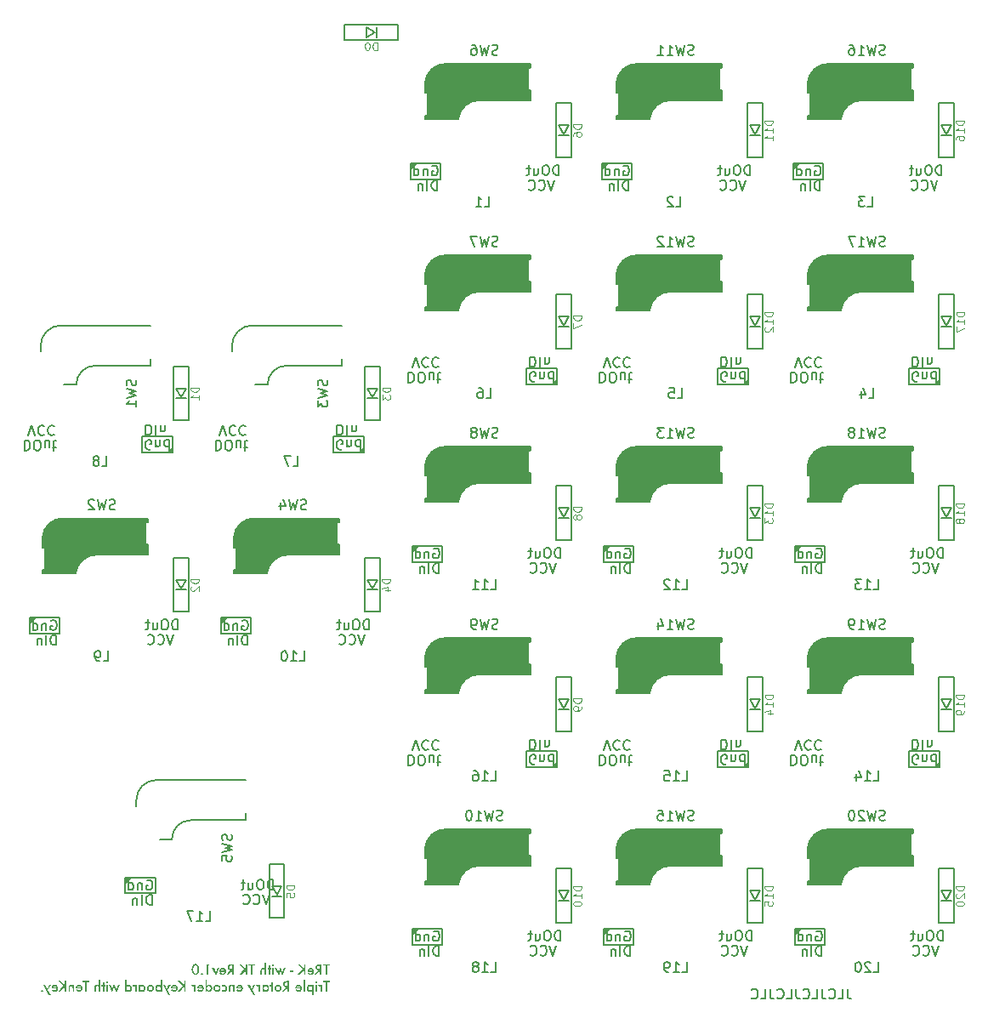
<source format=gbr>
G04 #@! TF.GenerationSoftware,KiCad,Pcbnew,7.0.9*
G04 #@! TF.CreationDate,2024-01-25T19:57:45+09:00*
G04 #@! TF.ProjectId,withTK,77697468-544b-42e6-9b69-6361645f7063,rev?*
G04 #@! TF.SameCoordinates,Original*
G04 #@! TF.FileFunction,Legend,Bot*
G04 #@! TF.FilePolarity,Positive*
%FSLAX46Y46*%
G04 Gerber Fmt 4.6, Leading zero omitted, Abs format (unit mm)*
G04 Created by KiCad (PCBNEW 7.0.9) date 2024-01-25 19:57:45*
%MOMM*%
%LPD*%
G01*
G04 APERTURE LIST*
%ADD10C,0.150000*%
%ADD11C,0.125000*%
%ADD12C,0.300000*%
%ADD13C,0.500000*%
%ADD14C,0.800000*%
%ADD15C,3.000000*%
%ADD16C,3.500000*%
%ADD17C,1.000000*%
%ADD18C,0.400000*%
%ADD19C,0.200000*%
%ADD20C,0.100000*%
G04 APERTURE END LIST*
D10*
X103399906Y-114093319D02*
X103399906Y-114807604D01*
X103399906Y-114807604D02*
X103447525Y-114950461D01*
X103447525Y-114950461D02*
X103542763Y-115045700D01*
X103542763Y-115045700D02*
X103685620Y-115093319D01*
X103685620Y-115093319D02*
X103780858Y-115093319D01*
X102447525Y-115093319D02*
X102923715Y-115093319D01*
X102923715Y-115093319D02*
X102923715Y-114093319D01*
X101542763Y-114998080D02*
X101590382Y-115045700D01*
X101590382Y-115045700D02*
X101733239Y-115093319D01*
X101733239Y-115093319D02*
X101828477Y-115093319D01*
X101828477Y-115093319D02*
X101971334Y-115045700D01*
X101971334Y-115045700D02*
X102066572Y-114950461D01*
X102066572Y-114950461D02*
X102114191Y-114855223D01*
X102114191Y-114855223D02*
X102161810Y-114664747D01*
X102161810Y-114664747D02*
X102161810Y-114521890D01*
X102161810Y-114521890D02*
X102114191Y-114331414D01*
X102114191Y-114331414D02*
X102066572Y-114236176D01*
X102066572Y-114236176D02*
X101971334Y-114140938D01*
X101971334Y-114140938D02*
X101828477Y-114093319D01*
X101828477Y-114093319D02*
X101733239Y-114093319D01*
X101733239Y-114093319D02*
X101590382Y-114140938D01*
X101590382Y-114140938D02*
X101542763Y-114188557D01*
X100828477Y-114093319D02*
X100828477Y-114807604D01*
X100828477Y-114807604D02*
X100876096Y-114950461D01*
X100876096Y-114950461D02*
X100971334Y-115045700D01*
X100971334Y-115045700D02*
X101114191Y-115093319D01*
X101114191Y-115093319D02*
X101209429Y-115093319D01*
X99876096Y-115093319D02*
X100352286Y-115093319D01*
X100352286Y-115093319D02*
X100352286Y-114093319D01*
X98971334Y-114998080D02*
X99018953Y-115045700D01*
X99018953Y-115045700D02*
X99161810Y-115093319D01*
X99161810Y-115093319D02*
X99257048Y-115093319D01*
X99257048Y-115093319D02*
X99399905Y-115045700D01*
X99399905Y-115045700D02*
X99495143Y-114950461D01*
X99495143Y-114950461D02*
X99542762Y-114855223D01*
X99542762Y-114855223D02*
X99590381Y-114664747D01*
X99590381Y-114664747D02*
X99590381Y-114521890D01*
X99590381Y-114521890D02*
X99542762Y-114331414D01*
X99542762Y-114331414D02*
X99495143Y-114236176D01*
X99495143Y-114236176D02*
X99399905Y-114140938D01*
X99399905Y-114140938D02*
X99257048Y-114093319D01*
X99257048Y-114093319D02*
X99161810Y-114093319D01*
X99161810Y-114093319D02*
X99018953Y-114140938D01*
X99018953Y-114140938D02*
X98971334Y-114188557D01*
X98257048Y-114093319D02*
X98257048Y-114807604D01*
X98257048Y-114807604D02*
X98304667Y-114950461D01*
X98304667Y-114950461D02*
X98399905Y-115045700D01*
X98399905Y-115045700D02*
X98542762Y-115093319D01*
X98542762Y-115093319D02*
X98638000Y-115093319D01*
X97304667Y-115093319D02*
X97780857Y-115093319D01*
X97780857Y-115093319D02*
X97780857Y-114093319D01*
X96399905Y-114998080D02*
X96447524Y-115045700D01*
X96447524Y-115045700D02*
X96590381Y-115093319D01*
X96590381Y-115093319D02*
X96685619Y-115093319D01*
X96685619Y-115093319D02*
X96828476Y-115045700D01*
X96828476Y-115045700D02*
X96923714Y-114950461D01*
X96923714Y-114950461D02*
X96971333Y-114855223D01*
X96971333Y-114855223D02*
X97018952Y-114664747D01*
X97018952Y-114664747D02*
X97018952Y-114521890D01*
X97018952Y-114521890D02*
X96971333Y-114331414D01*
X96971333Y-114331414D02*
X96923714Y-114236176D01*
X96923714Y-114236176D02*
X96828476Y-114140938D01*
X96828476Y-114140938D02*
X96685619Y-114093319D01*
X96685619Y-114093319D02*
X96590381Y-114093319D01*
X96590381Y-114093319D02*
X96447524Y-114140938D01*
X96447524Y-114140938D02*
X96399905Y-114188557D01*
X95685619Y-114093319D02*
X95685619Y-114807604D01*
X95685619Y-114807604D02*
X95733238Y-114950461D01*
X95733238Y-114950461D02*
X95828476Y-115045700D01*
X95828476Y-115045700D02*
X95971333Y-115093319D01*
X95971333Y-115093319D02*
X96066571Y-115093319D01*
X94733238Y-115093319D02*
X95209428Y-115093319D01*
X95209428Y-115093319D02*
X95209428Y-114093319D01*
X93828476Y-114998080D02*
X93876095Y-115045700D01*
X93876095Y-115045700D02*
X94018952Y-115093319D01*
X94018952Y-115093319D02*
X94114190Y-115093319D01*
X94114190Y-115093319D02*
X94257047Y-115045700D01*
X94257047Y-115045700D02*
X94352285Y-114950461D01*
X94352285Y-114950461D02*
X94399904Y-114855223D01*
X94399904Y-114855223D02*
X94447523Y-114664747D01*
X94447523Y-114664747D02*
X94447523Y-114521890D01*
X94447523Y-114521890D02*
X94399904Y-114331414D01*
X94399904Y-114331414D02*
X94352285Y-114236176D01*
X94352285Y-114236176D02*
X94257047Y-114140938D01*
X94257047Y-114140938D02*
X94114190Y-114093319D01*
X94114190Y-114093319D02*
X94018952Y-114093319D01*
X94018952Y-114093319D02*
X93876095Y-114140938D01*
X93876095Y-114140938D02*
X93828476Y-114188557D01*
G36*
X51400348Y-111791870D02*
G01*
X51400348Y-112698500D01*
X51557640Y-112698500D01*
X51557640Y-111791870D01*
X51806768Y-111791870D01*
X51806768Y-111635555D01*
X51165875Y-111635555D01*
X51165875Y-111791870D01*
X51400348Y-111791870D01*
G37*
G36*
X51022260Y-112698500D02*
G01*
X50864968Y-112698500D01*
X50864968Y-112260816D01*
X50835903Y-112260816D01*
X50531576Y-112698500D01*
X50335449Y-112698500D01*
X50662002Y-112245429D01*
X50649003Y-112242362D01*
X50636326Y-112238838D01*
X50623969Y-112234859D01*
X50611932Y-112230423D01*
X50600216Y-112225532D01*
X50588820Y-112220184D01*
X50577746Y-112214381D01*
X50566991Y-112208121D01*
X50556558Y-112201405D01*
X50546444Y-112194233D01*
X50536652Y-112186606D01*
X50527180Y-112178522D01*
X50518028Y-112169982D01*
X50509197Y-112160986D01*
X50500687Y-112151534D01*
X50492497Y-112141626D01*
X50484719Y-112131365D01*
X50477442Y-112120854D01*
X50470667Y-112110093D01*
X50464394Y-112099082D01*
X50458623Y-112087821D01*
X50453353Y-112076310D01*
X50448586Y-112064549D01*
X50444320Y-112052538D01*
X50440556Y-112040277D01*
X50437294Y-112027767D01*
X50434534Y-112015006D01*
X50432276Y-112001995D01*
X50430520Y-111988735D01*
X50429265Y-111975224D01*
X50428512Y-111961463D01*
X50428335Y-111951605D01*
X50585554Y-111951605D01*
X50585777Y-111962093D01*
X50586446Y-111972249D01*
X50589122Y-111991561D01*
X50593582Y-112009542D01*
X50599827Y-112026191D01*
X50607855Y-112041507D01*
X50617668Y-112055492D01*
X50629265Y-112068145D01*
X50642645Y-112079466D01*
X50657810Y-112089455D01*
X50674760Y-112098112D01*
X50683903Y-112101942D01*
X50693493Y-112105438D01*
X50703529Y-112108601D01*
X50714010Y-112111431D01*
X50724938Y-112113929D01*
X50736312Y-112116093D01*
X50748131Y-112117924D01*
X50760397Y-112119423D01*
X50773109Y-112120588D01*
X50786267Y-112121420D01*
X50799871Y-112121920D01*
X50813921Y-112122086D01*
X50864968Y-112122086D01*
X50864968Y-111791870D01*
X50807815Y-111791870D01*
X50794140Y-111792026D01*
X50780900Y-111792494D01*
X50768094Y-111793274D01*
X50755722Y-111794366D01*
X50743784Y-111795770D01*
X50732281Y-111797486D01*
X50721211Y-111799514D01*
X50710576Y-111801853D01*
X50700374Y-111804505D01*
X50690607Y-111807469D01*
X50681274Y-111810745D01*
X50663909Y-111818233D01*
X50648282Y-111826968D01*
X50634390Y-111836951D01*
X50622235Y-111848183D01*
X50611817Y-111860662D01*
X50603135Y-111874389D01*
X50596189Y-111889364D01*
X50590980Y-111905588D01*
X50587507Y-111923059D01*
X50585771Y-111941777D01*
X50585554Y-111951605D01*
X50428335Y-111951605D01*
X50428261Y-111947453D01*
X50428664Y-111929600D01*
X50429872Y-111912190D01*
X50431885Y-111895223D01*
X50434703Y-111878698D01*
X50438327Y-111862617D01*
X50442756Y-111846977D01*
X50447990Y-111831781D01*
X50454029Y-111817027D01*
X50460873Y-111802716D01*
X50468523Y-111788848D01*
X50476978Y-111775422D01*
X50486238Y-111762439D01*
X50496304Y-111749898D01*
X50507175Y-111737801D01*
X50518851Y-111726146D01*
X50531332Y-111714934D01*
X50543480Y-111705321D01*
X50556538Y-111696329D01*
X50570507Y-111687957D01*
X50585386Y-111680205D01*
X50601175Y-111673074D01*
X50617874Y-111666562D01*
X50635483Y-111660671D01*
X50654003Y-111655399D01*
X50663604Y-111652996D01*
X50673432Y-111650748D01*
X50683489Y-111648655D01*
X50693772Y-111646717D01*
X50704284Y-111644934D01*
X50715022Y-111643306D01*
X50725989Y-111641834D01*
X50737183Y-111640516D01*
X50748604Y-111639353D01*
X50760253Y-111638345D01*
X50772130Y-111637493D01*
X50784234Y-111636795D01*
X50796565Y-111636252D01*
X50809125Y-111635865D01*
X50821911Y-111635632D01*
X50834926Y-111635555D01*
X51022260Y-111635555D01*
X51022260Y-112698500D01*
G37*
G36*
X49960739Y-112011089D02*
G01*
X49978324Y-112012219D01*
X49995460Y-112014103D01*
X50012148Y-112016741D01*
X50028387Y-112020133D01*
X50044178Y-112024279D01*
X50059520Y-112029178D01*
X50074415Y-112034831D01*
X50088860Y-112041237D01*
X50102857Y-112048398D01*
X50116406Y-112056312D01*
X50129507Y-112064979D01*
X50142159Y-112074401D01*
X50154362Y-112084576D01*
X50166117Y-112095505D01*
X50177424Y-112107188D01*
X50182818Y-112113353D01*
X50193094Y-112126036D01*
X50202684Y-112139191D01*
X50211590Y-112152817D01*
X50219810Y-112166914D01*
X50227345Y-112181483D01*
X50234195Y-112196523D01*
X50240361Y-112212034D01*
X50245841Y-112228017D01*
X50250636Y-112244471D01*
X50254746Y-112261396D01*
X50258171Y-112278793D01*
X50260911Y-112296661D01*
X50262966Y-112315000D01*
X50264336Y-112333810D01*
X50265021Y-112353092D01*
X50265107Y-112362910D01*
X50264753Y-112382541D01*
X50263691Y-112401683D01*
X50261921Y-112420337D01*
X50259444Y-112438503D01*
X50256258Y-112456180D01*
X50252364Y-112473369D01*
X50247763Y-112490069D01*
X50242454Y-112506280D01*
X50236436Y-112522004D01*
X50229711Y-112537238D01*
X50222278Y-112551984D01*
X50214137Y-112566242D01*
X50205288Y-112580011D01*
X50195731Y-112593292D01*
X50185466Y-112606084D01*
X50174493Y-112618388D01*
X50162906Y-112629982D01*
X50150859Y-112640828D01*
X50138352Y-112650926D01*
X50125385Y-112660275D01*
X50111958Y-112668877D01*
X50098072Y-112676731D01*
X50083725Y-112683837D01*
X50068919Y-112690195D01*
X50053653Y-112695805D01*
X50037927Y-112700667D01*
X50021741Y-112704781D01*
X50005095Y-112708147D01*
X49987990Y-112710765D01*
X49970424Y-112712635D01*
X49952399Y-112713757D01*
X49933914Y-112714131D01*
X49921026Y-112713959D01*
X49908375Y-112713444D01*
X49895961Y-112712585D01*
X49883783Y-112711383D01*
X49871842Y-112709838D01*
X49860137Y-112707949D01*
X49848669Y-112705716D01*
X49837438Y-112703140D01*
X49826359Y-112700198D01*
X49815471Y-112696866D01*
X49804774Y-112693145D01*
X49794268Y-112689035D01*
X49783953Y-112684536D01*
X49773828Y-112679647D01*
X49763894Y-112674369D01*
X49754151Y-112668702D01*
X49744584Y-112662581D01*
X49735176Y-112656062D01*
X49725930Y-112649147D01*
X49716843Y-112641835D01*
X49707917Y-112634126D01*
X49699151Y-112626020D01*
X49690545Y-112617518D01*
X49682099Y-112608618D01*
X49673726Y-112599230D01*
X49665460Y-112589384D01*
X49659331Y-112581699D01*
X49653262Y-112573756D01*
X49647252Y-112565556D01*
X49641303Y-112557098D01*
X49635414Y-112548383D01*
X49629585Y-112539410D01*
X49623817Y-112530179D01*
X49618108Y-112520691D01*
X49748533Y-112450105D01*
X49754416Y-112458905D01*
X49760219Y-112467354D01*
X49765942Y-112475452D01*
X49774375Y-112486941D01*
X49782628Y-112497640D01*
X49790701Y-112507549D01*
X49798594Y-112516668D01*
X49806306Y-112524997D01*
X49813838Y-112532536D01*
X49823600Y-112541360D01*
X49833042Y-112548779D01*
X49840272Y-112553536D01*
X49850467Y-112559152D01*
X49861296Y-112563936D01*
X49872758Y-112567888D01*
X49884854Y-112571007D01*
X49897583Y-112573295D01*
X49907546Y-112574465D01*
X49917865Y-112575167D01*
X49928540Y-112575401D01*
X49937687Y-112575219D01*
X49951017Y-112574262D01*
X49963879Y-112572485D01*
X49976273Y-112569889D01*
X49988200Y-112566472D01*
X49999658Y-112562235D01*
X50010648Y-112557178D01*
X50021170Y-112551301D01*
X50031225Y-112544605D01*
X50040811Y-112537088D01*
X50049929Y-112528751D01*
X50058453Y-112519622D01*
X50066255Y-112509914D01*
X50073336Y-112499627D01*
X50079696Y-112488760D01*
X50085335Y-112477313D01*
X50090252Y-112465287D01*
X50094448Y-112452681D01*
X50097923Y-112439495D01*
X50100676Y-112425730D01*
X50102709Y-112411385D01*
X50103663Y-112401500D01*
X49624214Y-112401500D01*
X49624214Y-112365108D01*
X49624297Y-112354784D01*
X49624546Y-112344601D01*
X49624961Y-112334561D01*
X49625542Y-112324663D01*
X49627202Y-112305293D01*
X49629526Y-112286492D01*
X49631172Y-112276448D01*
X49782972Y-112276448D01*
X50093404Y-112276448D01*
X50092431Y-112272778D01*
X50089191Y-112262068D01*
X50085470Y-112251804D01*
X50081269Y-112241987D01*
X50076586Y-112232616D01*
X50071423Y-112223691D01*
X50070501Y-112222233D01*
X50064754Y-112213772D01*
X50058629Y-112205809D01*
X50052126Y-112198345D01*
X50045245Y-112191378D01*
X50036740Y-112183880D01*
X50030298Y-112178880D01*
X50020918Y-112172523D01*
X50011117Y-112166913D01*
X50000895Y-112162051D01*
X49991799Y-112158479D01*
X49988701Y-112157384D01*
X49979236Y-112154525D01*
X49969513Y-112152301D01*
X49959533Y-112150712D01*
X49949294Y-112149759D01*
X49938799Y-112149442D01*
X49923707Y-112149938D01*
X49909329Y-112151426D01*
X49895665Y-112153907D01*
X49882714Y-112157379D01*
X49870477Y-112161845D01*
X49858954Y-112167302D01*
X49848144Y-112173751D01*
X49838048Y-112181193D01*
X49828666Y-112189627D01*
X49819997Y-112199053D01*
X49812042Y-112209472D01*
X49804801Y-112220883D01*
X49798273Y-112233286D01*
X49792459Y-112246681D01*
X49787359Y-112261068D01*
X49782972Y-112276448D01*
X49631172Y-112276448D01*
X49632514Y-112268260D01*
X49636167Y-112250596D01*
X49640483Y-112233501D01*
X49645463Y-112216975D01*
X49651107Y-112201017D01*
X49657416Y-112185628D01*
X49664388Y-112170807D01*
X49672024Y-112156555D01*
X49680325Y-112142872D01*
X49689289Y-112129757D01*
X49698918Y-112117211D01*
X49709210Y-112105234D01*
X49720197Y-112093788D01*
X49731665Y-112083080D01*
X49743614Y-112073111D01*
X49756044Y-112063880D01*
X49768954Y-112055388D01*
X49782346Y-112047634D01*
X49796218Y-112040619D01*
X49810571Y-112034342D01*
X49825405Y-112028804D01*
X49840720Y-112024004D01*
X49856516Y-112019942D01*
X49872792Y-112016619D01*
X49889549Y-112014035D01*
X49906788Y-112012189D01*
X49924507Y-112011081D01*
X49942707Y-112010712D01*
X49960739Y-112011089D01*
G37*
G36*
X49271527Y-112059560D02*
G01*
X48860711Y-111635555D01*
X48648219Y-111635555D01*
X49125226Y-112116713D01*
X48645289Y-112698500D01*
X48858757Y-112698500D01*
X49238799Y-112225645D01*
X49271527Y-112258618D01*
X49271527Y-112698500D01*
X49428820Y-112698500D01*
X49428820Y-111635555D01*
X49271527Y-111635555D01*
X49271527Y-112059560D01*
G37*
G36*
X48194905Y-112294033D02*
G01*
X47882274Y-112294033D01*
X47882274Y-112432763D01*
X48194905Y-112432763D01*
X48194905Y-112294033D01*
G37*
G36*
X47277773Y-112026343D02*
G01*
X47103383Y-112408339D01*
X46915561Y-111965282D01*
X46726028Y-112408339D01*
X46553837Y-112026343D01*
X46381646Y-112026343D01*
X46730180Y-112745638D01*
X46915561Y-112315038D01*
X47102895Y-112745638D01*
X47450697Y-112026343D01*
X47277773Y-112026343D01*
G37*
G36*
X46123725Y-112026343D02*
G01*
X46123725Y-112698500D01*
X46281018Y-112698500D01*
X46281018Y-112026343D01*
X46123725Y-112026343D01*
G37*
G36*
X46296649Y-111751814D02*
G01*
X46296184Y-111741732D01*
X46294787Y-111732000D01*
X46291732Y-111720329D01*
X46287221Y-111709207D01*
X46281256Y-111698634D01*
X46275436Y-111690570D01*
X46268685Y-111682857D01*
X46266852Y-111680984D01*
X46259162Y-111674000D01*
X46251113Y-111667947D01*
X46242706Y-111662826D01*
X46231692Y-111657734D01*
X46220118Y-111654096D01*
X46210455Y-111652234D01*
X46200434Y-111651303D01*
X46195289Y-111651186D01*
X46184920Y-111651652D01*
X46174940Y-111653049D01*
X46165350Y-111655376D01*
X46153909Y-111659596D01*
X46145195Y-111664019D01*
X46136869Y-111669373D01*
X46128933Y-111675659D01*
X46123237Y-111680984D01*
X46116253Y-111688460D01*
X46110200Y-111696356D01*
X46103944Y-111706816D01*
X46099143Y-111717932D01*
X46096349Y-111727297D01*
X46094487Y-111737082D01*
X46093556Y-111747287D01*
X46093439Y-111752547D01*
X46093905Y-111762969D01*
X46095302Y-111772987D01*
X46097630Y-111782600D01*
X46101849Y-111794048D01*
X46107523Y-111804864D01*
X46113110Y-111813061D01*
X46119629Y-111820854D01*
X46123237Y-111824599D01*
X46130709Y-111831582D01*
X46138594Y-111837635D01*
X46149029Y-111843891D01*
X46160108Y-111848693D01*
X46171831Y-111852039D01*
X46181673Y-111853669D01*
X46191928Y-111854367D01*
X46194556Y-111854396D01*
X46204929Y-111853934D01*
X46214920Y-111852549D01*
X46224529Y-111850240D01*
X46233757Y-111847008D01*
X46242603Y-111842852D01*
X46251068Y-111837772D01*
X46259150Y-111831769D01*
X46266852Y-111824843D01*
X46273836Y-111817184D01*
X46279888Y-111809104D01*
X46285010Y-111800606D01*
X46289200Y-111791687D01*
X46292459Y-111782348D01*
X46294787Y-111772590D01*
X46296184Y-111762412D01*
X46296649Y-111751814D01*
G37*
G36*
X45775924Y-112167027D02*
G01*
X45775924Y-112698500D01*
X45933216Y-112698500D01*
X45933216Y-112167027D01*
X45995742Y-112167027D01*
X45995742Y-112028297D01*
X45933216Y-112028297D01*
X45933216Y-111776239D01*
X45775924Y-111776239D01*
X45775924Y-112028297D01*
X45651848Y-112028297D01*
X45651848Y-112167027D01*
X45775924Y-112167027D01*
G37*
G36*
X45522888Y-111541765D02*
G01*
X45365596Y-111541765D01*
X45365596Y-112084473D01*
X45355211Y-112075541D01*
X45344694Y-112067185D01*
X45334045Y-112059406D01*
X45323265Y-112052202D01*
X45312354Y-112045575D01*
X45301310Y-112039525D01*
X45290135Y-112034050D01*
X45278828Y-112029152D01*
X45267390Y-112024830D01*
X45255820Y-112021084D01*
X45244118Y-112017915D01*
X45232285Y-112015322D01*
X45220320Y-112013305D01*
X45208223Y-112011864D01*
X45195995Y-112011000D01*
X45183635Y-112010712D01*
X45169616Y-112010999D01*
X45155955Y-112011860D01*
X45142651Y-112013296D01*
X45129703Y-112015306D01*
X45117112Y-112017891D01*
X45104878Y-112021050D01*
X45093001Y-112024783D01*
X45081480Y-112029091D01*
X45070316Y-112033973D01*
X45059510Y-112039429D01*
X45049060Y-112045460D01*
X45038967Y-112052065D01*
X45029230Y-112059244D01*
X45019851Y-112066998D01*
X45010828Y-112075326D01*
X45002162Y-112084229D01*
X44995182Y-112092525D01*
X44988653Y-112101417D01*
X44982573Y-112110905D01*
X44976944Y-112120987D01*
X44971765Y-112131665D01*
X44967037Y-112142939D01*
X44962759Y-112154807D01*
X44958931Y-112167271D01*
X44955554Y-112180331D01*
X44952627Y-112193985D01*
X44950150Y-112208235D01*
X44948124Y-112223081D01*
X44946547Y-112238522D01*
X44945422Y-112254558D01*
X44944746Y-112271189D01*
X44944521Y-112288416D01*
X44944521Y-112698500D01*
X45101813Y-112698500D01*
X45101813Y-112302338D01*
X45101924Y-112292436D01*
X45102505Y-112278235D01*
X45103584Y-112264816D01*
X45105161Y-112252178D01*
X45107236Y-112240321D01*
X45109809Y-112229246D01*
X45112881Y-112218952D01*
X45116450Y-112209439D01*
X45121983Y-112197971D01*
X45128402Y-112187892D01*
X45130145Y-112185590D01*
X45137706Y-112177117D01*
X45146342Y-112169775D01*
X45156054Y-112163562D01*
X45166843Y-112158479D01*
X45178708Y-112154525D01*
X45188313Y-112152301D01*
X45198523Y-112150712D01*
X45209339Y-112149759D01*
X45220760Y-112149442D01*
X45230588Y-112149638D01*
X45244638Y-112150670D01*
X45257854Y-112152586D01*
X45270237Y-112155387D01*
X45281788Y-112159072D01*
X45292505Y-112163642D01*
X45302390Y-112169095D01*
X45311442Y-112175434D01*
X45319661Y-112182657D01*
X45327047Y-112190764D01*
X45333600Y-112199756D01*
X45339318Y-112209964D01*
X45344473Y-112221448D01*
X45349067Y-112234207D01*
X45353097Y-112248242D01*
X45355472Y-112258306D01*
X45357597Y-112268937D01*
X45359471Y-112280135D01*
X45361096Y-112291900D01*
X45362471Y-112304231D01*
X45363596Y-112317130D01*
X45364471Y-112330594D01*
X45365096Y-112344626D01*
X45365471Y-112359224D01*
X45365596Y-112374389D01*
X45365596Y-112698500D01*
X45522888Y-112698500D01*
X45522888Y-111541765D01*
G37*
G36*
X43995882Y-111791870D02*
G01*
X43995882Y-112698500D01*
X44153174Y-112698500D01*
X44153174Y-111791870D01*
X44402302Y-111791870D01*
X44402302Y-111635555D01*
X43761409Y-111635555D01*
X43761409Y-111791870D01*
X43995882Y-111791870D01*
G37*
G36*
X43460501Y-112059560D02*
G01*
X43049685Y-111635555D01*
X42837194Y-111635555D01*
X43314200Y-112116713D01*
X42834263Y-112698500D01*
X43047731Y-112698500D01*
X43427773Y-112225645D01*
X43460501Y-112258618D01*
X43460501Y-112698500D01*
X43617794Y-112698500D01*
X43617794Y-111635555D01*
X43460501Y-111635555D01*
X43460501Y-112059560D01*
G37*
G36*
X42258827Y-112698500D02*
G01*
X42101534Y-112698500D01*
X42101534Y-112260816D01*
X42072469Y-112260816D01*
X41768143Y-112698500D01*
X41572016Y-112698500D01*
X41898568Y-112245429D01*
X41885570Y-112242362D01*
X41872892Y-112238838D01*
X41860535Y-112234859D01*
X41848499Y-112230423D01*
X41836783Y-112225532D01*
X41825387Y-112220184D01*
X41814312Y-112214381D01*
X41803558Y-112208121D01*
X41793124Y-112201405D01*
X41783011Y-112194233D01*
X41773218Y-112186606D01*
X41763746Y-112178522D01*
X41754595Y-112169982D01*
X41745764Y-112160986D01*
X41737254Y-112151534D01*
X41729064Y-112141626D01*
X41721285Y-112131365D01*
X41714009Y-112120854D01*
X41707234Y-112110093D01*
X41700961Y-112099082D01*
X41695189Y-112087821D01*
X41689920Y-112076310D01*
X41685153Y-112064549D01*
X41680887Y-112052538D01*
X41677123Y-112040277D01*
X41673861Y-112027767D01*
X41671101Y-112015006D01*
X41668843Y-112001995D01*
X41667086Y-111988735D01*
X41665832Y-111975224D01*
X41665079Y-111961463D01*
X41664902Y-111951605D01*
X41822120Y-111951605D01*
X41822343Y-111962093D01*
X41823012Y-111972249D01*
X41825689Y-111991561D01*
X41830149Y-112009542D01*
X41836393Y-112026191D01*
X41844422Y-112041507D01*
X41854234Y-112055492D01*
X41865831Y-112068145D01*
X41879212Y-112079466D01*
X41894377Y-112089455D01*
X41911326Y-112098112D01*
X41920470Y-112101942D01*
X41930059Y-112105438D01*
X41940095Y-112108601D01*
X41950577Y-112111431D01*
X41961505Y-112113929D01*
X41972878Y-112116093D01*
X41984698Y-112117924D01*
X41996964Y-112119423D01*
X42009676Y-112120588D01*
X42022834Y-112121420D01*
X42036438Y-112121920D01*
X42050487Y-112122086D01*
X42101534Y-112122086D01*
X42101534Y-111791870D01*
X42044381Y-111791870D01*
X42030707Y-111792026D01*
X42017467Y-111792494D01*
X42004661Y-111793274D01*
X41992289Y-111794366D01*
X41980351Y-111795770D01*
X41968847Y-111797486D01*
X41957778Y-111799514D01*
X41947142Y-111801853D01*
X41936941Y-111804505D01*
X41927173Y-111807469D01*
X41917840Y-111810745D01*
X41900476Y-111818233D01*
X41884848Y-111826968D01*
X41870957Y-111836951D01*
X41858802Y-111848183D01*
X41848384Y-111860662D01*
X41839702Y-111874389D01*
X41832756Y-111889364D01*
X41827547Y-111905588D01*
X41824074Y-111923059D01*
X41822337Y-111941777D01*
X41822120Y-111951605D01*
X41664902Y-111951605D01*
X41664828Y-111947453D01*
X41665231Y-111929600D01*
X41666438Y-111912190D01*
X41668452Y-111895223D01*
X41671270Y-111878698D01*
X41674893Y-111862617D01*
X41679322Y-111846977D01*
X41684556Y-111831781D01*
X41690596Y-111817027D01*
X41697440Y-111802716D01*
X41705090Y-111788848D01*
X41713545Y-111775422D01*
X41722805Y-111762439D01*
X41732871Y-111749898D01*
X41743741Y-111737801D01*
X41755417Y-111726146D01*
X41767898Y-111714934D01*
X41780047Y-111705321D01*
X41793105Y-111696329D01*
X41807074Y-111687957D01*
X41821952Y-111680205D01*
X41837741Y-111673074D01*
X41854441Y-111666562D01*
X41872050Y-111660671D01*
X41890569Y-111655399D01*
X41900171Y-111652996D01*
X41909999Y-111650748D01*
X41920055Y-111648655D01*
X41930339Y-111646717D01*
X41940850Y-111644934D01*
X41951589Y-111643306D01*
X41962555Y-111641834D01*
X41973749Y-111640516D01*
X41985171Y-111639353D01*
X41996820Y-111638345D01*
X42008696Y-111637493D01*
X42020800Y-111636795D01*
X42033132Y-111636252D01*
X42045691Y-111635865D01*
X42058478Y-111635632D01*
X42071492Y-111635555D01*
X42258827Y-111635555D01*
X42258827Y-112698500D01*
G37*
G36*
X41197306Y-112011089D02*
G01*
X41214891Y-112012219D01*
X41232027Y-112014103D01*
X41248714Y-112016741D01*
X41264954Y-112020133D01*
X41280745Y-112024279D01*
X41296087Y-112029178D01*
X41310981Y-112034831D01*
X41325427Y-112041237D01*
X41339424Y-112048398D01*
X41352973Y-112056312D01*
X41366073Y-112064979D01*
X41378725Y-112074401D01*
X41390929Y-112084576D01*
X41402684Y-112095505D01*
X41413991Y-112107188D01*
X41419385Y-112113353D01*
X41429661Y-112126036D01*
X41439251Y-112139191D01*
X41448156Y-112152817D01*
X41456376Y-112166914D01*
X41463912Y-112181483D01*
X41470762Y-112196523D01*
X41476927Y-112212034D01*
X41482407Y-112228017D01*
X41487203Y-112244471D01*
X41491313Y-112261396D01*
X41494738Y-112278793D01*
X41497478Y-112296661D01*
X41499533Y-112315000D01*
X41500903Y-112333810D01*
X41501588Y-112353092D01*
X41501674Y-112362910D01*
X41501320Y-112382541D01*
X41500258Y-112401683D01*
X41498488Y-112420337D01*
X41496010Y-112438503D01*
X41492825Y-112456180D01*
X41488931Y-112473369D01*
X41484330Y-112490069D01*
X41479020Y-112506280D01*
X41473003Y-112522004D01*
X41466278Y-112537238D01*
X41458844Y-112551984D01*
X41450703Y-112566242D01*
X41441854Y-112580011D01*
X41432297Y-112593292D01*
X41422032Y-112606084D01*
X41411060Y-112618388D01*
X41399472Y-112629982D01*
X41387425Y-112640828D01*
X41374918Y-112650926D01*
X41361952Y-112660275D01*
X41348525Y-112668877D01*
X41334638Y-112676731D01*
X41320292Y-112683837D01*
X41305486Y-112690195D01*
X41290220Y-112695805D01*
X41274494Y-112700667D01*
X41258308Y-112704781D01*
X41241662Y-112708147D01*
X41224556Y-112710765D01*
X41206991Y-112712635D01*
X41188966Y-112713757D01*
X41170480Y-112714131D01*
X41157593Y-112713959D01*
X41144942Y-112713444D01*
X41132527Y-112712585D01*
X41120350Y-112711383D01*
X41108408Y-112709838D01*
X41096704Y-112707949D01*
X41085236Y-112705716D01*
X41074005Y-112703140D01*
X41062926Y-112700198D01*
X41052038Y-112696866D01*
X41041341Y-112693145D01*
X41030835Y-112689035D01*
X41020519Y-112684536D01*
X41010395Y-112679647D01*
X41000461Y-112674369D01*
X40990718Y-112668702D01*
X40981150Y-112662581D01*
X40971743Y-112656062D01*
X40962496Y-112649147D01*
X40953410Y-112641835D01*
X40944483Y-112634126D01*
X40935717Y-112626020D01*
X40927112Y-112617518D01*
X40918666Y-112608618D01*
X40910293Y-112599230D01*
X40902027Y-112589384D01*
X40895898Y-112581699D01*
X40889828Y-112573756D01*
X40883819Y-112565556D01*
X40877870Y-112557098D01*
X40871981Y-112548383D01*
X40866152Y-112539410D01*
X40860383Y-112530179D01*
X40854674Y-112520691D01*
X40985100Y-112450105D01*
X40990983Y-112458905D01*
X40996786Y-112467354D01*
X41002508Y-112475452D01*
X41010942Y-112486941D01*
X41019195Y-112497640D01*
X41027268Y-112507549D01*
X41035160Y-112516668D01*
X41042873Y-112524997D01*
X41050405Y-112532536D01*
X41060167Y-112541360D01*
X41069608Y-112548779D01*
X41076839Y-112553536D01*
X41087034Y-112559152D01*
X41097863Y-112563936D01*
X41109325Y-112567888D01*
X41121421Y-112571007D01*
X41134150Y-112573295D01*
X41144113Y-112574465D01*
X41154432Y-112575167D01*
X41165107Y-112575401D01*
X41174254Y-112575219D01*
X41187584Y-112574262D01*
X41200446Y-112572485D01*
X41212840Y-112569889D01*
X41224766Y-112566472D01*
X41236224Y-112562235D01*
X41247215Y-112557178D01*
X41257737Y-112551301D01*
X41267791Y-112544605D01*
X41277377Y-112537088D01*
X41286496Y-112528751D01*
X41295019Y-112519622D01*
X41302822Y-112509914D01*
X41309903Y-112499627D01*
X41316263Y-112488760D01*
X41321901Y-112477313D01*
X41326819Y-112465287D01*
X41331015Y-112452681D01*
X41334490Y-112439495D01*
X41337243Y-112425730D01*
X41339275Y-112411385D01*
X41340229Y-112401500D01*
X40860781Y-112401500D01*
X40860781Y-112365108D01*
X40860864Y-112354784D01*
X40861113Y-112344601D01*
X40861528Y-112334561D01*
X40862109Y-112324663D01*
X40863769Y-112305293D01*
X40866093Y-112286492D01*
X40867739Y-112276448D01*
X41019538Y-112276448D01*
X41329971Y-112276448D01*
X41328998Y-112272778D01*
X41325758Y-112262068D01*
X41322037Y-112251804D01*
X41317835Y-112241987D01*
X41313153Y-112232616D01*
X41307989Y-112223691D01*
X41307068Y-112222233D01*
X41301321Y-112213772D01*
X41295196Y-112205809D01*
X41288693Y-112198345D01*
X41281812Y-112191378D01*
X41273307Y-112183880D01*
X41266864Y-112178880D01*
X41257484Y-112172523D01*
X41247684Y-112166913D01*
X41237462Y-112162051D01*
X41228366Y-112158479D01*
X41225268Y-112157384D01*
X41215803Y-112154525D01*
X41206080Y-112152301D01*
X41196099Y-112150712D01*
X41185861Y-112149759D01*
X41175365Y-112149442D01*
X41160274Y-112149938D01*
X41145896Y-112151426D01*
X41132232Y-112153907D01*
X41119281Y-112157379D01*
X41107044Y-112161845D01*
X41095521Y-112167302D01*
X41084711Y-112173751D01*
X41074615Y-112181193D01*
X41065233Y-112189627D01*
X41056564Y-112199053D01*
X41048609Y-112209472D01*
X41041368Y-112220883D01*
X41034840Y-112233286D01*
X41029026Y-112246681D01*
X41023925Y-112261068D01*
X41019538Y-112276448D01*
X40867739Y-112276448D01*
X40869081Y-112268260D01*
X40872733Y-112250596D01*
X40877049Y-112233501D01*
X40882030Y-112216975D01*
X40887674Y-112201017D01*
X40893982Y-112185628D01*
X40900955Y-112170807D01*
X40908591Y-112156555D01*
X40916891Y-112142872D01*
X40925856Y-112129757D01*
X40935484Y-112117211D01*
X40945777Y-112105234D01*
X40956764Y-112093788D01*
X40968232Y-112083080D01*
X40980181Y-112073111D01*
X40992611Y-112063880D01*
X41005521Y-112055388D01*
X41018912Y-112047634D01*
X41032785Y-112040619D01*
X41047138Y-112034342D01*
X41061972Y-112028804D01*
X41077287Y-112024004D01*
X41093082Y-112019942D01*
X41109359Y-112016619D01*
X41126116Y-112014035D01*
X41143354Y-112012189D01*
X41161073Y-112011081D01*
X41179273Y-112010712D01*
X41197306Y-112011089D01*
G37*
G36*
X40634123Y-112026343D02*
G01*
X40461932Y-112402233D01*
X40290229Y-112026343D01*
X40117305Y-112026343D01*
X40463153Y-112741486D01*
X40806314Y-112026343D01*
X40634123Y-112026343D01*
G37*
G36*
X39735309Y-111791870D02*
G01*
X39917759Y-111791870D01*
X39830320Y-111635555D01*
X39578017Y-111635555D01*
X39578017Y-112706315D01*
X39735309Y-112706315D01*
X39735309Y-111791870D01*
G37*
G36*
X39204814Y-112619609D02*
G01*
X39204140Y-112608029D01*
X39202119Y-112596950D01*
X39198750Y-112586372D01*
X39194033Y-112576294D01*
X39187969Y-112566718D01*
X39180557Y-112557642D01*
X39177215Y-112554152D01*
X39168257Y-112546201D01*
X39158787Y-112539598D01*
X39148803Y-112534342D01*
X39138307Y-112530434D01*
X39127299Y-112527873D01*
X39115777Y-112526660D01*
X39111025Y-112526553D01*
X39099234Y-112527226D01*
X39087979Y-112529248D01*
X39077261Y-112532617D01*
X39067080Y-112537334D01*
X39057436Y-112543398D01*
X39048328Y-112550810D01*
X39044835Y-112554152D01*
X39036884Y-112563045D01*
X39030281Y-112572475D01*
X39025025Y-112582441D01*
X39021117Y-112592945D01*
X39018556Y-112603984D01*
X39017343Y-112615561D01*
X39017236Y-112620342D01*
X39017909Y-112632274D01*
X39019931Y-112643645D01*
X39023300Y-112654456D01*
X39028017Y-112664706D01*
X39034081Y-112674396D01*
X39041493Y-112683525D01*
X39044835Y-112687020D01*
X39053535Y-112694830D01*
X39062843Y-112701317D01*
X39072759Y-112706480D01*
X39083284Y-112710319D01*
X39094417Y-112712834D01*
X39106158Y-112714025D01*
X39111025Y-112714131D01*
X39123156Y-112713475D01*
X39134667Y-112711507D01*
X39145557Y-112708228D01*
X39155828Y-112703636D01*
X39165479Y-112697733D01*
X39174509Y-112690518D01*
X39177947Y-112687264D01*
X39185687Y-112678464D01*
X39192115Y-112669008D01*
X39197232Y-112658896D01*
X39201036Y-112648128D01*
X39203528Y-112636704D01*
X39204709Y-112624625D01*
X39204814Y-112619609D01*
G37*
G36*
X38478810Y-111622409D02*
G01*
X38497151Y-111624007D01*
X38515141Y-111626668D01*
X38532780Y-111630395D01*
X38550068Y-111635186D01*
X38567004Y-111641042D01*
X38583590Y-111647963D01*
X38599824Y-111655949D01*
X38615708Y-111664999D01*
X38631240Y-111675114D01*
X38646421Y-111686294D01*
X38661252Y-111698539D01*
X38668535Y-111705060D01*
X38675731Y-111711848D01*
X38682838Y-111718902D01*
X38689859Y-111726222D01*
X38696791Y-111733808D01*
X38703635Y-111741661D01*
X38710392Y-111749780D01*
X38717061Y-111758165D01*
X38724349Y-111767668D01*
X38731406Y-111777371D01*
X38738231Y-111787274D01*
X38744825Y-111797377D01*
X38751187Y-111807680D01*
X38757318Y-111818182D01*
X38763218Y-111828885D01*
X38768886Y-111839787D01*
X38774323Y-111850890D01*
X38779529Y-111862192D01*
X38784503Y-111873694D01*
X38789246Y-111885396D01*
X38793758Y-111897298D01*
X38798038Y-111909400D01*
X38802087Y-111921701D01*
X38805904Y-111934203D01*
X38809491Y-111946904D01*
X38812845Y-111959805D01*
X38815969Y-111972906D01*
X38818861Y-111986207D01*
X38821521Y-111999708D01*
X38823951Y-112013409D01*
X38826149Y-112027309D01*
X38828115Y-112041410D01*
X38829850Y-112055710D01*
X38831354Y-112070211D01*
X38832627Y-112084911D01*
X38833668Y-112099811D01*
X38834478Y-112114911D01*
X38835056Y-112130210D01*
X38835403Y-112145710D01*
X38835519Y-112161409D01*
X38835403Y-112177921D01*
X38835056Y-112194207D01*
X38834478Y-112210268D01*
X38833668Y-112226103D01*
X38832627Y-112241714D01*
X38831354Y-112257099D01*
X38829850Y-112272259D01*
X38828115Y-112287195D01*
X38826149Y-112301904D01*
X38823951Y-112316389D01*
X38821521Y-112330649D01*
X38818861Y-112344683D01*
X38815969Y-112358492D01*
X38812845Y-112372077D01*
X38809491Y-112385436D01*
X38805904Y-112398569D01*
X38802087Y-112411478D01*
X38798038Y-112424161D01*
X38793758Y-112436620D01*
X38789246Y-112448853D01*
X38784503Y-112460861D01*
X38779529Y-112472644D01*
X38774323Y-112484201D01*
X38768886Y-112495534D01*
X38763218Y-112506641D01*
X38757318Y-112517523D01*
X38751187Y-112528180D01*
X38744825Y-112538612D01*
X38738231Y-112548819D01*
X38731406Y-112558800D01*
X38724349Y-112568557D01*
X38717061Y-112578088D01*
X38710303Y-112586458D01*
X38703461Y-112594562D01*
X38696535Y-112602400D01*
X38689526Y-112609973D01*
X38682434Y-112617280D01*
X38675258Y-112624321D01*
X38667999Y-112631097D01*
X38660656Y-112637607D01*
X38645720Y-112649829D01*
X38630450Y-112660989D01*
X38614846Y-112671086D01*
X38598909Y-112680120D01*
X38582637Y-112688092D01*
X38566031Y-112695000D01*
X38549092Y-112700846D01*
X38531818Y-112705628D01*
X38514211Y-112709348D01*
X38496269Y-112712005D01*
X38477994Y-112713600D01*
X38459385Y-112714131D01*
X38450055Y-112713998D01*
X38431653Y-112712935D01*
X38413594Y-112710810D01*
X38395879Y-112707621D01*
X38378507Y-112703370D01*
X38361479Y-112698056D01*
X38344794Y-112691679D01*
X38328453Y-112684239D01*
X38312455Y-112675736D01*
X38296800Y-112666170D01*
X38281489Y-112655542D01*
X38266522Y-112643851D01*
X38251898Y-112631097D01*
X38244714Y-112624321D01*
X38237617Y-112617280D01*
X38230606Y-112609973D01*
X38223680Y-112602400D01*
X38216840Y-112594562D01*
X38210086Y-112586458D01*
X38203418Y-112578088D01*
X38196145Y-112568563D01*
X38189103Y-112558828D01*
X38182292Y-112548881D01*
X38175712Y-112538723D01*
X38169363Y-112528353D01*
X38163244Y-112517772D01*
X38157357Y-112506980D01*
X38151700Y-112495976D01*
X38146274Y-112484761D01*
X38141079Y-112473335D01*
X38136115Y-112461698D01*
X38131382Y-112449849D01*
X38126880Y-112437789D01*
X38122608Y-112425517D01*
X38118568Y-112413034D01*
X38114758Y-112400340D01*
X38111179Y-112387435D01*
X38107832Y-112374318D01*
X38104715Y-112360990D01*
X38101829Y-112347450D01*
X38099173Y-112333699D01*
X38096749Y-112319737D01*
X38094556Y-112305564D01*
X38092593Y-112291179D01*
X38090862Y-112276583D01*
X38089361Y-112261775D01*
X38088091Y-112246756D01*
X38087052Y-112231526D01*
X38086244Y-112216085D01*
X38085667Y-112200432D01*
X38085320Y-112184568D01*
X38085205Y-112168493D01*
X38085207Y-112168248D01*
X38242497Y-112168248D01*
X38242558Y-112179165D01*
X38242740Y-112189964D01*
X38243042Y-112200645D01*
X38243467Y-112211208D01*
X38244012Y-112221654D01*
X38244678Y-112231981D01*
X38245466Y-112242191D01*
X38246375Y-112252283D01*
X38247404Y-112262257D01*
X38248556Y-112272114D01*
X38251221Y-112291473D01*
X38254372Y-112310360D01*
X38258007Y-112328777D01*
X38262126Y-112346722D01*
X38266731Y-112364196D01*
X38271820Y-112381198D01*
X38277393Y-112397730D01*
X38283452Y-112413790D01*
X38289995Y-112429378D01*
X38297023Y-112444496D01*
X38304535Y-112459142D01*
X38312386Y-112473220D01*
X38320491Y-112486390D01*
X38328849Y-112498652D01*
X38337462Y-112510005D01*
X38346328Y-112520450D01*
X38355448Y-112529987D01*
X38364822Y-112538616D01*
X38374449Y-112546336D01*
X38384331Y-112553148D01*
X38394466Y-112559052D01*
X38404855Y-112564048D01*
X38415497Y-112568135D01*
X38426394Y-112571314D01*
X38437544Y-112573585D01*
X38448948Y-112574947D01*
X38460606Y-112575401D01*
X38472350Y-112574947D01*
X38483828Y-112573585D01*
X38495041Y-112571314D01*
X38505989Y-112568135D01*
X38516672Y-112564048D01*
X38527090Y-112559052D01*
X38537242Y-112553148D01*
X38547129Y-112546336D01*
X38556751Y-112538616D01*
X38566108Y-112529987D01*
X38575199Y-112520450D01*
X38584025Y-112510005D01*
X38592586Y-112498652D01*
X38600882Y-112486390D01*
X38608912Y-112473220D01*
X38616677Y-112459142D01*
X38620464Y-112451709D01*
X38627677Y-112436488D01*
X38634409Y-112420791D01*
X38640660Y-112404620D01*
X38646430Y-112387973D01*
X38651719Y-112370851D01*
X38656528Y-112353254D01*
X38660856Y-112335182D01*
X38664702Y-112316635D01*
X38668068Y-112297613D01*
X38669571Y-112287923D01*
X38670954Y-112278115D01*
X38672216Y-112268188D01*
X38673358Y-112258143D01*
X38674380Y-112247978D01*
X38675281Y-112237695D01*
X38676063Y-112227293D01*
X38676724Y-112216772D01*
X38677265Y-112206133D01*
X38677685Y-112195374D01*
X38677986Y-112184497D01*
X38678166Y-112173501D01*
X38678226Y-112162386D01*
X38678166Y-112151711D01*
X38677984Y-112141147D01*
X38677681Y-112130695D01*
X38677257Y-112120354D01*
X38676712Y-112110125D01*
X38676045Y-112100007D01*
X38675258Y-112090001D01*
X38674349Y-112080107D01*
X38672168Y-112060654D01*
X38669502Y-112041647D01*
X38666352Y-112023086D01*
X38662717Y-112004972D01*
X38658597Y-111987304D01*
X38653993Y-111970083D01*
X38648904Y-111953309D01*
X38643330Y-111936981D01*
X38637272Y-111921099D01*
X38630729Y-111905664D01*
X38623701Y-111890676D01*
X38616189Y-111876134D01*
X38608340Y-111862144D01*
X38600240Y-111849057D01*
X38591891Y-111836873D01*
X38583292Y-111825591D01*
X38574443Y-111815211D01*
X38565344Y-111805735D01*
X38555995Y-111797160D01*
X38546396Y-111789489D01*
X38536547Y-111782720D01*
X38526449Y-111776853D01*
X38516100Y-111771889D01*
X38505501Y-111767827D01*
X38494652Y-111764668D01*
X38483553Y-111762412D01*
X38472205Y-111761058D01*
X38460606Y-111760607D01*
X38448948Y-111761058D01*
X38437544Y-111762412D01*
X38426394Y-111764668D01*
X38415497Y-111767827D01*
X38404855Y-111771889D01*
X38394466Y-111776853D01*
X38384331Y-111782720D01*
X38374449Y-111789489D01*
X38364822Y-111797160D01*
X38355448Y-111805735D01*
X38346328Y-111815211D01*
X38337462Y-111825591D01*
X38328849Y-111836873D01*
X38320491Y-111849057D01*
X38312386Y-111862144D01*
X38304535Y-111876134D01*
X38300718Y-111883443D01*
X38293448Y-111898415D01*
X38286663Y-111913856D01*
X38280362Y-111929766D01*
X38274546Y-111946145D01*
X38269215Y-111962994D01*
X38264368Y-111980312D01*
X38260006Y-111998100D01*
X38256129Y-112016357D01*
X38252736Y-112035084D01*
X38249828Y-112054280D01*
X38248556Y-112064054D01*
X38247404Y-112073945D01*
X38246375Y-112083954D01*
X38245466Y-112094080D01*
X38244678Y-112104323D01*
X38244012Y-112114684D01*
X38243467Y-112125162D01*
X38243042Y-112135758D01*
X38242740Y-112146471D01*
X38242558Y-112157301D01*
X38242497Y-112168248D01*
X38085207Y-112168248D01*
X38085320Y-112152357D01*
X38085667Y-112136436D01*
X38086244Y-112120728D01*
X38087052Y-112105234D01*
X38088091Y-112089953D01*
X38089361Y-112074886D01*
X38090862Y-112060033D01*
X38092593Y-112045394D01*
X38094556Y-112030969D01*
X38096749Y-112016757D01*
X38099173Y-112002758D01*
X38101829Y-111988974D01*
X38104715Y-111975403D01*
X38107832Y-111962046D01*
X38111179Y-111948903D01*
X38114758Y-111935973D01*
X38118568Y-111923257D01*
X38122608Y-111910755D01*
X38126880Y-111898467D01*
X38131382Y-111886392D01*
X38136115Y-111874531D01*
X38141079Y-111862884D01*
X38146274Y-111851450D01*
X38151700Y-111840230D01*
X38157357Y-111829224D01*
X38163244Y-111818431D01*
X38169363Y-111807853D01*
X38175712Y-111797488D01*
X38182292Y-111787336D01*
X38189103Y-111777399D01*
X38196145Y-111767675D01*
X38203418Y-111758165D01*
X38210087Y-111749780D01*
X38216843Y-111741661D01*
X38223686Y-111733808D01*
X38230617Y-111726222D01*
X38237635Y-111718902D01*
X38244740Y-111711848D01*
X38251933Y-111705060D01*
X38259213Y-111698539D01*
X38274034Y-111686294D01*
X38289205Y-111675114D01*
X38304725Y-111664999D01*
X38320594Y-111655949D01*
X38336812Y-111647963D01*
X38353380Y-111641042D01*
X38370296Y-111635186D01*
X38387562Y-111630395D01*
X38405177Y-111626668D01*
X38423141Y-111624007D01*
X38441455Y-111622409D01*
X38460118Y-111621877D01*
X38478810Y-111622409D01*
G37*
G36*
X51400348Y-113471870D02*
G01*
X51400348Y-114378500D01*
X51557640Y-114378500D01*
X51557640Y-113471870D01*
X51806768Y-113471870D01*
X51806768Y-113315555D01*
X51165875Y-113315555D01*
X51165875Y-113471870D01*
X51400348Y-113471870D01*
G37*
G36*
X51101395Y-113706343D02*
G01*
X50944102Y-113706343D01*
X50944102Y-113770335D01*
X50936220Y-113762070D01*
X50928509Y-113754312D01*
X50920970Y-113747061D01*
X50913602Y-113740316D01*
X50904046Y-113732111D01*
X50894796Y-113724806D01*
X50885850Y-113718403D01*
X50877210Y-113712900D01*
X50868875Y-113708297D01*
X50858115Y-113703231D01*
X50846746Y-113699024D01*
X50837213Y-113696276D01*
X50827290Y-113694078D01*
X50816979Y-113692429D01*
X50806278Y-113691330D01*
X50795188Y-113690780D01*
X50789496Y-113690712D01*
X50778046Y-113691049D01*
X50766501Y-113692060D01*
X50754862Y-113693745D01*
X50743129Y-113696104D01*
X50731300Y-113699137D01*
X50719378Y-113702845D01*
X50707361Y-113707226D01*
X50695249Y-113712281D01*
X50683043Y-113718011D01*
X50670743Y-113724414D01*
X50662490Y-113729058D01*
X50732832Y-113878290D01*
X50741012Y-113872703D01*
X50751866Y-113866109D01*
X50762658Y-113860491D01*
X50773390Y-113855850D01*
X50784060Y-113852187D01*
X50794669Y-113849500D01*
X50805218Y-113847790D01*
X50815705Y-113847058D01*
X50818317Y-113847027D01*
X50833549Y-113847765D01*
X50847798Y-113849977D01*
X50861064Y-113853665D01*
X50873348Y-113858827D01*
X50884649Y-113865465D01*
X50894967Y-113873577D01*
X50904303Y-113883165D01*
X50912656Y-113894227D01*
X50920026Y-113906764D01*
X50926414Y-113920777D01*
X50931819Y-113936264D01*
X50936241Y-113953227D01*
X50939680Y-113971664D01*
X50941031Y-113981436D01*
X50942137Y-113991577D01*
X50942997Y-114002086D01*
X50943611Y-114012964D01*
X50943979Y-114024211D01*
X50944102Y-114035827D01*
X50944102Y-114378500D01*
X51101395Y-114378500D01*
X51101395Y-113706343D01*
G37*
G36*
X50399929Y-113706343D02*
G01*
X50399929Y-114378500D01*
X50557222Y-114378500D01*
X50557222Y-113706343D01*
X50399929Y-113706343D01*
G37*
G36*
X50572853Y-113431814D02*
G01*
X50572388Y-113421732D01*
X50570991Y-113412000D01*
X50567935Y-113400329D01*
X50563425Y-113389207D01*
X50557460Y-113378634D01*
X50551640Y-113370570D01*
X50544889Y-113362857D01*
X50543055Y-113360984D01*
X50535366Y-113354000D01*
X50527317Y-113347947D01*
X50518910Y-113342826D01*
X50507896Y-113337734D01*
X50496322Y-113334096D01*
X50486659Y-113332234D01*
X50476638Y-113331303D01*
X50471492Y-113331186D01*
X50461123Y-113331652D01*
X50451144Y-113333049D01*
X50441553Y-113335376D01*
X50430113Y-113339596D01*
X50421398Y-113344019D01*
X50413073Y-113349373D01*
X50405137Y-113355659D01*
X50399441Y-113360984D01*
X50392457Y-113368460D01*
X50386404Y-113376356D01*
X50380148Y-113386816D01*
X50375346Y-113397932D01*
X50372553Y-113407297D01*
X50370691Y-113417082D01*
X50369759Y-113427287D01*
X50369643Y-113432547D01*
X50370109Y-113442969D01*
X50371505Y-113452987D01*
X50373833Y-113462600D01*
X50378053Y-113474048D01*
X50383727Y-113484864D01*
X50389314Y-113493061D01*
X50395832Y-113500854D01*
X50399441Y-113504599D01*
X50406913Y-113511582D01*
X50414797Y-113517635D01*
X50425233Y-113523891D01*
X50436312Y-113528693D01*
X50448035Y-113532039D01*
X50457877Y-113533669D01*
X50468132Y-113534367D01*
X50470760Y-113534396D01*
X50481132Y-113533934D01*
X50491123Y-113532549D01*
X50500733Y-113530240D01*
X50509961Y-113527008D01*
X50518807Y-113522852D01*
X50527271Y-113517772D01*
X50535354Y-113511769D01*
X50543055Y-113504843D01*
X50550039Y-113497184D01*
X50556092Y-113489104D01*
X50561213Y-113480606D01*
X50565404Y-113471687D01*
X50568663Y-113462348D01*
X50570991Y-113452590D01*
X50572388Y-113442412D01*
X50572853Y-113431814D01*
G37*
G36*
X49862591Y-113691063D02*
G01*
X49876563Y-113692116D01*
X49890343Y-113693872D01*
X49903933Y-113696329D01*
X49917332Y-113699489D01*
X49930540Y-113703351D01*
X49943558Y-113707915D01*
X49956384Y-113713182D01*
X49969020Y-113719151D01*
X49981465Y-113725822D01*
X49993719Y-113733195D01*
X50005782Y-113741270D01*
X50017655Y-113750047D01*
X50029336Y-113759527D01*
X50040827Y-113769709D01*
X50052127Y-113780593D01*
X50052127Y-113706343D01*
X50209420Y-113706343D01*
X50209420Y-114738025D01*
X50052127Y-114738025D01*
X50052127Y-114299609D01*
X50040645Y-114311055D01*
X50028974Y-114321763D01*
X50017114Y-114331732D01*
X50005065Y-114340962D01*
X49992827Y-114349455D01*
X49980400Y-114357208D01*
X49967784Y-114364224D01*
X49954980Y-114370501D01*
X49941986Y-114376039D01*
X49928804Y-114380839D01*
X49915432Y-114384900D01*
X49901872Y-114388223D01*
X49888123Y-114390808D01*
X49874185Y-114392654D01*
X49860058Y-114393762D01*
X49845742Y-114394131D01*
X49829221Y-114393744D01*
X49813059Y-114392582D01*
X49797256Y-114390645D01*
X49781812Y-114387933D01*
X49766726Y-114384447D01*
X49751999Y-114380186D01*
X49737630Y-114375151D01*
X49723621Y-114369340D01*
X49709970Y-114362755D01*
X49696678Y-114355396D01*
X49683744Y-114347261D01*
X49671170Y-114338352D01*
X49658954Y-114328668D01*
X49647096Y-114318210D01*
X49635598Y-114306976D01*
X49624458Y-114294968D01*
X49613781Y-114282287D01*
X49603793Y-114269216D01*
X49594494Y-114255756D01*
X49585883Y-114241907D01*
X49577961Y-114227668D01*
X49570729Y-114213040D01*
X49564185Y-114198023D01*
X49558329Y-114182617D01*
X49553163Y-114166821D01*
X49548686Y-114150636D01*
X49544897Y-114134062D01*
X49541797Y-114117099D01*
X49539386Y-114099746D01*
X49537664Y-114082004D01*
X49536631Y-114063873D01*
X49536291Y-114045596D01*
X49693579Y-114045596D01*
X49693784Y-114056715D01*
X49694399Y-114067601D01*
X49695425Y-114078254D01*
X49696861Y-114088675D01*
X49698707Y-114098862D01*
X49700963Y-114108817D01*
X49703630Y-114118539D01*
X49706707Y-114128028D01*
X49710194Y-114137285D01*
X49714091Y-114146309D01*
X49718399Y-114155099D01*
X49723117Y-114163657D01*
X49728245Y-114171983D01*
X49733784Y-114180075D01*
X49739732Y-114187935D01*
X49746091Y-114195562D01*
X49752549Y-114202808D01*
X49762641Y-114212801D01*
X49773217Y-114221741D01*
X49784279Y-114229630D01*
X49795826Y-114236468D01*
X49807858Y-114242253D01*
X49820375Y-114246986D01*
X49833378Y-114250668D01*
X49846865Y-114253297D01*
X49860838Y-114254875D01*
X49875296Y-114255401D01*
X49880454Y-114255343D01*
X49890585Y-114254882D01*
X49900465Y-114253958D01*
X49914817Y-114251707D01*
X49928607Y-114248417D01*
X49941834Y-114244088D01*
X49954498Y-114238720D01*
X49966600Y-114232313D01*
X49978140Y-114224866D01*
X49989117Y-114216381D01*
X49999532Y-114206857D01*
X50009385Y-114196294D01*
X50015625Y-114188565D01*
X50021463Y-114180583D01*
X50026899Y-114172346D01*
X50031932Y-114163856D01*
X50036562Y-114155112D01*
X50040789Y-114146114D01*
X50044614Y-114136862D01*
X50048036Y-114127357D01*
X50051056Y-114117598D01*
X50053673Y-114107585D01*
X50055887Y-114097318D01*
X50057699Y-114086797D01*
X50059108Y-114076023D01*
X50060115Y-114064995D01*
X50060719Y-114053713D01*
X50060920Y-114042177D01*
X50060870Y-114036244D01*
X50060467Y-114024595D01*
X50059662Y-114013234D01*
X50058454Y-114002161D01*
X50056844Y-113991376D01*
X50054830Y-113980880D01*
X50052415Y-113970671D01*
X50049596Y-113960750D01*
X50046375Y-113951118D01*
X50042752Y-113941774D01*
X50038726Y-113932718D01*
X50034297Y-113923950D01*
X50026899Y-113911338D01*
X50018595Y-113899375D01*
X50009385Y-113888060D01*
X50002790Y-113880962D01*
X49992440Y-113871173D01*
X49981541Y-113862414D01*
X49970092Y-113854686D01*
X49958094Y-113847989D01*
X49945546Y-113842322D01*
X49932448Y-113837685D01*
X49918801Y-113834078D01*
X49904605Y-113831502D01*
X49894835Y-113830357D01*
X49884821Y-113829671D01*
X49874563Y-113829442D01*
X49860140Y-113829976D01*
X49846181Y-113831580D01*
X49832686Y-113834252D01*
X49819654Y-113837994D01*
X49807086Y-113842805D01*
X49794982Y-113848684D01*
X49783341Y-113855633D01*
X49772164Y-113863651D01*
X49761451Y-113872738D01*
X49751201Y-113882894D01*
X49744626Y-113890258D01*
X49738444Y-113897877D01*
X49732662Y-113905775D01*
X49727278Y-113913952D01*
X49722293Y-113922407D01*
X49717706Y-113931140D01*
X49713519Y-113940152D01*
X49709730Y-113949443D01*
X49706341Y-113959012D01*
X49703350Y-113968860D01*
X49700757Y-113978987D01*
X49698564Y-113989392D01*
X49696769Y-114000076D01*
X49695373Y-114011038D01*
X49694376Y-114022279D01*
X49693778Y-114033798D01*
X49693579Y-114045596D01*
X49536291Y-114045596D01*
X49536286Y-114045352D01*
X49536634Y-114026445D01*
X49537676Y-114007949D01*
X49539412Y-113989862D01*
X49541843Y-113972186D01*
X49544969Y-113954920D01*
X49548789Y-113938065D01*
X49553303Y-113921619D01*
X49558513Y-113905584D01*
X49564416Y-113889959D01*
X49571015Y-113874745D01*
X49578308Y-113859940D01*
X49586295Y-113845546D01*
X49594977Y-113831562D01*
X49604354Y-113817989D01*
X49614425Y-113804826D01*
X49625191Y-113792072D01*
X49636338Y-113779798D01*
X49647860Y-113768316D01*
X49659755Y-113757626D01*
X49672024Y-113747727D01*
X49684668Y-113738620D01*
X49697685Y-113730306D01*
X49711077Y-113722783D01*
X49724842Y-113716052D01*
X49738981Y-113710113D01*
X49753495Y-113704966D01*
X49768382Y-113700610D01*
X49783643Y-113697047D01*
X49799279Y-113694275D01*
X49815288Y-113692295D01*
X49831671Y-113691108D01*
X49848429Y-113690712D01*
X49862591Y-113691063D01*
G37*
G36*
X49212909Y-113221765D02*
G01*
X49212909Y-114378500D01*
X49370201Y-114378500D01*
X49370201Y-113221765D01*
X49212909Y-113221765D01*
G37*
G36*
X48749295Y-113691089D02*
G01*
X48766880Y-113692219D01*
X48784016Y-113694103D01*
X48800703Y-113696741D01*
X48816943Y-113700133D01*
X48832733Y-113704279D01*
X48848076Y-113709178D01*
X48862970Y-113714831D01*
X48877416Y-113721237D01*
X48891413Y-113728398D01*
X48904962Y-113736312D01*
X48918062Y-113744979D01*
X48930714Y-113754401D01*
X48942918Y-113764576D01*
X48954673Y-113775505D01*
X48965979Y-113787188D01*
X48971374Y-113793353D01*
X48981649Y-113806036D01*
X48991240Y-113819191D01*
X49000145Y-113832817D01*
X49008365Y-113846914D01*
X49015901Y-113861483D01*
X49022751Y-113876523D01*
X49028916Y-113892034D01*
X49034396Y-113908017D01*
X49039191Y-113924471D01*
X49043302Y-113941396D01*
X49046727Y-113958793D01*
X49049467Y-113976661D01*
X49051522Y-113995000D01*
X49052892Y-114013810D01*
X49053577Y-114033092D01*
X49053663Y-114042910D01*
X49053309Y-114062541D01*
X49052247Y-114081683D01*
X49050477Y-114100337D01*
X49047999Y-114118503D01*
X49044814Y-114136180D01*
X49040920Y-114153369D01*
X49036318Y-114170069D01*
X49031009Y-114186280D01*
X49024992Y-114202004D01*
X49018266Y-114217238D01*
X49010833Y-114231984D01*
X49002692Y-114246242D01*
X48993843Y-114260011D01*
X48984286Y-114273292D01*
X48974021Y-114286084D01*
X48963048Y-114298388D01*
X48951461Y-114309982D01*
X48939414Y-114320828D01*
X48926907Y-114330926D01*
X48913940Y-114340275D01*
X48900514Y-114348877D01*
X48886627Y-114356731D01*
X48872281Y-114363837D01*
X48857475Y-114370195D01*
X48842208Y-114375805D01*
X48826482Y-114380667D01*
X48810297Y-114384781D01*
X48793651Y-114388147D01*
X48776545Y-114390765D01*
X48758980Y-114392635D01*
X48740954Y-114393757D01*
X48722469Y-114394131D01*
X48709582Y-114393959D01*
X48696931Y-114393444D01*
X48684516Y-114392585D01*
X48672338Y-114391383D01*
X48660397Y-114389838D01*
X48648693Y-114387949D01*
X48637225Y-114385716D01*
X48625993Y-114383140D01*
X48614915Y-114380198D01*
X48604027Y-114376866D01*
X48593330Y-114373145D01*
X48582823Y-114369035D01*
X48572508Y-114364536D01*
X48562383Y-114359647D01*
X48552450Y-114354369D01*
X48542707Y-114348702D01*
X48533139Y-114342581D01*
X48523732Y-114336062D01*
X48514485Y-114329147D01*
X48505398Y-114321835D01*
X48496472Y-114314126D01*
X48487706Y-114306020D01*
X48479100Y-114297518D01*
X48470655Y-114288618D01*
X48462282Y-114279230D01*
X48454016Y-114269384D01*
X48447886Y-114261699D01*
X48441817Y-114253756D01*
X48435808Y-114245556D01*
X48429859Y-114237098D01*
X48423970Y-114228383D01*
X48418141Y-114219410D01*
X48412372Y-114210179D01*
X48406663Y-114200691D01*
X48537089Y-114130105D01*
X48542972Y-114138905D01*
X48548774Y-114147354D01*
X48554497Y-114155452D01*
X48562931Y-114166941D01*
X48571184Y-114177640D01*
X48579257Y-114187549D01*
X48587149Y-114196668D01*
X48594861Y-114204997D01*
X48602393Y-114212536D01*
X48612155Y-114221360D01*
X48621597Y-114228779D01*
X48628828Y-114233536D01*
X48639023Y-114239152D01*
X48649852Y-114243936D01*
X48661314Y-114247888D01*
X48673410Y-114251007D01*
X48686139Y-114253295D01*
X48696102Y-114254465D01*
X48706421Y-114255167D01*
X48717096Y-114255401D01*
X48726243Y-114255219D01*
X48739573Y-114254262D01*
X48752435Y-114252485D01*
X48764829Y-114249889D01*
X48776755Y-114246472D01*
X48788213Y-114242235D01*
X48799204Y-114237178D01*
X48809726Y-114231301D01*
X48819780Y-114224605D01*
X48829366Y-114217088D01*
X48838485Y-114208751D01*
X48847008Y-114199622D01*
X48854811Y-114189914D01*
X48861892Y-114179627D01*
X48868252Y-114168760D01*
X48873890Y-114157313D01*
X48878808Y-114145287D01*
X48883004Y-114132681D01*
X48886478Y-114119495D01*
X48889232Y-114105730D01*
X48891264Y-114091385D01*
X48892218Y-114081500D01*
X48412769Y-114081500D01*
X48412769Y-114045108D01*
X48412852Y-114034784D01*
X48413101Y-114024601D01*
X48413516Y-114014561D01*
X48414097Y-114004663D01*
X48415758Y-113985293D01*
X48418082Y-113966492D01*
X48419728Y-113956448D01*
X48571527Y-113956448D01*
X48881960Y-113956448D01*
X48880987Y-113952778D01*
X48877747Y-113942068D01*
X48874026Y-113931804D01*
X48869824Y-113921987D01*
X48865141Y-113912616D01*
X48859978Y-113903691D01*
X48859057Y-113902233D01*
X48853310Y-113893772D01*
X48847184Y-113885809D01*
X48840681Y-113878345D01*
X48833801Y-113871378D01*
X48825296Y-113863880D01*
X48818853Y-113858880D01*
X48809473Y-113852523D01*
X48799672Y-113846913D01*
X48789451Y-113842051D01*
X48780355Y-113838479D01*
X48777257Y-113837384D01*
X48767792Y-113834525D01*
X48758069Y-113832301D01*
X48748088Y-113830712D01*
X48737850Y-113829759D01*
X48727354Y-113829442D01*
X48712263Y-113829938D01*
X48697885Y-113831426D01*
X48684220Y-113833907D01*
X48671270Y-113837379D01*
X48659033Y-113841845D01*
X48647510Y-113847302D01*
X48636700Y-113853751D01*
X48626604Y-113861193D01*
X48617222Y-113869627D01*
X48608553Y-113879053D01*
X48600598Y-113889472D01*
X48593356Y-113900883D01*
X48586829Y-113913286D01*
X48581015Y-113926681D01*
X48575914Y-113941068D01*
X48571527Y-113956448D01*
X48419728Y-113956448D01*
X48421070Y-113948260D01*
X48424722Y-113930596D01*
X48429038Y-113913501D01*
X48434018Y-113896975D01*
X48439663Y-113881017D01*
X48445971Y-113865628D01*
X48452943Y-113850807D01*
X48460580Y-113836555D01*
X48468880Y-113822872D01*
X48477845Y-113809757D01*
X48487473Y-113797211D01*
X48497766Y-113785234D01*
X48508753Y-113773788D01*
X48520221Y-113763080D01*
X48532170Y-113753111D01*
X48544599Y-113743880D01*
X48557510Y-113735388D01*
X48570901Y-113727634D01*
X48584774Y-113720619D01*
X48599127Y-113714342D01*
X48613961Y-113708804D01*
X48629275Y-113704004D01*
X48645071Y-113699942D01*
X48661348Y-113696619D01*
X48678105Y-113694035D01*
X48695343Y-113692189D01*
X48713062Y-113691081D01*
X48731262Y-113690712D01*
X48749295Y-113691089D01*
G37*
G36*
X47785554Y-114378500D02*
G01*
X47628261Y-114378500D01*
X47628261Y-113940816D01*
X47599196Y-113940816D01*
X47294870Y-114378500D01*
X47098743Y-114378500D01*
X47425296Y-113925429D01*
X47412297Y-113922362D01*
X47399619Y-113918838D01*
X47387262Y-113914859D01*
X47375226Y-113910423D01*
X47363510Y-113905532D01*
X47352114Y-113900184D01*
X47341039Y-113894381D01*
X47330285Y-113888121D01*
X47319851Y-113881405D01*
X47309738Y-113874233D01*
X47299946Y-113866606D01*
X47290473Y-113858522D01*
X47281322Y-113849982D01*
X47272491Y-113840986D01*
X47263981Y-113831534D01*
X47255791Y-113821626D01*
X47248012Y-113811365D01*
X47240736Y-113800854D01*
X47233961Y-113790093D01*
X47227688Y-113779082D01*
X47221917Y-113767821D01*
X47216647Y-113756310D01*
X47211880Y-113744549D01*
X47207614Y-113732538D01*
X47203850Y-113720277D01*
X47200588Y-113707767D01*
X47197828Y-113695006D01*
X47195570Y-113681995D01*
X47193813Y-113668735D01*
X47192559Y-113655224D01*
X47191806Y-113641463D01*
X47191629Y-113631605D01*
X47348848Y-113631605D01*
X47349071Y-113642093D01*
X47349740Y-113652249D01*
X47352416Y-113671561D01*
X47356876Y-113689542D01*
X47363120Y-113706191D01*
X47371149Y-113721507D01*
X47380962Y-113735492D01*
X47392558Y-113748145D01*
X47405939Y-113759466D01*
X47421104Y-113769455D01*
X47438053Y-113778112D01*
X47447197Y-113781942D01*
X47456787Y-113785438D01*
X47466822Y-113788601D01*
X47477304Y-113791431D01*
X47488232Y-113793929D01*
X47499605Y-113796093D01*
X47511425Y-113797924D01*
X47523691Y-113799423D01*
X47536403Y-113800588D01*
X47549561Y-113801420D01*
X47563165Y-113801920D01*
X47577215Y-113802086D01*
X47628261Y-113802086D01*
X47628261Y-113471870D01*
X47571109Y-113471870D01*
X47557434Y-113472026D01*
X47544194Y-113472494D01*
X47531388Y-113473274D01*
X47519016Y-113474366D01*
X47507078Y-113475770D01*
X47495574Y-113477486D01*
X47484505Y-113479514D01*
X47473869Y-113481853D01*
X47463668Y-113484505D01*
X47453901Y-113487469D01*
X47444567Y-113490745D01*
X47427203Y-113498233D01*
X47411575Y-113506968D01*
X47397684Y-113516951D01*
X47385529Y-113528183D01*
X47375111Y-113540662D01*
X47366429Y-113554389D01*
X47359483Y-113569364D01*
X47354274Y-113585588D01*
X47350801Y-113603059D01*
X47349065Y-113621777D01*
X47348848Y-113631605D01*
X47191629Y-113631605D01*
X47191555Y-113627453D01*
X47191958Y-113609600D01*
X47193166Y-113592190D01*
X47195179Y-113575223D01*
X47197997Y-113558698D01*
X47201621Y-113542617D01*
X47206049Y-113526977D01*
X47211283Y-113511781D01*
X47217323Y-113497027D01*
X47224167Y-113482716D01*
X47231817Y-113468848D01*
X47240272Y-113455422D01*
X47249532Y-113442439D01*
X47259598Y-113429898D01*
X47270468Y-113417801D01*
X47282144Y-113406146D01*
X47294626Y-113394934D01*
X47306774Y-113385321D01*
X47319832Y-113376329D01*
X47333801Y-113367957D01*
X47348680Y-113360205D01*
X47364469Y-113353074D01*
X47381168Y-113346562D01*
X47398777Y-113340671D01*
X47417297Y-113335399D01*
X47426898Y-113332996D01*
X47436726Y-113330748D01*
X47446782Y-113328655D01*
X47457066Y-113326717D01*
X47467577Y-113324934D01*
X47478316Y-113323306D01*
X47489283Y-113321834D01*
X47500477Y-113320516D01*
X47511898Y-113319353D01*
X47523547Y-113318345D01*
X47535424Y-113317493D01*
X47547528Y-113316795D01*
X47559859Y-113316252D01*
X47572418Y-113315865D01*
X47585205Y-113315632D01*
X47598219Y-113315555D01*
X47785554Y-113315555D01*
X47785554Y-114378500D01*
G37*
G36*
X46699781Y-113691108D02*
G01*
X46717636Y-113692295D01*
X46735143Y-113694275D01*
X46752300Y-113697047D01*
X46769108Y-113700610D01*
X46785566Y-113704966D01*
X46801676Y-113710113D01*
X46817436Y-113716052D01*
X46832847Y-113722783D01*
X46847909Y-113730306D01*
X46862622Y-113738620D01*
X46876986Y-113747727D01*
X46891000Y-113757626D01*
X46904665Y-113768316D01*
X46917981Y-113779798D01*
X46930948Y-113792072D01*
X46943340Y-113804880D01*
X46954933Y-113818023D01*
X46965727Y-113831502D01*
X46975721Y-113845317D01*
X46984915Y-113859468D01*
X46993310Y-113873955D01*
X47000905Y-113888777D01*
X47007701Y-113903936D01*
X47013698Y-113919430D01*
X47018895Y-113935260D01*
X47023292Y-113951426D01*
X47026890Y-113967927D01*
X47029688Y-113984765D01*
X47031687Y-114001938D01*
X47032886Y-114019447D01*
X47033286Y-114037292D01*
X47032894Y-114056232D01*
X47031717Y-114074764D01*
X47029757Y-114092891D01*
X47027012Y-114110611D01*
X47023483Y-114127924D01*
X47019169Y-114144832D01*
X47014072Y-114161332D01*
X47008190Y-114177427D01*
X47001524Y-114193114D01*
X46994073Y-114208396D01*
X46985839Y-114223271D01*
X46976820Y-114237739D01*
X46967017Y-114251801D01*
X46956429Y-114265457D01*
X46945058Y-114278706D01*
X46932902Y-114291549D01*
X46920196Y-114303971D01*
X46907111Y-114315592D01*
X46893649Y-114326411D01*
X46879810Y-114336429D01*
X46865592Y-114345645D01*
X46850997Y-114354060D01*
X46836023Y-114361673D01*
X46820672Y-114368486D01*
X46804943Y-114374496D01*
X46788837Y-114379705D01*
X46772352Y-114384113D01*
X46755490Y-114387720D01*
X46738250Y-114390525D01*
X46720632Y-114392528D01*
X46702636Y-114393730D01*
X46684263Y-114394131D01*
X46665701Y-114393738D01*
X46647508Y-114392559D01*
X46629683Y-114390593D01*
X46612226Y-114387842D01*
X46595138Y-114384304D01*
X46578418Y-114379980D01*
X46562066Y-114374870D01*
X46546082Y-114368974D01*
X46530467Y-114362292D01*
X46515220Y-114354823D01*
X46500341Y-114346569D01*
X46485831Y-114337528D01*
X46471688Y-114327701D01*
X46457914Y-114317088D01*
X46444509Y-114305688D01*
X46431471Y-114293503D01*
X46419049Y-114280675D01*
X46407429Y-114267468D01*
X46396610Y-114253884D01*
X46386592Y-114239922D01*
X46377375Y-114225582D01*
X46368960Y-114210865D01*
X46361347Y-114195770D01*
X46354535Y-114180296D01*
X46348524Y-114164445D01*
X46343315Y-114148217D01*
X46338907Y-114131610D01*
X46335301Y-114114626D01*
X46332496Y-114097263D01*
X46330492Y-114079523D01*
X46329290Y-114061405D01*
X46328889Y-114042910D01*
X46486182Y-114042910D01*
X46486234Y-114048917D01*
X46486650Y-114060704D01*
X46487482Y-114072187D01*
X46488730Y-114083367D01*
X46490394Y-114094243D01*
X46492473Y-114104816D01*
X46494969Y-114115086D01*
X46497881Y-114125052D01*
X46501209Y-114134715D01*
X46504953Y-114144074D01*
X46509112Y-114153130D01*
X46513688Y-114161883D01*
X46518680Y-114170332D01*
X46526947Y-114182437D01*
X46532979Y-114190128D01*
X46539427Y-114197516D01*
X46546192Y-114204525D01*
X46556866Y-114214192D01*
X46568171Y-114222840D01*
X46580107Y-114230472D01*
X46592675Y-114237086D01*
X46605873Y-114242682D01*
X46619702Y-114247261D01*
X46629273Y-114249748D01*
X46639124Y-114251783D01*
X46649255Y-114253366D01*
X46659667Y-114254497D01*
X46670359Y-114255175D01*
X46681332Y-114255401D01*
X46692219Y-114255172D01*
X46702837Y-114254485D01*
X46713185Y-114253340D01*
X46723265Y-114251737D01*
X46733076Y-114249677D01*
X46742618Y-114247158D01*
X46756426Y-114242521D01*
X46769628Y-114236854D01*
X46782226Y-114230156D01*
X46794218Y-114222428D01*
X46805604Y-114213670D01*
X46816386Y-114203881D01*
X46823237Y-114196783D01*
X46826483Y-114193124D01*
X46835602Y-114181663D01*
X46841166Y-114173616D01*
X46846318Y-114165245D01*
X46851058Y-114156550D01*
X46855385Y-114147530D01*
X46859301Y-114138186D01*
X46862804Y-114128517D01*
X46865895Y-114118524D01*
X46868574Y-114108207D01*
X46870841Y-114097565D01*
X46872696Y-114086599D01*
X46874139Y-114075308D01*
X46875169Y-114063693D01*
X46875787Y-114051754D01*
X46875993Y-114039490D01*
X46875783Y-114028022D01*
X46875154Y-114016822D01*
X46874104Y-114005888D01*
X46872635Y-113995221D01*
X46870746Y-113984822D01*
X46868437Y-113974690D01*
X46865708Y-113964825D01*
X46862560Y-113955227D01*
X46858992Y-113945896D01*
X46855004Y-113936832D01*
X46850596Y-113928036D01*
X46845768Y-113919506D01*
X46840521Y-113911244D01*
X46834854Y-113903249D01*
X46828767Y-113895521D01*
X46822260Y-113888060D01*
X46815384Y-113880962D01*
X46804587Y-113871173D01*
X46793210Y-113862414D01*
X46781254Y-113854686D01*
X46768718Y-113847989D01*
X46755603Y-113842322D01*
X46741908Y-113837685D01*
X46732456Y-113835166D01*
X46722746Y-113833105D01*
X46712779Y-113831502D01*
X46702554Y-113830357D01*
X46692072Y-113829671D01*
X46681332Y-113829442D01*
X46670445Y-113829671D01*
X46659827Y-113830357D01*
X46649478Y-113831502D01*
X46639398Y-113833105D01*
X46629588Y-113835166D01*
X46620046Y-113837685D01*
X46606238Y-113842322D01*
X46593035Y-113847989D01*
X46580438Y-113854686D01*
X46568446Y-113862414D01*
X46557059Y-113871173D01*
X46546278Y-113880962D01*
X46539427Y-113888060D01*
X46532979Y-113895448D01*
X46526947Y-113903142D01*
X46521332Y-113911141D01*
X46516132Y-113919445D01*
X46511348Y-113928055D01*
X46506981Y-113936969D01*
X46503029Y-113946190D01*
X46499493Y-113955715D01*
X46496373Y-113965546D01*
X46493669Y-113975682D01*
X46491381Y-113986123D01*
X46489510Y-113996870D01*
X46488054Y-114007922D01*
X46487014Y-114019279D01*
X46486390Y-114030942D01*
X46486182Y-114042910D01*
X46328889Y-114042910D01*
X46329287Y-114024558D01*
X46330481Y-114006567D01*
X46332470Y-113988937D01*
X46335255Y-113971667D01*
X46338836Y-113954758D01*
X46343212Y-113938210D01*
X46348384Y-113922022D01*
X46354352Y-113906195D01*
X46361115Y-113890728D01*
X46368674Y-113875623D01*
X46377029Y-113860877D01*
X46386180Y-113846493D01*
X46396126Y-113832469D01*
X46406868Y-113818806D01*
X46418405Y-113805503D01*
X46430739Y-113792561D01*
X46443797Y-113780228D01*
X46457205Y-113768690D01*
X46470961Y-113757948D01*
X46485067Y-113748002D01*
X46499523Y-113738851D01*
X46514327Y-113730497D01*
X46529480Y-113722937D01*
X46544983Y-113716174D01*
X46560835Y-113710206D01*
X46577036Y-113705034D01*
X46593587Y-113700658D01*
X46610486Y-113697077D01*
X46627735Y-113694292D01*
X46645333Y-113692303D01*
X46663280Y-113691109D01*
X46681576Y-113690712D01*
X46699781Y-113691108D01*
G37*
G36*
X45995742Y-113847027D02*
G01*
X45995742Y-114378500D01*
X46153035Y-114378500D01*
X46153035Y-113847027D01*
X46215561Y-113847027D01*
X46215561Y-113708297D01*
X46153035Y-113708297D01*
X46153035Y-113456239D01*
X45995742Y-113456239D01*
X45995742Y-113708297D01*
X45871667Y-113708297D01*
X45871667Y-113847027D01*
X45995742Y-113847027D01*
G37*
G36*
X45492855Y-113691102D02*
G01*
X45509123Y-113692273D01*
X45525041Y-113694224D01*
X45540611Y-113696955D01*
X45555831Y-113700467D01*
X45570702Y-113704759D01*
X45585224Y-113709832D01*
X45599397Y-113715685D01*
X45613221Y-113722319D01*
X45626695Y-113729733D01*
X45639820Y-113737928D01*
X45652596Y-113746903D01*
X45665023Y-113756658D01*
X45677101Y-113767194D01*
X45688829Y-113778510D01*
X45700208Y-113790607D01*
X45711033Y-113803289D01*
X45721160Y-113816359D01*
X45730588Y-113829819D01*
X45739318Y-113843669D01*
X45747349Y-113857907D01*
X45754682Y-113872535D01*
X45761317Y-113887552D01*
X45767253Y-113902959D01*
X45772491Y-113918754D01*
X45777030Y-113934939D01*
X45780871Y-113951513D01*
X45784014Y-113968477D01*
X45786458Y-113985830D01*
X45788204Y-114003571D01*
X45789252Y-114021703D01*
X45789601Y-114040223D01*
X45789252Y-114059047D01*
X45788204Y-114077478D01*
X45786458Y-114095516D01*
X45784014Y-114113160D01*
X45780871Y-114130412D01*
X45777030Y-114147270D01*
X45772491Y-114163736D01*
X45767253Y-114179808D01*
X45761317Y-114195487D01*
X45754682Y-114210773D01*
X45747349Y-114225666D01*
X45739318Y-114240166D01*
X45730588Y-114254273D01*
X45721160Y-114267987D01*
X45711033Y-114281308D01*
X45700208Y-114294236D01*
X45688727Y-114306332D01*
X45676875Y-114317649D01*
X45664654Y-114328185D01*
X45652062Y-114337940D01*
X45639100Y-114346915D01*
X45625768Y-114355109D01*
X45612065Y-114362524D01*
X45597993Y-114369157D01*
X45583550Y-114375010D01*
X45568737Y-114380083D01*
X45553554Y-114384376D01*
X45538001Y-114387888D01*
X45522077Y-114390619D01*
X45505783Y-114392570D01*
X45489120Y-114393741D01*
X45472085Y-114394131D01*
X45458464Y-114393787D01*
X45444955Y-114392753D01*
X45431559Y-114391031D01*
X45418276Y-114388620D01*
X45405105Y-114385521D01*
X45392046Y-114381732D01*
X45379101Y-114377254D01*
X45366267Y-114372088D01*
X45353547Y-114366233D01*
X45340939Y-114359689D01*
X45328443Y-114352456D01*
X45316060Y-114344534D01*
X45303790Y-114335924D01*
X45291632Y-114326625D01*
X45279587Y-114316636D01*
X45267654Y-114305959D01*
X45267654Y-114378500D01*
X45117445Y-114378500D01*
X45117445Y-114042910D01*
X45258129Y-114042910D01*
X45258334Y-114054445D01*
X45258949Y-114065724D01*
X45259975Y-114076747D01*
X45261411Y-114087515D01*
X45263257Y-114098027D01*
X45265513Y-114108283D01*
X45268180Y-114118284D01*
X45271257Y-114128028D01*
X45274744Y-114137518D01*
X45278641Y-114146751D01*
X45282949Y-114155729D01*
X45287667Y-114164451D01*
X45292795Y-114172918D01*
X45298333Y-114181128D01*
X45304282Y-114189083D01*
X45310641Y-114196783D01*
X45320777Y-114207259D01*
X45331492Y-114216704D01*
X45342787Y-114225119D01*
X45354662Y-114232503D01*
X45367116Y-114238857D01*
X45380150Y-114244181D01*
X45393763Y-114248475D01*
X45407956Y-114251737D01*
X45417740Y-114253340D01*
X45427782Y-114254485D01*
X45438081Y-114255172D01*
X45448638Y-114255401D01*
X45453603Y-114255342D01*
X45463373Y-114254869D01*
X45477627Y-114253272D01*
X45491400Y-114250610D01*
X45504692Y-114246883D01*
X45517503Y-114242092D01*
X45529834Y-114236236D01*
X45541683Y-114229315D01*
X45553052Y-114221329D01*
X45563940Y-114212279D01*
X45574347Y-114202164D01*
X45581018Y-114194829D01*
X45587229Y-114187210D01*
X45593039Y-114179312D01*
X45598449Y-114171135D01*
X45603458Y-114162680D01*
X45608066Y-114153947D01*
X45612273Y-114144935D01*
X45616080Y-114135644D01*
X45619486Y-114126075D01*
X45622491Y-114116227D01*
X45625096Y-114106100D01*
X45627300Y-114095695D01*
X45629103Y-114085011D01*
X45630506Y-114074049D01*
X45631507Y-114062808D01*
X45632108Y-114051289D01*
X45632309Y-114039490D01*
X45632103Y-114028429D01*
X45631484Y-114017593D01*
X45630454Y-114006981D01*
X45629012Y-113996595D01*
X45627157Y-113986434D01*
X45624890Y-113976499D01*
X45622211Y-113966788D01*
X45619120Y-113957303D01*
X45615616Y-113948042D01*
X45611701Y-113939007D01*
X45607373Y-113930197D01*
X45602633Y-113921613D01*
X45597481Y-113913253D01*
X45591917Y-113905119D01*
X45585941Y-113897209D01*
X45579552Y-113889525D01*
X45576214Y-113885829D01*
X45569383Y-113878788D01*
X45558750Y-113869106D01*
X45547653Y-113860481D01*
X45536092Y-113852912D01*
X45524068Y-113846399D01*
X45511580Y-113840942D01*
X45498629Y-113836541D01*
X45485214Y-113833197D01*
X45471335Y-113830908D01*
X45456992Y-113829676D01*
X45447173Y-113829442D01*
X45436793Y-113829673D01*
X45426660Y-113830369D01*
X45416773Y-113831528D01*
X45402404Y-113834136D01*
X45388589Y-113837788D01*
X45375327Y-113842483D01*
X45362620Y-113848221D01*
X45350466Y-113855002D01*
X45338866Y-113862827D01*
X45327820Y-113871694D01*
X45317328Y-113881606D01*
X45310641Y-113888793D01*
X45304282Y-113896493D01*
X45298333Y-113904451D01*
X45292795Y-113912666D01*
X45287667Y-113921140D01*
X45282949Y-113929870D01*
X45278641Y-113938859D01*
X45274744Y-113948104D01*
X45271257Y-113957608D01*
X45268180Y-113967369D01*
X45265513Y-113977388D01*
X45263257Y-113987664D01*
X45261411Y-113998198D01*
X45259975Y-114008990D01*
X45258949Y-114020039D01*
X45258334Y-114031346D01*
X45258129Y-114042910D01*
X45117445Y-114042910D01*
X45117445Y-113706343D01*
X45267654Y-113706343D01*
X45267654Y-113785478D01*
X45279288Y-113774002D01*
X45291109Y-113763267D01*
X45303117Y-113753272D01*
X45315312Y-113744018D01*
X45327694Y-113735503D01*
X45340263Y-113727730D01*
X45353019Y-113720696D01*
X45365962Y-113714403D01*
X45379092Y-113708850D01*
X45392409Y-113704038D01*
X45405913Y-113699966D01*
X45419604Y-113696635D01*
X45433482Y-113694043D01*
X45447547Y-113692192D01*
X45461799Y-113691082D01*
X45476238Y-113690712D01*
X45492855Y-113691102D01*
G37*
G36*
X44919120Y-113706343D02*
G01*
X44761827Y-113706343D01*
X44761827Y-113770335D01*
X44753945Y-113762070D01*
X44746234Y-113754312D01*
X44738695Y-113747061D01*
X44731327Y-113740316D01*
X44721771Y-113732111D01*
X44712521Y-113724806D01*
X44703575Y-113718403D01*
X44694935Y-113712900D01*
X44686600Y-113708297D01*
X44675840Y-113703231D01*
X44664471Y-113699024D01*
X44654938Y-113696276D01*
X44645015Y-113694078D01*
X44634704Y-113692429D01*
X44624003Y-113691330D01*
X44612913Y-113690780D01*
X44607222Y-113690712D01*
X44595771Y-113691049D01*
X44584226Y-113692060D01*
X44572587Y-113693745D01*
X44560854Y-113696104D01*
X44549025Y-113699137D01*
X44537103Y-113702845D01*
X44525086Y-113707226D01*
X44512974Y-113712281D01*
X44500768Y-113718011D01*
X44488468Y-113724414D01*
X44480215Y-113729058D01*
X44550557Y-113878290D01*
X44558737Y-113872703D01*
X44569591Y-113866109D01*
X44580383Y-113860491D01*
X44591115Y-113855850D01*
X44601785Y-113852187D01*
X44612395Y-113849500D01*
X44622943Y-113847790D01*
X44633430Y-113847058D01*
X44636042Y-113847027D01*
X44651274Y-113847765D01*
X44665523Y-113849977D01*
X44678789Y-113853665D01*
X44691073Y-113858827D01*
X44702374Y-113865465D01*
X44712692Y-113873577D01*
X44722028Y-113883165D01*
X44730381Y-113894227D01*
X44737751Y-113906764D01*
X44744139Y-113920777D01*
X44749544Y-113936264D01*
X44753966Y-113953227D01*
X44757405Y-113971664D01*
X44758756Y-113981436D01*
X44759862Y-113991577D01*
X44760722Y-114002086D01*
X44761336Y-114012964D01*
X44761704Y-114024211D01*
X44761827Y-114035827D01*
X44761827Y-114378500D01*
X44919120Y-114378500D01*
X44919120Y-113706343D01*
G37*
G36*
X44120690Y-114250272D02*
G01*
X44420132Y-113706343D01*
X44241834Y-113706343D01*
X44038136Y-114090537D01*
X43848115Y-113706343D01*
X43674458Y-113706343D01*
X44204954Y-114738025D01*
X44380564Y-114738025D01*
X44120690Y-114250272D01*
G37*
G36*
X42868904Y-113691089D02*
G01*
X42886489Y-113692219D01*
X42903625Y-113694103D01*
X42920313Y-113696741D01*
X42936552Y-113700133D01*
X42952343Y-113704279D01*
X42967685Y-113709178D01*
X42982579Y-113714831D01*
X42997025Y-113721237D01*
X43011022Y-113728398D01*
X43024571Y-113736312D01*
X43037671Y-113744979D01*
X43050323Y-113754401D01*
X43062527Y-113764576D01*
X43074282Y-113775505D01*
X43085589Y-113787188D01*
X43090983Y-113793353D01*
X43101259Y-113806036D01*
X43110849Y-113819191D01*
X43119754Y-113832817D01*
X43127975Y-113846914D01*
X43135510Y-113861483D01*
X43142360Y-113876523D01*
X43148525Y-113892034D01*
X43154005Y-113908017D01*
X43158801Y-113924471D01*
X43162911Y-113941396D01*
X43166336Y-113958793D01*
X43169076Y-113976661D01*
X43171131Y-113995000D01*
X43172501Y-114013810D01*
X43173186Y-114033092D01*
X43173272Y-114042910D01*
X43172918Y-114062541D01*
X43171856Y-114081683D01*
X43170086Y-114100337D01*
X43167608Y-114118503D01*
X43164423Y-114136180D01*
X43160529Y-114153369D01*
X43155928Y-114170069D01*
X43150618Y-114186280D01*
X43144601Y-114202004D01*
X43137876Y-114217238D01*
X43130442Y-114231984D01*
X43122301Y-114246242D01*
X43113452Y-114260011D01*
X43103895Y-114273292D01*
X43093631Y-114286084D01*
X43082658Y-114298388D01*
X43071070Y-114309982D01*
X43059023Y-114320828D01*
X43046516Y-114330926D01*
X43033550Y-114340275D01*
X43020123Y-114348877D01*
X43006236Y-114356731D01*
X42991890Y-114363837D01*
X42977084Y-114370195D01*
X42961818Y-114375805D01*
X42946092Y-114380667D01*
X42929906Y-114384781D01*
X42913260Y-114388147D01*
X42896154Y-114390765D01*
X42878589Y-114392635D01*
X42860564Y-114393757D01*
X42842078Y-114394131D01*
X42829191Y-114393959D01*
X42816540Y-114393444D01*
X42804125Y-114392585D01*
X42791948Y-114391383D01*
X42780006Y-114389838D01*
X42768302Y-114387949D01*
X42756834Y-114385716D01*
X42745603Y-114383140D01*
X42734524Y-114380198D01*
X42723636Y-114376866D01*
X42712939Y-114373145D01*
X42702433Y-114369035D01*
X42692117Y-114364536D01*
X42681993Y-114359647D01*
X42672059Y-114354369D01*
X42662316Y-114348702D01*
X42652748Y-114342581D01*
X42643341Y-114336062D01*
X42634094Y-114329147D01*
X42625008Y-114321835D01*
X42616081Y-114314126D01*
X42607315Y-114306020D01*
X42598710Y-114297518D01*
X42590264Y-114288618D01*
X42581891Y-114279230D01*
X42573625Y-114269384D01*
X42567496Y-114261699D01*
X42561426Y-114253756D01*
X42555417Y-114245556D01*
X42549468Y-114237098D01*
X42543579Y-114228383D01*
X42537750Y-114219410D01*
X42531981Y-114210179D01*
X42526272Y-114200691D01*
X42656698Y-114130105D01*
X42662581Y-114138905D01*
X42668384Y-114147354D01*
X42674106Y-114155452D01*
X42682540Y-114166941D01*
X42690793Y-114177640D01*
X42698866Y-114187549D01*
X42706758Y-114196668D01*
X42714471Y-114204997D01*
X42722003Y-114212536D01*
X42731765Y-114221360D01*
X42741206Y-114228779D01*
X42748437Y-114233536D01*
X42758632Y-114239152D01*
X42769461Y-114243936D01*
X42780923Y-114247888D01*
X42793019Y-114251007D01*
X42805748Y-114253295D01*
X42815711Y-114254465D01*
X42826030Y-114255167D01*
X42836705Y-114255401D01*
X42845852Y-114255219D01*
X42859182Y-114254262D01*
X42872044Y-114252485D01*
X42884438Y-114249889D01*
X42896364Y-114246472D01*
X42907823Y-114242235D01*
X42918813Y-114237178D01*
X42929335Y-114231301D01*
X42939389Y-114224605D01*
X42948976Y-114217088D01*
X42958094Y-114208751D01*
X42966618Y-114199622D01*
X42974420Y-114189914D01*
X42981501Y-114179627D01*
X42987861Y-114168760D01*
X42993500Y-114157313D01*
X42998417Y-114145287D01*
X43002613Y-114132681D01*
X43006088Y-114119495D01*
X43008841Y-114105730D01*
X43010873Y-114091385D01*
X43011827Y-114081500D01*
X42532379Y-114081500D01*
X42532379Y-114045108D01*
X42532462Y-114034784D01*
X42532711Y-114024601D01*
X42533126Y-114014561D01*
X42533707Y-114004663D01*
X42535367Y-113985293D01*
X42537691Y-113966492D01*
X42539337Y-113956448D01*
X42691136Y-113956448D01*
X43001569Y-113956448D01*
X43000596Y-113952778D01*
X42997356Y-113942068D01*
X42993635Y-113931804D01*
X42989433Y-113921987D01*
X42984751Y-113912616D01*
X42979587Y-113903691D01*
X42978666Y-113902233D01*
X42972919Y-113893772D01*
X42966794Y-113885809D01*
X42960291Y-113878345D01*
X42953410Y-113871378D01*
X42944905Y-113863880D01*
X42938462Y-113858880D01*
X42929082Y-113852523D01*
X42919282Y-113846913D01*
X42909060Y-113842051D01*
X42899964Y-113838479D01*
X42896866Y-113837384D01*
X42887401Y-113834525D01*
X42877678Y-113832301D01*
X42867697Y-113830712D01*
X42857459Y-113829759D01*
X42846963Y-113829442D01*
X42831872Y-113829938D01*
X42817494Y-113831426D01*
X42803830Y-113833907D01*
X42790879Y-113837379D01*
X42778642Y-113841845D01*
X42767119Y-113847302D01*
X42756309Y-113853751D01*
X42746213Y-113861193D01*
X42736831Y-113869627D01*
X42728162Y-113879053D01*
X42720207Y-113889472D01*
X42712966Y-113900883D01*
X42706438Y-113913286D01*
X42700624Y-113926681D01*
X42695523Y-113941068D01*
X42691136Y-113956448D01*
X42539337Y-113956448D01*
X42540679Y-113948260D01*
X42544331Y-113930596D01*
X42548647Y-113913501D01*
X42553628Y-113896975D01*
X42559272Y-113881017D01*
X42565580Y-113865628D01*
X42572553Y-113850807D01*
X42580189Y-113836555D01*
X42588490Y-113822872D01*
X42597454Y-113809757D01*
X42607083Y-113797211D01*
X42617375Y-113785234D01*
X42628362Y-113773788D01*
X42639830Y-113763080D01*
X42651779Y-113753111D01*
X42664209Y-113743880D01*
X42677119Y-113735388D01*
X42690511Y-113727634D01*
X42704383Y-113720619D01*
X42718736Y-113714342D01*
X42733570Y-113708804D01*
X42748885Y-113704004D01*
X42764680Y-113699942D01*
X42780957Y-113696619D01*
X42797714Y-113694035D01*
X42814952Y-113692189D01*
X42832671Y-113691081D01*
X42850871Y-113690712D01*
X42868904Y-113691089D01*
G37*
G36*
X42368247Y-113706343D02*
G01*
X42210955Y-113706343D01*
X42210955Y-113769602D01*
X42200740Y-113760049D01*
X42190366Y-113751112D01*
X42179834Y-113742792D01*
X42169144Y-113735088D01*
X42158295Y-113728000D01*
X42147288Y-113721528D01*
X42136122Y-113715673D01*
X42124798Y-113710434D01*
X42113316Y-113705812D01*
X42101675Y-113701806D01*
X42089876Y-113698416D01*
X42077919Y-113695642D01*
X42065803Y-113693485D01*
X42053529Y-113691944D01*
X42041096Y-113691020D01*
X42028506Y-113690712D01*
X42014084Y-113690999D01*
X42000067Y-113691860D01*
X41986454Y-113693296D01*
X41973246Y-113695306D01*
X41960442Y-113697891D01*
X41948043Y-113701050D01*
X41936048Y-113704783D01*
X41924458Y-113709091D01*
X41913273Y-113713973D01*
X41902492Y-113719429D01*
X41892115Y-113725460D01*
X41882143Y-113732065D01*
X41872576Y-113739244D01*
X41863413Y-113746998D01*
X41854654Y-113755326D01*
X41846300Y-113764229D01*
X41839468Y-113772354D01*
X41833077Y-113781097D01*
X41827126Y-113790458D01*
X41821617Y-113800438D01*
X41816548Y-113811036D01*
X41811919Y-113822252D01*
X41807732Y-113834086D01*
X41803985Y-113846539D01*
X41800679Y-113859609D01*
X41797814Y-113873298D01*
X41795390Y-113887606D01*
X41793407Y-113902531D01*
X41791864Y-113918075D01*
X41790762Y-113934237D01*
X41790101Y-113951017D01*
X41789880Y-113968416D01*
X41789880Y-114378500D01*
X41947173Y-114378500D01*
X41947173Y-114004564D01*
X41947280Y-113992437D01*
X41947600Y-113980788D01*
X41948134Y-113969616D01*
X41948882Y-113958921D01*
X41949844Y-113948703D01*
X41951020Y-113938962D01*
X41953183Y-113925244D01*
X41955828Y-113912601D01*
X41958954Y-113901030D01*
X41962560Y-113890533D01*
X41966647Y-113881109D01*
X41972845Y-113870213D01*
X41974528Y-113867788D01*
X41981809Y-113858800D01*
X41990465Y-113851011D01*
X42000494Y-113844421D01*
X42011897Y-113839028D01*
X42021351Y-113835770D01*
X42031578Y-113833186D01*
X42042577Y-113831277D01*
X42054350Y-113830041D01*
X42066895Y-113829479D01*
X42071248Y-113829442D01*
X42085189Y-113829888D01*
X42098345Y-113831228D01*
X42110715Y-113833460D01*
X42122299Y-113836586D01*
X42133097Y-113840604D01*
X42143110Y-113845516D01*
X42152337Y-113851320D01*
X42160778Y-113858018D01*
X42168434Y-113865609D01*
X42175304Y-113874092D01*
X42179448Y-113880244D01*
X42185078Y-113890291D01*
X42190155Y-113901656D01*
X42194678Y-113914340D01*
X42198647Y-113928341D01*
X42200986Y-113938407D01*
X42203078Y-113949060D01*
X42204924Y-113960298D01*
X42206524Y-113972121D01*
X42207878Y-113984531D01*
X42208986Y-113997526D01*
X42209847Y-114011108D01*
X42210463Y-114025275D01*
X42210832Y-114040028D01*
X42210955Y-114055366D01*
X42210955Y-114378500D01*
X42368247Y-114378500D01*
X42368247Y-113706343D01*
G37*
G36*
X41085484Y-113737851D02*
G01*
X41085484Y-113941793D01*
X41092003Y-113933952D01*
X41098433Y-113926425D01*
X41107909Y-113915725D01*
X41117183Y-113905734D01*
X41126256Y-113896451D01*
X41135126Y-113887877D01*
X41143795Y-113880011D01*
X41152262Y-113872853D01*
X41160528Y-113866404D01*
X41168591Y-113860663D01*
X41179029Y-113854110D01*
X41189451Y-113848328D01*
X41200324Y-113843318D01*
X41211647Y-113839078D01*
X41223420Y-113835609D01*
X41235644Y-113832911D01*
X41248318Y-113830983D01*
X41258119Y-113830044D01*
X41268173Y-113829538D01*
X41275016Y-113829442D01*
X41285650Y-113829679D01*
X41296059Y-113830392D01*
X41306243Y-113831580D01*
X41316202Y-113833243D01*
X41325935Y-113835381D01*
X41335444Y-113837994D01*
X41344727Y-113841082D01*
X41358229Y-113846606D01*
X41371225Y-113853198D01*
X41383714Y-113860859D01*
X41391759Y-113866561D01*
X41399579Y-113872738D01*
X41407173Y-113879389D01*
X41414542Y-113886516D01*
X41418143Y-113890258D01*
X41425064Y-113897950D01*
X41431538Y-113905882D01*
X41437566Y-113914055D01*
X41443147Y-113922468D01*
X41448282Y-113931121D01*
X41452970Y-113940015D01*
X41457212Y-113949149D01*
X41461007Y-113958524D01*
X41464356Y-113968139D01*
X41467258Y-113977995D01*
X41469714Y-113988091D01*
X41471723Y-113998427D01*
X41473286Y-114009004D01*
X41474403Y-114019821D01*
X41475072Y-114030879D01*
X41475296Y-114042177D01*
X41475081Y-114053710D01*
X41474437Y-114064983D01*
X41473364Y-114075997D01*
X41471861Y-114086751D01*
X41469929Y-114097246D01*
X41467568Y-114107482D01*
X41464777Y-114117457D01*
X41461557Y-114127174D01*
X41457908Y-114136630D01*
X41453829Y-114145828D01*
X41449321Y-114154765D01*
X41444384Y-114163444D01*
X41439017Y-114171862D01*
X41433221Y-114180022D01*
X41426996Y-114187921D01*
X41420341Y-114195562D01*
X41413232Y-114202808D01*
X41405889Y-114209586D01*
X41398310Y-114215898D01*
X41386503Y-114224488D01*
X41374168Y-114232026D01*
X41361304Y-114238513D01*
X41347912Y-114243947D01*
X41333993Y-114248330D01*
X41324420Y-114250668D01*
X41314612Y-114252538D01*
X41304569Y-114253940D01*
X41294292Y-114254875D01*
X41283780Y-114255343D01*
X41278436Y-114255401D01*
X41268202Y-114255193D01*
X41258200Y-114254568D01*
X41248430Y-114253527D01*
X41235763Y-114251491D01*
X41223509Y-114248715D01*
X41211667Y-114245198D01*
X41200238Y-114240941D01*
X41189220Y-114235943D01*
X41181227Y-114231710D01*
X41170809Y-114225172D01*
X41162704Y-114219383D01*
X41154351Y-114212833D01*
X41145748Y-114205524D01*
X41136897Y-114197454D01*
X41127797Y-114188625D01*
X41118447Y-114179036D01*
X41108849Y-114168687D01*
X41102311Y-114161365D01*
X41095663Y-114153706D01*
X41088905Y-114145709D01*
X41085484Y-114141584D01*
X41085484Y-114345038D01*
X41097118Y-114350983D01*
X41108756Y-114356544D01*
X41120397Y-114361722D01*
X41132043Y-114366516D01*
X41143692Y-114370927D01*
X41155345Y-114374954D01*
X41167002Y-114378598D01*
X41178663Y-114381858D01*
X41190327Y-114384734D01*
X41201995Y-114387227D01*
X41213668Y-114389337D01*
X41225343Y-114391063D01*
X41237023Y-114392405D01*
X41248707Y-114393364D01*
X41260394Y-114393939D01*
X41272085Y-114394131D01*
X41291093Y-114393741D01*
X41309710Y-114392570D01*
X41327936Y-114390619D01*
X41345770Y-114387888D01*
X41363214Y-114384376D01*
X41380266Y-114380083D01*
X41396927Y-114375010D01*
X41413197Y-114369157D01*
X41429075Y-114362524D01*
X41444563Y-114355109D01*
X41459659Y-114346915D01*
X41474364Y-114337940D01*
X41488678Y-114328185D01*
X41502601Y-114317649D01*
X41516133Y-114306332D01*
X41529273Y-114294236D01*
X41541784Y-114281497D01*
X41553488Y-114268377D01*
X41564384Y-114254874D01*
X41574473Y-114240991D01*
X41583756Y-114226725D01*
X41592231Y-114212079D01*
X41599898Y-114197050D01*
X41606759Y-114181640D01*
X41612813Y-114165848D01*
X41618059Y-114149674D01*
X41622499Y-114133119D01*
X41626131Y-114116183D01*
X41628956Y-114098864D01*
X41630974Y-114081164D01*
X41632184Y-114063083D01*
X41632588Y-114044620D01*
X41632179Y-114026207D01*
X41630951Y-114008155D01*
X41628904Y-113990463D01*
X41626039Y-113973133D01*
X41622355Y-113956163D01*
X41617853Y-113939553D01*
X41612532Y-113923304D01*
X41606393Y-113907416D01*
X41599435Y-113891889D01*
X41591658Y-113876722D01*
X41583063Y-113861915D01*
X41573649Y-113847470D01*
X41563417Y-113833385D01*
X41552366Y-113819660D01*
X41540496Y-113806297D01*
X41527808Y-113793294D01*
X41514524Y-113780872D01*
X41500869Y-113769251D01*
X41486841Y-113758432D01*
X41472441Y-113748414D01*
X41457669Y-113739198D01*
X41442525Y-113730783D01*
X41427009Y-113723169D01*
X41411121Y-113716357D01*
X41394860Y-113710346D01*
X41378228Y-113705137D01*
X41361224Y-113700729D01*
X41343847Y-113697123D01*
X41326098Y-113694318D01*
X41307978Y-113692314D01*
X41289485Y-113691112D01*
X41270620Y-113690712D01*
X41258391Y-113690896D01*
X41246249Y-113691448D01*
X41234195Y-113692369D01*
X41222229Y-113693658D01*
X41210351Y-113695315D01*
X41198561Y-113697341D01*
X41186858Y-113699734D01*
X41175243Y-113702496D01*
X41163716Y-113705627D01*
X41152277Y-113709125D01*
X41140925Y-113712992D01*
X41129661Y-113717227D01*
X41118485Y-113721831D01*
X41107397Y-113726802D01*
X41096397Y-113732142D01*
X41085484Y-113737851D01*
G37*
G36*
X40631811Y-113691108D02*
G01*
X40649667Y-113692295D01*
X40667173Y-113694275D01*
X40684330Y-113697047D01*
X40701138Y-113700610D01*
X40717597Y-113704966D01*
X40733706Y-113710113D01*
X40749467Y-113716052D01*
X40764878Y-113722783D01*
X40779940Y-113730306D01*
X40794653Y-113738620D01*
X40809016Y-113747727D01*
X40823031Y-113757626D01*
X40836696Y-113768316D01*
X40850012Y-113779798D01*
X40862979Y-113792072D01*
X40875371Y-113804880D01*
X40886964Y-113818023D01*
X40897758Y-113831502D01*
X40907751Y-113845317D01*
X40916946Y-113859468D01*
X40925341Y-113873955D01*
X40932936Y-113888777D01*
X40939732Y-113903936D01*
X40945728Y-113919430D01*
X40950925Y-113935260D01*
X40955323Y-113951426D01*
X40958920Y-113967927D01*
X40961719Y-113984765D01*
X40963717Y-114001938D01*
X40964917Y-114019447D01*
X40965316Y-114037292D01*
X40964924Y-114056232D01*
X40963748Y-114074764D01*
X40961787Y-114092891D01*
X40959042Y-114110611D01*
X40955513Y-114127924D01*
X40951200Y-114144832D01*
X40946102Y-114161332D01*
X40940221Y-114177427D01*
X40933554Y-114193114D01*
X40926104Y-114208396D01*
X40917869Y-114223271D01*
X40908851Y-114237739D01*
X40899047Y-114251801D01*
X40888460Y-114265457D01*
X40877088Y-114278706D01*
X40864933Y-114291549D01*
X40852226Y-114303971D01*
X40839142Y-114315592D01*
X40825680Y-114326411D01*
X40811840Y-114336429D01*
X40797623Y-114345645D01*
X40783027Y-114354060D01*
X40768054Y-114361673D01*
X40752703Y-114368486D01*
X40736974Y-114374496D01*
X40720868Y-114379705D01*
X40704383Y-114384113D01*
X40687521Y-114387720D01*
X40670281Y-114390525D01*
X40652663Y-114392528D01*
X40634667Y-114393730D01*
X40616293Y-114394131D01*
X40597732Y-114393738D01*
X40579539Y-114392559D01*
X40561714Y-114390593D01*
X40544257Y-114387842D01*
X40527169Y-114384304D01*
X40510449Y-114379980D01*
X40494097Y-114374870D01*
X40478113Y-114368974D01*
X40462498Y-114362292D01*
X40447251Y-114354823D01*
X40432372Y-114346569D01*
X40417861Y-114337528D01*
X40403719Y-114327701D01*
X40389945Y-114317088D01*
X40376539Y-114305688D01*
X40363502Y-114293503D01*
X40351080Y-114280675D01*
X40339459Y-114267468D01*
X40328640Y-114253884D01*
X40318622Y-114239922D01*
X40309406Y-114225582D01*
X40300991Y-114210865D01*
X40293378Y-114195770D01*
X40286566Y-114180296D01*
X40280555Y-114164445D01*
X40275346Y-114148217D01*
X40270938Y-114131610D01*
X40267331Y-114114626D01*
X40264526Y-114097263D01*
X40262523Y-114079523D01*
X40261321Y-114061405D01*
X40260920Y-114042910D01*
X40418212Y-114042910D01*
X40418264Y-114048917D01*
X40418680Y-114060704D01*
X40419512Y-114072187D01*
X40420760Y-114083367D01*
X40422424Y-114094243D01*
X40424504Y-114104816D01*
X40427000Y-114115086D01*
X40429912Y-114125052D01*
X40433240Y-114134715D01*
X40436983Y-114144074D01*
X40441143Y-114153130D01*
X40445719Y-114161883D01*
X40450711Y-114170332D01*
X40458978Y-114182437D01*
X40465010Y-114190128D01*
X40471457Y-114197516D01*
X40478223Y-114204525D01*
X40488897Y-114214192D01*
X40500202Y-114222840D01*
X40512138Y-114230472D01*
X40524705Y-114237086D01*
X40537904Y-114242682D01*
X40551733Y-114247261D01*
X40561303Y-114249748D01*
X40571154Y-114251783D01*
X40581286Y-114253366D01*
X40591697Y-114254497D01*
X40602390Y-114255175D01*
X40613363Y-114255401D01*
X40624249Y-114255172D01*
X40634867Y-114254485D01*
X40645216Y-114253340D01*
X40655296Y-114251737D01*
X40665107Y-114249677D01*
X40674648Y-114247158D01*
X40688456Y-114242521D01*
X40701659Y-114236854D01*
X40714257Y-114230156D01*
X40726249Y-114222428D01*
X40737635Y-114213670D01*
X40748416Y-114203881D01*
X40755268Y-114196783D01*
X40758513Y-114193124D01*
X40767632Y-114181663D01*
X40773197Y-114173616D01*
X40778349Y-114165245D01*
X40783088Y-114156550D01*
X40787416Y-114147530D01*
X40791332Y-114138186D01*
X40794835Y-114128517D01*
X40797926Y-114118524D01*
X40800605Y-114108207D01*
X40802872Y-114097565D01*
X40804727Y-114086599D01*
X40806169Y-114075308D01*
X40807200Y-114063693D01*
X40807818Y-114051754D01*
X40808024Y-114039490D01*
X40807814Y-114028022D01*
X40807184Y-114016822D01*
X40806135Y-114005888D01*
X40804666Y-113995221D01*
X40802777Y-113984822D01*
X40800468Y-113974690D01*
X40797739Y-113964825D01*
X40794591Y-113955227D01*
X40791022Y-113945896D01*
X40787034Y-113936832D01*
X40782627Y-113928036D01*
X40777799Y-113919506D01*
X40772552Y-113911244D01*
X40766884Y-113903249D01*
X40760797Y-113895521D01*
X40754291Y-113888060D01*
X40747415Y-113880962D01*
X40736618Y-113871173D01*
X40725241Y-113862414D01*
X40713285Y-113854686D01*
X40700749Y-113847989D01*
X40687634Y-113842322D01*
X40673939Y-113837685D01*
X40664487Y-113835166D01*
X40654777Y-113833105D01*
X40644810Y-113831502D01*
X40634585Y-113830357D01*
X40624103Y-113829671D01*
X40613363Y-113829442D01*
X40602476Y-113829671D01*
X40591858Y-113830357D01*
X40581509Y-113831502D01*
X40571429Y-113833105D01*
X40561618Y-113835166D01*
X40552077Y-113837685D01*
X40538269Y-113842322D01*
X40525066Y-113847989D01*
X40512469Y-113854686D01*
X40500477Y-113862414D01*
X40489090Y-113871173D01*
X40478309Y-113880962D01*
X40471457Y-113888060D01*
X40465010Y-113895448D01*
X40458978Y-113903142D01*
X40453362Y-113911141D01*
X40448163Y-113919445D01*
X40443379Y-113928055D01*
X40439011Y-113936969D01*
X40435060Y-113946190D01*
X40431524Y-113955715D01*
X40428404Y-113965546D01*
X40425700Y-113975682D01*
X40423412Y-113986123D01*
X40421540Y-113996870D01*
X40420084Y-114007922D01*
X40419044Y-114019279D01*
X40418420Y-114030942D01*
X40418212Y-114042910D01*
X40260920Y-114042910D01*
X40261318Y-114024558D01*
X40262511Y-114006567D01*
X40264501Y-113988937D01*
X40267286Y-113971667D01*
X40270866Y-113954758D01*
X40275243Y-113938210D01*
X40280415Y-113922022D01*
X40286382Y-113906195D01*
X40293146Y-113890728D01*
X40300705Y-113875623D01*
X40309060Y-113860877D01*
X40318210Y-113846493D01*
X40328157Y-113832469D01*
X40338898Y-113818806D01*
X40350436Y-113805503D01*
X40362769Y-113792561D01*
X40375828Y-113780228D01*
X40389235Y-113768690D01*
X40402992Y-113757948D01*
X40417098Y-113748002D01*
X40431553Y-113738851D01*
X40446358Y-113730497D01*
X40461511Y-113722937D01*
X40477014Y-113716174D01*
X40492866Y-113710206D01*
X40509067Y-113705034D01*
X40525617Y-113700658D01*
X40542517Y-113697077D01*
X40559766Y-113694292D01*
X40577363Y-113692303D01*
X40595310Y-113691109D01*
X40613607Y-113690712D01*
X40631811Y-113691108D01*
G37*
G36*
X39608303Y-113786455D02*
G01*
X39619786Y-113774861D01*
X39631460Y-113764015D01*
X39643325Y-113753917D01*
X39655381Y-113744567D01*
X39667627Y-113735965D01*
X39680065Y-113728111D01*
X39692693Y-113721005D01*
X39705512Y-113714647D01*
X39718522Y-113709037D01*
X39731722Y-113704176D01*
X39745114Y-113700062D01*
X39758696Y-113696696D01*
X39772469Y-113694078D01*
X39786433Y-113692208D01*
X39800587Y-113691086D01*
X39814933Y-113690712D01*
X39831394Y-113691105D01*
X39847501Y-113692284D01*
X39863253Y-113694249D01*
X39878650Y-113697001D01*
X39893691Y-113700539D01*
X39908378Y-113704862D01*
X39922711Y-113709972D01*
X39936688Y-113715869D01*
X39950310Y-113722551D01*
X39963577Y-113730019D01*
X39976490Y-113738274D01*
X39989047Y-113747315D01*
X40001250Y-113757142D01*
X40013098Y-113767755D01*
X40024590Y-113779154D01*
X40035728Y-113791340D01*
X40046435Y-113804018D01*
X40056451Y-113817081D01*
X40065776Y-113830526D01*
X40074410Y-113844356D01*
X40082354Y-113858568D01*
X40089607Y-113873165D01*
X40096169Y-113888145D01*
X40102040Y-113903508D01*
X40107221Y-113919255D01*
X40111711Y-113935386D01*
X40115510Y-113951900D01*
X40118618Y-113968797D01*
X40121036Y-113986079D01*
X40122763Y-114003743D01*
X40123799Y-114021791D01*
X40124144Y-114040223D01*
X40123799Y-114059047D01*
X40122763Y-114077478D01*
X40121036Y-114095516D01*
X40118618Y-114113160D01*
X40115510Y-114130412D01*
X40111711Y-114147270D01*
X40107221Y-114163736D01*
X40102040Y-114179808D01*
X40096169Y-114195487D01*
X40089607Y-114210773D01*
X40082354Y-114225666D01*
X40074410Y-114240166D01*
X40065776Y-114254273D01*
X40056451Y-114267987D01*
X40046435Y-114281308D01*
X40035728Y-114294236D01*
X40024405Y-114306332D01*
X40012724Y-114317649D01*
X40000683Y-114328185D01*
X39988284Y-114337940D01*
X39975526Y-114346915D01*
X39962410Y-114355109D01*
X39948934Y-114362524D01*
X39935100Y-114369157D01*
X39920907Y-114375010D01*
X39906356Y-114380083D01*
X39891446Y-114384376D01*
X39876177Y-114387888D01*
X39860549Y-114390619D01*
X39844562Y-114392570D01*
X39828217Y-114393741D01*
X39811513Y-114394131D01*
X39797410Y-114393787D01*
X39783494Y-114392753D01*
X39769765Y-114391031D01*
X39756223Y-114388620D01*
X39742868Y-114385521D01*
X39729700Y-114381732D01*
X39716718Y-114377254D01*
X39703924Y-114372088D01*
X39691317Y-114366233D01*
X39678897Y-114359689D01*
X39666664Y-114352456D01*
X39654618Y-114344534D01*
X39642759Y-114335924D01*
X39631086Y-114326625D01*
X39619601Y-114316636D01*
X39608303Y-114305959D01*
X39608303Y-114378500D01*
X39451011Y-114378500D01*
X39451011Y-114042910D01*
X39598778Y-114042910D01*
X39598979Y-114054445D01*
X39599583Y-114065724D01*
X39600590Y-114076747D01*
X39601999Y-114087515D01*
X39603810Y-114098027D01*
X39606025Y-114108283D01*
X39608642Y-114118284D01*
X39611662Y-114128028D01*
X39615084Y-114137518D01*
X39618909Y-114146751D01*
X39623136Y-114155729D01*
X39627766Y-114164451D01*
X39632799Y-114172918D01*
X39638234Y-114181128D01*
X39644072Y-114189083D01*
X39650313Y-114196783D01*
X39656911Y-114203881D01*
X39667281Y-114213670D01*
X39678218Y-114222428D01*
X39689721Y-114230156D01*
X39701791Y-114236854D01*
X39714428Y-114242521D01*
X39727631Y-114247158D01*
X39741401Y-114250764D01*
X39755738Y-114253340D01*
X39765611Y-114254485D01*
X39775735Y-114255172D01*
X39786112Y-114255401D01*
X39800622Y-114254869D01*
X39814660Y-114253272D01*
X39828225Y-114250610D01*
X39841319Y-114246883D01*
X39853939Y-114242092D01*
X39866088Y-114236236D01*
X39877765Y-114229315D01*
X39888969Y-114221329D01*
X39899701Y-114212279D01*
X39909960Y-114202164D01*
X39916538Y-114194829D01*
X39925529Y-114183296D01*
X39933637Y-114171135D01*
X39938550Y-114162680D01*
X39943070Y-114153947D01*
X39947198Y-114144935D01*
X39950932Y-114135644D01*
X39954273Y-114126075D01*
X39957221Y-114116227D01*
X39959776Y-114106100D01*
X39961938Y-114095695D01*
X39963707Y-114085011D01*
X39965083Y-114074049D01*
X39966066Y-114062808D01*
X39966655Y-114051289D01*
X39966852Y-114039490D01*
X39966801Y-114033932D01*
X39966397Y-114022983D01*
X39965588Y-114012259D01*
X39964374Y-114001760D01*
X39962756Y-113991487D01*
X39960733Y-113981438D01*
X39958306Y-113971615D01*
X39955474Y-113962017D01*
X39952238Y-113952644D01*
X39948597Y-113943497D01*
X39944552Y-113934574D01*
X39937726Y-113921613D01*
X39932669Y-113913253D01*
X39927208Y-113905119D01*
X39921342Y-113897209D01*
X39915072Y-113889525D01*
X39908438Y-113882250D01*
X39898106Y-113872216D01*
X39887320Y-113863239D01*
X39876079Y-113855317D01*
X39864382Y-113848452D01*
X39852231Y-113842644D01*
X39839624Y-113837891D01*
X39826562Y-113834194D01*
X39813045Y-113831554D01*
X39799074Y-113829970D01*
X39784647Y-113829442D01*
X39779517Y-113829500D01*
X39769438Y-113829963D01*
X39759600Y-113830891D01*
X39745293Y-113833151D01*
X39731527Y-113836455D01*
X39718302Y-113840802D01*
X39705618Y-113846192D01*
X39693475Y-113852626D01*
X39681873Y-113860102D01*
X39670812Y-113868623D01*
X39660292Y-113878186D01*
X39650313Y-113888793D01*
X39644072Y-113896493D01*
X39638234Y-113904451D01*
X39632799Y-113912666D01*
X39627766Y-113921140D01*
X39623136Y-113929870D01*
X39618909Y-113938859D01*
X39615084Y-113948104D01*
X39611662Y-113957608D01*
X39608642Y-113967369D01*
X39606025Y-113977388D01*
X39603810Y-113987664D01*
X39601999Y-113998198D01*
X39600590Y-114008990D01*
X39599583Y-114020039D01*
X39598979Y-114031346D01*
X39598778Y-114042910D01*
X39451011Y-114042910D01*
X39451011Y-113221765D01*
X39608303Y-113221765D01*
X39608303Y-113786455D01*
G37*
G36*
X38980558Y-113691089D02*
G01*
X38998143Y-113692219D01*
X39015279Y-113694103D01*
X39031966Y-113696741D01*
X39048206Y-113700133D01*
X39063997Y-113704279D01*
X39079339Y-113709178D01*
X39094233Y-113714831D01*
X39108679Y-113721237D01*
X39122676Y-113728398D01*
X39136225Y-113736312D01*
X39149325Y-113744979D01*
X39161977Y-113754401D01*
X39174181Y-113764576D01*
X39185936Y-113775505D01*
X39197242Y-113787188D01*
X39202637Y-113793353D01*
X39212912Y-113806036D01*
X39222503Y-113819191D01*
X39231408Y-113832817D01*
X39239628Y-113846914D01*
X39247164Y-113861483D01*
X39254014Y-113876523D01*
X39260179Y-113892034D01*
X39265659Y-113908017D01*
X39270455Y-113924471D01*
X39274565Y-113941396D01*
X39277990Y-113958793D01*
X39280730Y-113976661D01*
X39282785Y-113995000D01*
X39284155Y-114013810D01*
X39284840Y-114033092D01*
X39284926Y-114042910D01*
X39284572Y-114062541D01*
X39283510Y-114081683D01*
X39281740Y-114100337D01*
X39279262Y-114118503D01*
X39276077Y-114136180D01*
X39272183Y-114153369D01*
X39267582Y-114170069D01*
X39262272Y-114186280D01*
X39256255Y-114202004D01*
X39249530Y-114217238D01*
X39242096Y-114231984D01*
X39233955Y-114246242D01*
X39225106Y-114260011D01*
X39215549Y-114273292D01*
X39205284Y-114286084D01*
X39194312Y-114298388D01*
X39182724Y-114309982D01*
X39170677Y-114320828D01*
X39158170Y-114330926D01*
X39145203Y-114340275D01*
X39131777Y-114348877D01*
X39117890Y-114356731D01*
X39103544Y-114363837D01*
X39088738Y-114370195D01*
X39073471Y-114375805D01*
X39057745Y-114380667D01*
X39041560Y-114384781D01*
X39024914Y-114388147D01*
X39007808Y-114390765D01*
X38990243Y-114392635D01*
X38972218Y-114393757D01*
X38953732Y-114394131D01*
X38940845Y-114393959D01*
X38928194Y-114393444D01*
X38915779Y-114392585D01*
X38903602Y-114391383D01*
X38891660Y-114389838D01*
X38879956Y-114387949D01*
X38868488Y-114385716D01*
X38857256Y-114383140D01*
X38846178Y-114380198D01*
X38835290Y-114376866D01*
X38824593Y-114373145D01*
X38814087Y-114369035D01*
X38803771Y-114364536D01*
X38793646Y-114359647D01*
X38783713Y-114354369D01*
X38773970Y-114348702D01*
X38764402Y-114342581D01*
X38754995Y-114336062D01*
X38745748Y-114329147D01*
X38736662Y-114321835D01*
X38727735Y-114314126D01*
X38718969Y-114306020D01*
X38710363Y-114297518D01*
X38701918Y-114288618D01*
X38693545Y-114279230D01*
X38685279Y-114269384D01*
X38679150Y-114261699D01*
X38673080Y-114253756D01*
X38667071Y-114245556D01*
X38661122Y-114237098D01*
X38655233Y-114228383D01*
X38649404Y-114219410D01*
X38643635Y-114210179D01*
X38637926Y-114200691D01*
X38768352Y-114130105D01*
X38774235Y-114138905D01*
X38780038Y-114147354D01*
X38785760Y-114155452D01*
X38794194Y-114166941D01*
X38802447Y-114177640D01*
X38810520Y-114187549D01*
X38818412Y-114196668D01*
X38826125Y-114204997D01*
X38833656Y-114212536D01*
X38843419Y-114221360D01*
X38852860Y-114228779D01*
X38860091Y-114233536D01*
X38870286Y-114239152D01*
X38881115Y-114243936D01*
X38892577Y-114247888D01*
X38904673Y-114251007D01*
X38917402Y-114253295D01*
X38927365Y-114254465D01*
X38937684Y-114255167D01*
X38948359Y-114255401D01*
X38957506Y-114255219D01*
X38970836Y-114254262D01*
X38983698Y-114252485D01*
X38996092Y-114249889D01*
X39008018Y-114246472D01*
X39019476Y-114242235D01*
X39030467Y-114237178D01*
X39040989Y-114231301D01*
X39051043Y-114224605D01*
X39060629Y-114217088D01*
X39069748Y-114208751D01*
X39078271Y-114199622D01*
X39086074Y-114189914D01*
X39093155Y-114179627D01*
X39099515Y-114168760D01*
X39105153Y-114157313D01*
X39110071Y-114145287D01*
X39114267Y-114132681D01*
X39117741Y-114119495D01*
X39120495Y-114105730D01*
X39122527Y-114091385D01*
X39123481Y-114081500D01*
X38644032Y-114081500D01*
X38644032Y-114045108D01*
X38644115Y-114034784D01*
X38644364Y-114024601D01*
X38644779Y-114014561D01*
X38645361Y-114004663D01*
X38647021Y-113985293D01*
X38649345Y-113966492D01*
X38650991Y-113956448D01*
X38802790Y-113956448D01*
X39113223Y-113956448D01*
X39112250Y-113952778D01*
X39109010Y-113942068D01*
X39105289Y-113931804D01*
X39101087Y-113921987D01*
X39096405Y-113912616D01*
X39091241Y-113903691D01*
X39090320Y-113902233D01*
X39084573Y-113893772D01*
X39078447Y-113885809D01*
X39071944Y-113878345D01*
X39065064Y-113871378D01*
X39056559Y-113863880D01*
X39050116Y-113858880D01*
X39040736Y-113852523D01*
X39030936Y-113846913D01*
X39020714Y-113842051D01*
X39011618Y-113838479D01*
X39008520Y-113837384D01*
X38999055Y-113834525D01*
X38989332Y-113832301D01*
X38979351Y-113830712D01*
X38969113Y-113829759D01*
X38958617Y-113829442D01*
X38943526Y-113829938D01*
X38929148Y-113831426D01*
X38915484Y-113833907D01*
X38902533Y-113837379D01*
X38890296Y-113841845D01*
X38878773Y-113847302D01*
X38867963Y-113853751D01*
X38857867Y-113861193D01*
X38848485Y-113869627D01*
X38839816Y-113879053D01*
X38831861Y-113889472D01*
X38824619Y-113900883D01*
X38818092Y-113913286D01*
X38812278Y-113926681D01*
X38807177Y-113941068D01*
X38802790Y-113956448D01*
X38650991Y-113956448D01*
X38652333Y-113948260D01*
X38655985Y-113930596D01*
X38660301Y-113913501D01*
X38665282Y-113896975D01*
X38670926Y-113881017D01*
X38677234Y-113865628D01*
X38684207Y-113850807D01*
X38691843Y-113836555D01*
X38700143Y-113822872D01*
X38709108Y-113809757D01*
X38718736Y-113797211D01*
X38729029Y-113785234D01*
X38740016Y-113773788D01*
X38751484Y-113763080D01*
X38763433Y-113753111D01*
X38775863Y-113743880D01*
X38788773Y-113735388D01*
X38802164Y-113727634D01*
X38816037Y-113720619D01*
X38830390Y-113714342D01*
X38845224Y-113708804D01*
X38860538Y-113704004D01*
X38876334Y-113699942D01*
X38892611Y-113696619D01*
X38909368Y-113694035D01*
X38926606Y-113692189D01*
X38944325Y-113691081D01*
X38962525Y-113690712D01*
X38980558Y-113691089D01*
G37*
G36*
X38479901Y-113706343D02*
G01*
X38322609Y-113706343D01*
X38322609Y-113770335D01*
X38314726Y-113762070D01*
X38307015Y-113754312D01*
X38299476Y-113747061D01*
X38292109Y-113740316D01*
X38282553Y-113732111D01*
X38273302Y-113724806D01*
X38264357Y-113718403D01*
X38255717Y-113712900D01*
X38247382Y-113708297D01*
X38236621Y-113703231D01*
X38225252Y-113699024D01*
X38215719Y-113696276D01*
X38205797Y-113694078D01*
X38195485Y-113692429D01*
X38184784Y-113691330D01*
X38173694Y-113690780D01*
X38168003Y-113690712D01*
X38156553Y-113691049D01*
X38145008Y-113692060D01*
X38133369Y-113693745D01*
X38121635Y-113696104D01*
X38109807Y-113699137D01*
X38097884Y-113702845D01*
X38085867Y-113707226D01*
X38073756Y-113712281D01*
X38061550Y-113718011D01*
X38049250Y-113724414D01*
X38040997Y-113729058D01*
X38111339Y-113878290D01*
X38119519Y-113872703D01*
X38130373Y-113866109D01*
X38141165Y-113860491D01*
X38151896Y-113855850D01*
X38162567Y-113852187D01*
X38173176Y-113849500D01*
X38183724Y-113847790D01*
X38194212Y-113847058D01*
X38196824Y-113847027D01*
X38212056Y-113847765D01*
X38226305Y-113849977D01*
X38239571Y-113853665D01*
X38251855Y-113858827D01*
X38263156Y-113865465D01*
X38273474Y-113873577D01*
X38282810Y-113883165D01*
X38291163Y-113894227D01*
X38298533Y-113906764D01*
X38304920Y-113920777D01*
X38310325Y-113936264D01*
X38314747Y-113953227D01*
X38318187Y-113971664D01*
X38319538Y-113981436D01*
X38320643Y-113991577D01*
X38321503Y-114002086D01*
X38322118Y-114012964D01*
X38322486Y-114024211D01*
X38322609Y-114035827D01*
X38322609Y-114378500D01*
X38479901Y-114378500D01*
X38479901Y-113706343D01*
G37*
G36*
X37335868Y-113739560D02*
G01*
X36925051Y-113315555D01*
X36712560Y-113315555D01*
X37189566Y-113796713D01*
X36709629Y-114378500D01*
X36923097Y-114378500D01*
X37303139Y-113905645D01*
X37335868Y-113938618D01*
X37335868Y-114378500D01*
X37493160Y-114378500D01*
X37493160Y-113315555D01*
X37335868Y-113315555D01*
X37335868Y-113739560D01*
G37*
G36*
X36367160Y-113691089D02*
G01*
X36384744Y-113692219D01*
X36401880Y-113694103D01*
X36418568Y-113696741D01*
X36434807Y-113700133D01*
X36450598Y-113704279D01*
X36465941Y-113709178D01*
X36480835Y-113714831D01*
X36495280Y-113721237D01*
X36509277Y-113728398D01*
X36522826Y-113736312D01*
X36535927Y-113744979D01*
X36548579Y-113754401D01*
X36560782Y-113764576D01*
X36572537Y-113775505D01*
X36583844Y-113787188D01*
X36589239Y-113793353D01*
X36599514Y-113806036D01*
X36609104Y-113819191D01*
X36618010Y-113832817D01*
X36626230Y-113846914D01*
X36633765Y-113861483D01*
X36640615Y-113876523D01*
X36646781Y-113892034D01*
X36652261Y-113908017D01*
X36657056Y-113924471D01*
X36661166Y-113941396D01*
X36664591Y-113958793D01*
X36667331Y-113976661D01*
X36669387Y-113995000D01*
X36670757Y-114013810D01*
X36671442Y-114033092D01*
X36671527Y-114042910D01*
X36671173Y-114062541D01*
X36670111Y-114081683D01*
X36668342Y-114100337D01*
X36665864Y-114118503D01*
X36662678Y-114136180D01*
X36658785Y-114153369D01*
X36654183Y-114170069D01*
X36648874Y-114186280D01*
X36642856Y-114202004D01*
X36636131Y-114217238D01*
X36628698Y-114231984D01*
X36620557Y-114246242D01*
X36611708Y-114260011D01*
X36602151Y-114273292D01*
X36591886Y-114286084D01*
X36580913Y-114298388D01*
X36569326Y-114309982D01*
X36557279Y-114320828D01*
X36544772Y-114330926D01*
X36531805Y-114340275D01*
X36518378Y-114348877D01*
X36504492Y-114356731D01*
X36490145Y-114363837D01*
X36475339Y-114370195D01*
X36460073Y-114375805D01*
X36444347Y-114380667D01*
X36428161Y-114384781D01*
X36411515Y-114388147D01*
X36394410Y-114390765D01*
X36376844Y-114392635D01*
X36358819Y-114393757D01*
X36340334Y-114394131D01*
X36327446Y-114393959D01*
X36314795Y-114393444D01*
X36302381Y-114392585D01*
X36290203Y-114391383D01*
X36278262Y-114389838D01*
X36266557Y-114387949D01*
X36255089Y-114385716D01*
X36243858Y-114383140D01*
X36232779Y-114380198D01*
X36221891Y-114376866D01*
X36211194Y-114373145D01*
X36200688Y-114369035D01*
X36190373Y-114364536D01*
X36180248Y-114359647D01*
X36170314Y-114354369D01*
X36160571Y-114348702D01*
X36151004Y-114342581D01*
X36141597Y-114336062D01*
X36132350Y-114329147D01*
X36123263Y-114321835D01*
X36114337Y-114314126D01*
X36105571Y-114306020D01*
X36096965Y-114297518D01*
X36088520Y-114288618D01*
X36080147Y-114279230D01*
X36071880Y-114269384D01*
X36065751Y-114261699D01*
X36059682Y-114253756D01*
X36053672Y-114245556D01*
X36047723Y-114237098D01*
X36041834Y-114228383D01*
X36036005Y-114219410D01*
X36030237Y-114210179D01*
X36024528Y-114200691D01*
X36154954Y-114130105D01*
X36160836Y-114138905D01*
X36166639Y-114147354D01*
X36172362Y-114155452D01*
X36180795Y-114166941D01*
X36189048Y-114177640D01*
X36197121Y-114187549D01*
X36205014Y-114196668D01*
X36212726Y-114204997D01*
X36220258Y-114212536D01*
X36230020Y-114221360D01*
X36239462Y-114228779D01*
X36246692Y-114233536D01*
X36256888Y-114239152D01*
X36267716Y-114243936D01*
X36279178Y-114247888D01*
X36291274Y-114251007D01*
X36304003Y-114253295D01*
X36313966Y-114254465D01*
X36324285Y-114255167D01*
X36334961Y-114255401D01*
X36344107Y-114255219D01*
X36357437Y-114254262D01*
X36370299Y-114252485D01*
X36382694Y-114249889D01*
X36394620Y-114246472D01*
X36406078Y-114242235D01*
X36417068Y-114237178D01*
X36427590Y-114231301D01*
X36437645Y-114224605D01*
X36447231Y-114217088D01*
X36456349Y-114208751D01*
X36464873Y-114199622D01*
X36472675Y-114189914D01*
X36479756Y-114179627D01*
X36486116Y-114168760D01*
X36491755Y-114157313D01*
X36496672Y-114145287D01*
X36500868Y-114132681D01*
X36504343Y-114119495D01*
X36507096Y-114105730D01*
X36509129Y-114091385D01*
X36510083Y-114081500D01*
X36030634Y-114081500D01*
X36030634Y-114045108D01*
X36030717Y-114034784D01*
X36030966Y-114024601D01*
X36031381Y-114014561D01*
X36031962Y-114004663D01*
X36033622Y-113985293D01*
X36035946Y-113966492D01*
X36037592Y-113956448D01*
X36189392Y-113956448D01*
X36499824Y-113956448D01*
X36498851Y-113952778D01*
X36495611Y-113942068D01*
X36491890Y-113931804D01*
X36487689Y-113921987D01*
X36483006Y-113912616D01*
X36477843Y-113903691D01*
X36476921Y-113902233D01*
X36471174Y-113893772D01*
X36465049Y-113885809D01*
X36458546Y-113878345D01*
X36451665Y-113871378D01*
X36443160Y-113863880D01*
X36436718Y-113858880D01*
X36427338Y-113852523D01*
X36417537Y-113846913D01*
X36407316Y-113842051D01*
X36398219Y-113838479D01*
X36395122Y-113837384D01*
X36385656Y-113834525D01*
X36375933Y-113832301D01*
X36365953Y-113830712D01*
X36355715Y-113829759D01*
X36345219Y-113829442D01*
X36330127Y-113829938D01*
X36315749Y-113831426D01*
X36302085Y-113833907D01*
X36289134Y-113837379D01*
X36276898Y-113841845D01*
X36265374Y-113847302D01*
X36254565Y-113853751D01*
X36244469Y-113861193D01*
X36235086Y-113869627D01*
X36226418Y-113879053D01*
X36218462Y-113889472D01*
X36211221Y-113900883D01*
X36204693Y-113913286D01*
X36198879Y-113926681D01*
X36193779Y-113941068D01*
X36189392Y-113956448D01*
X36037592Y-113956448D01*
X36038934Y-113948260D01*
X36042587Y-113930596D01*
X36046903Y-113913501D01*
X36051883Y-113896975D01*
X36057527Y-113881017D01*
X36063836Y-113865628D01*
X36070808Y-113850807D01*
X36078445Y-113836555D01*
X36086745Y-113822872D01*
X36095709Y-113809757D01*
X36105338Y-113797211D01*
X36115630Y-113785234D01*
X36126618Y-113773788D01*
X36138086Y-113763080D01*
X36150034Y-113753111D01*
X36162464Y-113743880D01*
X36175375Y-113735388D01*
X36188766Y-113727634D01*
X36202638Y-113720619D01*
X36216991Y-113714342D01*
X36231825Y-113708804D01*
X36247140Y-113704004D01*
X36262936Y-113699942D01*
X36279212Y-113696619D01*
X36295969Y-113694035D01*
X36313208Y-113692189D01*
X36330927Y-113691081D01*
X36349127Y-113690712D01*
X36367160Y-113691089D01*
G37*
G36*
X35676726Y-114250272D02*
G01*
X35976168Y-113706343D01*
X35797871Y-113706343D01*
X35594172Y-114090537D01*
X35404151Y-113706343D01*
X35230494Y-113706343D01*
X35760990Y-114738025D01*
X35936600Y-114738025D01*
X35676726Y-114250272D01*
G37*
G36*
X35129866Y-114378500D02*
G01*
X34972574Y-114378500D01*
X34972574Y-114305959D01*
X34961274Y-114316636D01*
X34949783Y-114326625D01*
X34938101Y-114335924D01*
X34926229Y-114344534D01*
X34914166Y-114352456D01*
X34901911Y-114359689D01*
X34889467Y-114366233D01*
X34876831Y-114372088D01*
X34864004Y-114377254D01*
X34850987Y-114381732D01*
X34837779Y-114385521D01*
X34824380Y-114388620D01*
X34810790Y-114391031D01*
X34797009Y-114392753D01*
X34783038Y-114393787D01*
X34768875Y-114394131D01*
X34752204Y-114393741D01*
X34735895Y-114392570D01*
X34719949Y-114390619D01*
X34704365Y-114387888D01*
X34689143Y-114384376D01*
X34674285Y-114380083D01*
X34659789Y-114375010D01*
X34645655Y-114369157D01*
X34631884Y-114362524D01*
X34618475Y-114355109D01*
X34605429Y-114346915D01*
X34592746Y-114337940D01*
X34580425Y-114328185D01*
X34568467Y-114317649D01*
X34556871Y-114306332D01*
X34545637Y-114294236D01*
X34534872Y-114281480D01*
X34524800Y-114268308D01*
X34515424Y-114254720D01*
X34506742Y-114240716D01*
X34498754Y-114226296D01*
X34491461Y-114211460D01*
X34484863Y-114196208D01*
X34478959Y-114180541D01*
X34473750Y-114164457D01*
X34469235Y-114147957D01*
X34465415Y-114131041D01*
X34462290Y-114113710D01*
X34459859Y-114095962D01*
X34458122Y-114077798D01*
X34457080Y-114059219D01*
X34456845Y-114046329D01*
X34614025Y-114046329D01*
X34614231Y-114057448D01*
X34614846Y-114068334D01*
X34615872Y-114078987D01*
X34617307Y-114089408D01*
X34619154Y-114099595D01*
X34621410Y-114109550D01*
X34624077Y-114119272D01*
X34627154Y-114128761D01*
X34630641Y-114138018D01*
X34634538Y-114147041D01*
X34638846Y-114155832D01*
X34643564Y-114164390D01*
X34648692Y-114172715D01*
X34654230Y-114180808D01*
X34660179Y-114188667D01*
X34666538Y-114196294D01*
X34673085Y-114203452D01*
X34683298Y-114213322D01*
X34693984Y-114222154D01*
X34705143Y-114229946D01*
X34716773Y-114236699D01*
X34728876Y-114242414D01*
X34741452Y-114247089D01*
X34754499Y-114250726D01*
X34768019Y-114253323D01*
X34782011Y-114254882D01*
X34796475Y-114255401D01*
X34801634Y-114255343D01*
X34811764Y-114254882D01*
X34821645Y-114253958D01*
X34835996Y-114251707D01*
X34849786Y-114248417D01*
X34863013Y-114244088D01*
X34875678Y-114238720D01*
X34887780Y-114232313D01*
X34899319Y-114224866D01*
X34910297Y-114216381D01*
X34920712Y-114206857D01*
X34930564Y-114196294D01*
X34933690Y-114192638D01*
X34942471Y-114181212D01*
X34950359Y-114169099D01*
X34957355Y-114156300D01*
X34961522Y-114147385D01*
X34965292Y-114138165D01*
X34968666Y-114128639D01*
X34971643Y-114118808D01*
X34974223Y-114108672D01*
X34976406Y-114098231D01*
X34978192Y-114087484D01*
X34979581Y-114076432D01*
X34980573Y-114065075D01*
X34981168Y-114053412D01*
X34981367Y-114041444D01*
X34981316Y-114035602D01*
X34980914Y-114024124D01*
X34980109Y-114012924D01*
X34978901Y-114001999D01*
X34977290Y-113991352D01*
X34975277Y-113980981D01*
X34972861Y-113970887D01*
X34970043Y-113961070D01*
X34966822Y-113951529D01*
X34963199Y-113942265D01*
X34959172Y-113933277D01*
X34954744Y-113924567D01*
X34947345Y-113912020D01*
X34939041Y-113900095D01*
X34929831Y-113888793D01*
X34923148Y-113881606D01*
X34912676Y-113871694D01*
X34901667Y-113862827D01*
X34890122Y-113855002D01*
X34878040Y-113848221D01*
X34865421Y-113842483D01*
X34852265Y-113837788D01*
X34838573Y-113834136D01*
X34824344Y-113831528D01*
X34814560Y-113830369D01*
X34804538Y-113829673D01*
X34794277Y-113829442D01*
X34779985Y-113829983D01*
X34766144Y-113831605D01*
X34752754Y-113834310D01*
X34739814Y-113838097D01*
X34727326Y-113842966D01*
X34715288Y-113848916D01*
X34703701Y-113855949D01*
X34692565Y-113864063D01*
X34681879Y-113873259D01*
X34671645Y-113883538D01*
X34665072Y-113890991D01*
X34658891Y-113898610D01*
X34653108Y-113906508D01*
X34647724Y-113914684D01*
X34642739Y-113923139D01*
X34638153Y-113931873D01*
X34633966Y-113940885D01*
X34630177Y-113950176D01*
X34626787Y-113959745D01*
X34623796Y-113969593D01*
X34621204Y-113979720D01*
X34619010Y-113990125D01*
X34617216Y-114000808D01*
X34615820Y-114011771D01*
X34614823Y-114023012D01*
X34614225Y-114034531D01*
X34614025Y-114046329D01*
X34456845Y-114046329D01*
X34456733Y-114040223D01*
X34457077Y-114021791D01*
X34458111Y-114003743D01*
X34459833Y-113986079D01*
X34462244Y-113968797D01*
X34465344Y-113951900D01*
X34469132Y-113935386D01*
X34473610Y-113919255D01*
X34478776Y-113903508D01*
X34484631Y-113888145D01*
X34491175Y-113873165D01*
X34498408Y-113858568D01*
X34506330Y-113844356D01*
X34514940Y-113830526D01*
X34524239Y-113817081D01*
X34534228Y-113804018D01*
X34544905Y-113791340D01*
X34556130Y-113779154D01*
X34567703Y-113767755D01*
X34579623Y-113757142D01*
X34591891Y-113747315D01*
X34604506Y-113738274D01*
X34617468Y-113730019D01*
X34630777Y-113722551D01*
X34644434Y-113715869D01*
X34658438Y-113709972D01*
X34672789Y-113704862D01*
X34687487Y-113700539D01*
X34702533Y-113697001D01*
X34717926Y-113694249D01*
X34733666Y-113692284D01*
X34749754Y-113691105D01*
X34766189Y-113690712D01*
X34780505Y-113691086D01*
X34794632Y-113692208D01*
X34808570Y-113694078D01*
X34822319Y-113696696D01*
X34835879Y-113700062D01*
X34849250Y-113704176D01*
X34862433Y-113709037D01*
X34875426Y-113714647D01*
X34888231Y-113721005D01*
X34900847Y-113728111D01*
X34913274Y-113735965D01*
X34925511Y-113744567D01*
X34937560Y-113753917D01*
X34949421Y-113764015D01*
X34961092Y-113774861D01*
X34972574Y-113786455D01*
X34972574Y-113221765D01*
X35129866Y-113221765D01*
X35129866Y-114378500D01*
G37*
G36*
X33988406Y-113691108D02*
G01*
X34006261Y-113692295D01*
X34023768Y-113694275D01*
X34040925Y-113697047D01*
X34057733Y-113700610D01*
X34074192Y-113704966D01*
X34090301Y-113710113D01*
X34106061Y-113716052D01*
X34121473Y-113722783D01*
X34136535Y-113730306D01*
X34151247Y-113738620D01*
X34165611Y-113747727D01*
X34179625Y-113757626D01*
X34193290Y-113768316D01*
X34206606Y-113779798D01*
X34219573Y-113792072D01*
X34231966Y-113804880D01*
X34243559Y-113818023D01*
X34254352Y-113831502D01*
X34264346Y-113845317D01*
X34273540Y-113859468D01*
X34281935Y-113873955D01*
X34289531Y-113888777D01*
X34296327Y-113903936D01*
X34302323Y-113919430D01*
X34307520Y-113935260D01*
X34311917Y-113951426D01*
X34315515Y-113967927D01*
X34318313Y-113984765D01*
X34320312Y-114001938D01*
X34321511Y-114019447D01*
X34321911Y-114037292D01*
X34321519Y-114056232D01*
X34320343Y-114074764D01*
X34318382Y-114092891D01*
X34315637Y-114110611D01*
X34312108Y-114127924D01*
X34307795Y-114144832D01*
X34302697Y-114161332D01*
X34296815Y-114177427D01*
X34290149Y-114193114D01*
X34282699Y-114208396D01*
X34274464Y-114223271D01*
X34265445Y-114237739D01*
X34255642Y-114251801D01*
X34245055Y-114265457D01*
X34233683Y-114278706D01*
X34221527Y-114291549D01*
X34208821Y-114303971D01*
X34195737Y-114315592D01*
X34182275Y-114326411D01*
X34168435Y-114336429D01*
X34154217Y-114345645D01*
X34139622Y-114354060D01*
X34124649Y-114361673D01*
X34109298Y-114368486D01*
X34093569Y-114374496D01*
X34077462Y-114379705D01*
X34060978Y-114384113D01*
X34044115Y-114387720D01*
X34026875Y-114390525D01*
X34009257Y-114392528D01*
X33991262Y-114393730D01*
X33972888Y-114394131D01*
X33954326Y-114393738D01*
X33936133Y-114392559D01*
X33918308Y-114390593D01*
X33900852Y-114387842D01*
X33883763Y-114384304D01*
X33867043Y-114379980D01*
X33850691Y-114374870D01*
X33834708Y-114368974D01*
X33819092Y-114362292D01*
X33803845Y-114354823D01*
X33788966Y-114346569D01*
X33774456Y-114337528D01*
X33760314Y-114327701D01*
X33746540Y-114317088D01*
X33733134Y-114305688D01*
X33720097Y-114293503D01*
X33707675Y-114280675D01*
X33696054Y-114267468D01*
X33685235Y-114253884D01*
X33675217Y-114239922D01*
X33666001Y-114225582D01*
X33657586Y-114210865D01*
X33649972Y-114195770D01*
X33643160Y-114180296D01*
X33637149Y-114164445D01*
X33631940Y-114148217D01*
X33627532Y-114131610D01*
X33623926Y-114114626D01*
X33621121Y-114097263D01*
X33619117Y-114079523D01*
X33617915Y-114061405D01*
X33617515Y-114042910D01*
X33774807Y-114042910D01*
X33774859Y-114048917D01*
X33775275Y-114060704D01*
X33776107Y-114072187D01*
X33777355Y-114083367D01*
X33779019Y-114094243D01*
X33781099Y-114104816D01*
X33783595Y-114115086D01*
X33786506Y-114125052D01*
X33789834Y-114134715D01*
X33793578Y-114144074D01*
X33797738Y-114153130D01*
X33802313Y-114161883D01*
X33807305Y-114170332D01*
X33815573Y-114182437D01*
X33821604Y-114190128D01*
X33828052Y-114197516D01*
X33834817Y-114204525D01*
X33845491Y-114214192D01*
X33856796Y-114222840D01*
X33868732Y-114230472D01*
X33881300Y-114237086D01*
X33894498Y-114242682D01*
X33908328Y-114247261D01*
X33917898Y-114249748D01*
X33927749Y-114251783D01*
X33937880Y-114253366D01*
X33948292Y-114254497D01*
X33958984Y-114255175D01*
X33969957Y-114255401D01*
X33980844Y-114255172D01*
X33991462Y-114254485D01*
X34001811Y-114253340D01*
X34011891Y-114251737D01*
X34021701Y-114249677D01*
X34031243Y-114247158D01*
X34045051Y-114242521D01*
X34058254Y-114236854D01*
X34070851Y-114230156D01*
X34082843Y-114222428D01*
X34094230Y-114213670D01*
X34105011Y-114203881D01*
X34111862Y-114196783D01*
X34115108Y-114193124D01*
X34124227Y-114181663D01*
X34129791Y-114173616D01*
X34134943Y-114165245D01*
X34139683Y-114156550D01*
X34144011Y-114147530D01*
X34147926Y-114138186D01*
X34151430Y-114128517D01*
X34154521Y-114118524D01*
X34157200Y-114108207D01*
X34159467Y-114097565D01*
X34161321Y-114086599D01*
X34162764Y-114075308D01*
X34163794Y-114063693D01*
X34164413Y-114051754D01*
X34164619Y-114039490D01*
X34164409Y-114028022D01*
X34163779Y-114016822D01*
X34162730Y-114005888D01*
X34161260Y-113995221D01*
X34159371Y-113984822D01*
X34157062Y-113974690D01*
X34154334Y-113964825D01*
X34151185Y-113955227D01*
X34147617Y-113945896D01*
X34143629Y-113936832D01*
X34139221Y-113928036D01*
X34134394Y-113919506D01*
X34129146Y-113911244D01*
X34123479Y-113903249D01*
X34117392Y-113895521D01*
X34110885Y-113888060D01*
X34104009Y-113880962D01*
X34093212Y-113871173D01*
X34081836Y-113862414D01*
X34069879Y-113854686D01*
X34057344Y-113847989D01*
X34044228Y-113842322D01*
X34030533Y-113837685D01*
X34021081Y-113835166D01*
X34011371Y-113833105D01*
X34001404Y-113831502D01*
X33991179Y-113830357D01*
X33980697Y-113829671D01*
X33969957Y-113829442D01*
X33959070Y-113829671D01*
X33948452Y-113830357D01*
X33938103Y-113831502D01*
X33928024Y-113833105D01*
X33918213Y-113835166D01*
X33908671Y-113837685D01*
X33894863Y-113842322D01*
X33881660Y-113847989D01*
X33869063Y-113854686D01*
X33857071Y-113862414D01*
X33845684Y-113871173D01*
X33834903Y-113880962D01*
X33828052Y-113888060D01*
X33821604Y-113895448D01*
X33815573Y-113903142D01*
X33809957Y-113911141D01*
X33804757Y-113919445D01*
X33799974Y-113928055D01*
X33795606Y-113936969D01*
X33791654Y-113946190D01*
X33788118Y-113955715D01*
X33784998Y-113965546D01*
X33782295Y-113975682D01*
X33780007Y-113986123D01*
X33778135Y-113996870D01*
X33776679Y-114007922D01*
X33775639Y-114019279D01*
X33775015Y-114030942D01*
X33774807Y-114042910D01*
X33617515Y-114042910D01*
X33617912Y-114024558D01*
X33619106Y-114006567D01*
X33621095Y-113988937D01*
X33623880Y-113971667D01*
X33627461Y-113954758D01*
X33631837Y-113938210D01*
X33637009Y-113922022D01*
X33642977Y-113906195D01*
X33649740Y-113890728D01*
X33657300Y-113875623D01*
X33665654Y-113860877D01*
X33674805Y-113846493D01*
X33684751Y-113832469D01*
X33695493Y-113818806D01*
X33707031Y-113805503D01*
X33719364Y-113792561D01*
X33732422Y-113780228D01*
X33745830Y-113768690D01*
X33759587Y-113757948D01*
X33773693Y-113748002D01*
X33788148Y-113738851D01*
X33802952Y-113730497D01*
X33818106Y-113722937D01*
X33833609Y-113716174D01*
X33849460Y-113710206D01*
X33865662Y-113705034D01*
X33882212Y-113700658D01*
X33899111Y-113697077D01*
X33916360Y-113694292D01*
X33933958Y-113692303D01*
X33951905Y-113691109D01*
X33970201Y-113690712D01*
X33988406Y-113691108D01*
G37*
G36*
X33183992Y-113691102D02*
G01*
X33200260Y-113692273D01*
X33216179Y-113694224D01*
X33231748Y-113696955D01*
X33246969Y-113700467D01*
X33261840Y-113704759D01*
X33276362Y-113709832D01*
X33290535Y-113715685D01*
X33304358Y-113722319D01*
X33317832Y-113729733D01*
X33330958Y-113737928D01*
X33343734Y-113746903D01*
X33356160Y-113756658D01*
X33368238Y-113767194D01*
X33379967Y-113778510D01*
X33391346Y-113790607D01*
X33402171Y-113803289D01*
X33412297Y-113816359D01*
X33421725Y-113829819D01*
X33430455Y-113843669D01*
X33438487Y-113857907D01*
X33445820Y-113872535D01*
X33452454Y-113887552D01*
X33458390Y-113902959D01*
X33463628Y-113918754D01*
X33468168Y-113934939D01*
X33472009Y-113951513D01*
X33475152Y-113968477D01*
X33477596Y-113985830D01*
X33479342Y-114003571D01*
X33480389Y-114021703D01*
X33480739Y-114040223D01*
X33480389Y-114059047D01*
X33479342Y-114077478D01*
X33477596Y-114095516D01*
X33475152Y-114113160D01*
X33472009Y-114130412D01*
X33468168Y-114147270D01*
X33463628Y-114163736D01*
X33458390Y-114179808D01*
X33452454Y-114195487D01*
X33445820Y-114210773D01*
X33438487Y-114225666D01*
X33430455Y-114240166D01*
X33421725Y-114254273D01*
X33412297Y-114267987D01*
X33402171Y-114281308D01*
X33391346Y-114294236D01*
X33379864Y-114306332D01*
X33368013Y-114317649D01*
X33355791Y-114328185D01*
X33343199Y-114337940D01*
X33330237Y-114346915D01*
X33316905Y-114355109D01*
X33303203Y-114362524D01*
X33289130Y-114369157D01*
X33274687Y-114375010D01*
X33259874Y-114380083D01*
X33244691Y-114384376D01*
X33229138Y-114387888D01*
X33213214Y-114390619D01*
X33196921Y-114392570D01*
X33180257Y-114393741D01*
X33163223Y-114394131D01*
X33149602Y-114393787D01*
X33136093Y-114392753D01*
X33122697Y-114391031D01*
X33109413Y-114388620D01*
X33096242Y-114385521D01*
X33083184Y-114381732D01*
X33070238Y-114377254D01*
X33057405Y-114372088D01*
X33044684Y-114366233D01*
X33032076Y-114359689D01*
X33019580Y-114352456D01*
X33007198Y-114344534D01*
X32994927Y-114335924D01*
X32982769Y-114326625D01*
X32970724Y-114316636D01*
X32958792Y-114305959D01*
X32958792Y-114378500D01*
X32808582Y-114378500D01*
X32808582Y-114042910D01*
X32949266Y-114042910D01*
X32949471Y-114054445D01*
X32950087Y-114065724D01*
X32951112Y-114076747D01*
X32952548Y-114087515D01*
X32954394Y-114098027D01*
X32956651Y-114108283D01*
X32959317Y-114118284D01*
X32962394Y-114128028D01*
X32965881Y-114137518D01*
X32969779Y-114146751D01*
X32974086Y-114155729D01*
X32978804Y-114164451D01*
X32983932Y-114172918D01*
X32989471Y-114181128D01*
X32995420Y-114189083D01*
X33001778Y-114196783D01*
X33011914Y-114207259D01*
X33022630Y-114216704D01*
X33033925Y-114225119D01*
X33045799Y-114232503D01*
X33058254Y-114238857D01*
X33071287Y-114244181D01*
X33084901Y-114248475D01*
X33099094Y-114251737D01*
X33108878Y-114253340D01*
X33118920Y-114254485D01*
X33129219Y-114255172D01*
X33139776Y-114255401D01*
X33144741Y-114255342D01*
X33154510Y-114254869D01*
X33168764Y-114253272D01*
X33182537Y-114250610D01*
X33195829Y-114246883D01*
X33208641Y-114242092D01*
X33220971Y-114236236D01*
X33232821Y-114229315D01*
X33244189Y-114221329D01*
X33255077Y-114212279D01*
X33265484Y-114202164D01*
X33272155Y-114194829D01*
X33278366Y-114187210D01*
X33284177Y-114179312D01*
X33289586Y-114171135D01*
X33294595Y-114162680D01*
X33299203Y-114153947D01*
X33303411Y-114144935D01*
X33307217Y-114135644D01*
X33310624Y-114126075D01*
X33313629Y-114116227D01*
X33316233Y-114106100D01*
X33318437Y-114095695D01*
X33320241Y-114085011D01*
X33321643Y-114074049D01*
X33322645Y-114062808D01*
X33323246Y-114051289D01*
X33323446Y-114039490D01*
X33323240Y-114028429D01*
X33322622Y-114017593D01*
X33321592Y-114006981D01*
X33320149Y-113996595D01*
X33318294Y-113986434D01*
X33316027Y-113976499D01*
X33313348Y-113966788D01*
X33310257Y-113957303D01*
X33306754Y-113948042D01*
X33302838Y-113939007D01*
X33298511Y-113930197D01*
X33293771Y-113921613D01*
X33288619Y-113913253D01*
X33283055Y-113905119D01*
X33277078Y-113897209D01*
X33270690Y-113889525D01*
X33267351Y-113885829D01*
X33260520Y-113878788D01*
X33249887Y-113869106D01*
X33238790Y-113860481D01*
X33227230Y-113852912D01*
X33215206Y-113846399D01*
X33202718Y-113840942D01*
X33189766Y-113836541D01*
X33176351Y-113833197D01*
X33162472Y-113830908D01*
X33148130Y-113829676D01*
X33138310Y-113829442D01*
X33127931Y-113829673D01*
X33117798Y-113830369D01*
X33107911Y-113831528D01*
X33093541Y-113834136D01*
X33079726Y-113837788D01*
X33066465Y-113842483D01*
X33053757Y-113848221D01*
X33041604Y-113855002D01*
X33030004Y-113862827D01*
X33018958Y-113871694D01*
X33008466Y-113881606D01*
X33001778Y-113888793D01*
X32995420Y-113896493D01*
X32989471Y-113904451D01*
X32983932Y-113912666D01*
X32978804Y-113921140D01*
X32974086Y-113929870D01*
X32969779Y-113938859D01*
X32965881Y-113948104D01*
X32962394Y-113957608D01*
X32959317Y-113967369D01*
X32956651Y-113977388D01*
X32954394Y-113987664D01*
X32952548Y-113998198D01*
X32951112Y-114008990D01*
X32950087Y-114020039D01*
X32949471Y-114031346D01*
X32949266Y-114042910D01*
X32808582Y-114042910D01*
X32808582Y-113706343D01*
X32958792Y-113706343D01*
X32958792Y-113785478D01*
X32970426Y-113774002D01*
X32982247Y-113763267D01*
X32994255Y-113753272D01*
X33006450Y-113744018D01*
X33018832Y-113735503D01*
X33031401Y-113727730D01*
X33044156Y-113720696D01*
X33057099Y-113714403D01*
X33070229Y-113708850D01*
X33083546Y-113704038D01*
X33097050Y-113699966D01*
X33110741Y-113696635D01*
X33124619Y-113694043D01*
X33138684Y-113692192D01*
X33152936Y-113691082D01*
X33167375Y-113690712D01*
X33183992Y-113691102D01*
G37*
G36*
X32610257Y-113706343D02*
G01*
X32452965Y-113706343D01*
X32452965Y-113770335D01*
X32445082Y-113762070D01*
X32437371Y-113754312D01*
X32429832Y-113747061D01*
X32422465Y-113740316D01*
X32412909Y-113732111D01*
X32403658Y-113724806D01*
X32394713Y-113718403D01*
X32386073Y-113712900D01*
X32377738Y-113708297D01*
X32366977Y-113703231D01*
X32355608Y-113699024D01*
X32346075Y-113696276D01*
X32336153Y-113694078D01*
X32325841Y-113692429D01*
X32315140Y-113691330D01*
X32304050Y-113690780D01*
X32298359Y-113690712D01*
X32286909Y-113691049D01*
X32275364Y-113692060D01*
X32263725Y-113693745D01*
X32251991Y-113696104D01*
X32240163Y-113699137D01*
X32228240Y-113702845D01*
X32216223Y-113707226D01*
X32204112Y-113712281D01*
X32191906Y-113718011D01*
X32179605Y-113724414D01*
X32171353Y-113729058D01*
X32241695Y-113878290D01*
X32249875Y-113872703D01*
X32260728Y-113866109D01*
X32271521Y-113860491D01*
X32282252Y-113855850D01*
X32292923Y-113852187D01*
X32303532Y-113849500D01*
X32314080Y-113847790D01*
X32324567Y-113847058D01*
X32327180Y-113847027D01*
X32342411Y-113847765D01*
X32356661Y-113849977D01*
X32369927Y-113853665D01*
X32382211Y-113858827D01*
X32393512Y-113865465D01*
X32403830Y-113873577D01*
X32413166Y-113883165D01*
X32421518Y-113894227D01*
X32428889Y-113906764D01*
X32435276Y-113920777D01*
X32440681Y-113936264D01*
X32445103Y-113953227D01*
X32448543Y-113971664D01*
X32449894Y-113981436D01*
X32450999Y-113991577D01*
X32451859Y-114002086D01*
X32452473Y-114012964D01*
X32452842Y-114024211D01*
X32452965Y-114035827D01*
X32452965Y-114378500D01*
X32610257Y-114378500D01*
X32610257Y-113706343D01*
G37*
G36*
X31611792Y-113786455D02*
G01*
X31623276Y-113774861D01*
X31634950Y-113764015D01*
X31646815Y-113753917D01*
X31658870Y-113744567D01*
X31671117Y-113735965D01*
X31683554Y-113728111D01*
X31696182Y-113721005D01*
X31709001Y-113714647D01*
X31722011Y-113709037D01*
X31735211Y-113704176D01*
X31748603Y-113700062D01*
X31762185Y-113696696D01*
X31775958Y-113694078D01*
X31789922Y-113692208D01*
X31804076Y-113691086D01*
X31818422Y-113690712D01*
X31834883Y-113691105D01*
X31850990Y-113692284D01*
X31866742Y-113694249D01*
X31882139Y-113697001D01*
X31897181Y-113700539D01*
X31911868Y-113704862D01*
X31926200Y-113709972D01*
X31940177Y-113715869D01*
X31953799Y-113722551D01*
X31967067Y-113730019D01*
X31979979Y-113738274D01*
X31992536Y-113747315D01*
X32004739Y-113757142D01*
X32016587Y-113767755D01*
X32028080Y-113779154D01*
X32039217Y-113791340D01*
X32049924Y-113804018D01*
X32059940Y-113817081D01*
X32069265Y-113830526D01*
X32077899Y-113844356D01*
X32085843Y-113858568D01*
X32093096Y-113873165D01*
X32099658Y-113888145D01*
X32105529Y-113903508D01*
X32110710Y-113919255D01*
X32115200Y-113935386D01*
X32118999Y-113951900D01*
X32122107Y-113968797D01*
X32124525Y-113986079D01*
X32126252Y-114003743D01*
X32127288Y-114021791D01*
X32127633Y-114040223D01*
X32127288Y-114059047D01*
X32126252Y-114077478D01*
X32124525Y-114095516D01*
X32122107Y-114113160D01*
X32118999Y-114130412D01*
X32115200Y-114147270D01*
X32110710Y-114163736D01*
X32105529Y-114179808D01*
X32099658Y-114195487D01*
X32093096Y-114210773D01*
X32085843Y-114225666D01*
X32077899Y-114240166D01*
X32069265Y-114254273D01*
X32059940Y-114267987D01*
X32049924Y-114281308D01*
X32039217Y-114294236D01*
X32027894Y-114306332D01*
X32016213Y-114317649D01*
X32004172Y-114328185D01*
X31991773Y-114337940D01*
X31979015Y-114346915D01*
X31965899Y-114355109D01*
X31952423Y-114362524D01*
X31938589Y-114369157D01*
X31924397Y-114375010D01*
X31909845Y-114380083D01*
X31894935Y-114384376D01*
X31879666Y-114387888D01*
X31864038Y-114390619D01*
X31848052Y-114392570D01*
X31831706Y-114393741D01*
X31815002Y-114394131D01*
X31800899Y-114393787D01*
X31786983Y-114392753D01*
X31773254Y-114391031D01*
X31759712Y-114388620D01*
X31746357Y-114385521D01*
X31733189Y-114381732D01*
X31720208Y-114377254D01*
X31707413Y-114372088D01*
X31694806Y-114366233D01*
X31682386Y-114359689D01*
X31670153Y-114352456D01*
X31658107Y-114344534D01*
X31646248Y-114335924D01*
X31634576Y-114326625D01*
X31623091Y-114316636D01*
X31611792Y-114305959D01*
X31611792Y-114378500D01*
X31454500Y-114378500D01*
X31454500Y-114042910D01*
X31602267Y-114042910D01*
X31602468Y-114054445D01*
X31603072Y-114065724D01*
X31604079Y-114076747D01*
X31605488Y-114087515D01*
X31607300Y-114098027D01*
X31609514Y-114108283D01*
X31612131Y-114118284D01*
X31615151Y-114128028D01*
X31618573Y-114137518D01*
X31622398Y-114146751D01*
X31626625Y-114155729D01*
X31631255Y-114164451D01*
X31636288Y-114172918D01*
X31641724Y-114181128D01*
X31647562Y-114189083D01*
X31653802Y-114196783D01*
X31660401Y-114203881D01*
X31670770Y-114213670D01*
X31681707Y-114222428D01*
X31693210Y-114230156D01*
X31705280Y-114236854D01*
X31717917Y-114242521D01*
X31731120Y-114247158D01*
X31744890Y-114250764D01*
X31759227Y-114253340D01*
X31769100Y-114254485D01*
X31779225Y-114255172D01*
X31789601Y-114255401D01*
X31804111Y-114254869D01*
X31818149Y-114253272D01*
X31831714Y-114250610D01*
X31844808Y-114246883D01*
X31857429Y-114242092D01*
X31869577Y-114236236D01*
X31881254Y-114229315D01*
X31892458Y-114221329D01*
X31903190Y-114212279D01*
X31913449Y-114202164D01*
X31920027Y-114194829D01*
X31929019Y-114183296D01*
X31937126Y-114171135D01*
X31942039Y-114162680D01*
X31946560Y-114153947D01*
X31950687Y-114144935D01*
X31954421Y-114135644D01*
X31957762Y-114126075D01*
X31960710Y-114116227D01*
X31963265Y-114106100D01*
X31965427Y-114095695D01*
X31967196Y-114085011D01*
X31968572Y-114074049D01*
X31969555Y-114062808D01*
X31970144Y-114051289D01*
X31970341Y-114039490D01*
X31970290Y-114033932D01*
X31969886Y-114022983D01*
X31969077Y-114012259D01*
X31967863Y-114001760D01*
X31966245Y-113991487D01*
X31964222Y-113981438D01*
X31961795Y-113971615D01*
X31958964Y-113962017D01*
X31955727Y-113952644D01*
X31952087Y-113943497D01*
X31948041Y-113934574D01*
X31941215Y-113921613D01*
X31936158Y-113913253D01*
X31930697Y-113905119D01*
X31924832Y-113897209D01*
X31918561Y-113889525D01*
X31911927Y-113882250D01*
X31901596Y-113872216D01*
X31890809Y-113863239D01*
X31879568Y-113855317D01*
X31867871Y-113848452D01*
X31855720Y-113842644D01*
X31843113Y-113837891D01*
X31830052Y-113834194D01*
X31816535Y-113831554D01*
X31802563Y-113829970D01*
X31788136Y-113829442D01*
X31783006Y-113829500D01*
X31772927Y-113829963D01*
X31763089Y-113830891D01*
X31748782Y-113833151D01*
X31735016Y-113836455D01*
X31721791Y-113840802D01*
X31709107Y-113846192D01*
X31696964Y-113852626D01*
X31685362Y-113860102D01*
X31674301Y-113868623D01*
X31663781Y-113878186D01*
X31653802Y-113888793D01*
X31647562Y-113896493D01*
X31641724Y-113904451D01*
X31636288Y-113912666D01*
X31631255Y-113921140D01*
X31626625Y-113929870D01*
X31622398Y-113938859D01*
X31618573Y-113948104D01*
X31615151Y-113957608D01*
X31612131Y-113967369D01*
X31609514Y-113977388D01*
X31607300Y-113987664D01*
X31605488Y-113998198D01*
X31604079Y-114008990D01*
X31603072Y-114020039D01*
X31602468Y-114031346D01*
X31602267Y-114042910D01*
X31454500Y-114042910D01*
X31454500Y-113221765D01*
X31611792Y-113221765D01*
X31611792Y-113786455D01*
G37*
G36*
X30738624Y-113706343D02*
G01*
X30564235Y-114088339D01*
X30376412Y-113645282D01*
X30186880Y-114088339D01*
X30014688Y-113706343D01*
X29842497Y-113706343D01*
X30191032Y-114425638D01*
X30376412Y-113995038D01*
X30563746Y-114425638D01*
X30911548Y-113706343D01*
X30738624Y-113706343D01*
G37*
G36*
X29584577Y-113706343D02*
G01*
X29584577Y-114378500D01*
X29741869Y-114378500D01*
X29741869Y-113706343D01*
X29584577Y-113706343D01*
G37*
G36*
X29757501Y-113431814D02*
G01*
X29757035Y-113421732D01*
X29755638Y-113412000D01*
X29752583Y-113400329D01*
X29748073Y-113389207D01*
X29742107Y-113378634D01*
X29736287Y-113370570D01*
X29729536Y-113362857D01*
X29727703Y-113360984D01*
X29720013Y-113354000D01*
X29711965Y-113347947D01*
X29703557Y-113342826D01*
X29692544Y-113337734D01*
X29680970Y-113334096D01*
X29671307Y-113332234D01*
X29661285Y-113331303D01*
X29656140Y-113331186D01*
X29645771Y-113331652D01*
X29635791Y-113333049D01*
X29626201Y-113335376D01*
X29614761Y-113339596D01*
X29606046Y-113344019D01*
X29597721Y-113349373D01*
X29589785Y-113355659D01*
X29584088Y-113360984D01*
X29577104Y-113368460D01*
X29571052Y-113376356D01*
X29564795Y-113386816D01*
X29559994Y-113397932D01*
X29557201Y-113407297D01*
X29555338Y-113417082D01*
X29554407Y-113427287D01*
X29554291Y-113432547D01*
X29554756Y-113442969D01*
X29556153Y-113452987D01*
X29558481Y-113462600D01*
X29562700Y-113474048D01*
X29568375Y-113484864D01*
X29573962Y-113493061D01*
X29580480Y-113500854D01*
X29584088Y-113504599D01*
X29591561Y-113511582D01*
X29599445Y-113517635D01*
X29609880Y-113523891D01*
X29620959Y-113528693D01*
X29632683Y-113532039D01*
X29642525Y-113533669D01*
X29652779Y-113534367D01*
X29655407Y-113534396D01*
X29665780Y-113533934D01*
X29675771Y-113532549D01*
X29685380Y-113530240D01*
X29694608Y-113527008D01*
X29703454Y-113522852D01*
X29711919Y-113517772D01*
X29720002Y-113511769D01*
X29727703Y-113504843D01*
X29734687Y-113497184D01*
X29740740Y-113489104D01*
X29745861Y-113480606D01*
X29750051Y-113471687D01*
X29753310Y-113462348D01*
X29755638Y-113452590D01*
X29757035Y-113442412D01*
X29757501Y-113431814D01*
G37*
G36*
X29236775Y-113847027D02*
G01*
X29236775Y-114378500D01*
X29394067Y-114378500D01*
X29394067Y-113847027D01*
X29456593Y-113847027D01*
X29456593Y-113708297D01*
X29394067Y-113708297D01*
X29394067Y-113456239D01*
X29236775Y-113456239D01*
X29236775Y-113708297D01*
X29112700Y-113708297D01*
X29112700Y-113847027D01*
X29236775Y-113847027D01*
G37*
G36*
X28983739Y-113221765D02*
G01*
X28826447Y-113221765D01*
X28826447Y-113764473D01*
X28816062Y-113755541D01*
X28805545Y-113747185D01*
X28794897Y-113739406D01*
X28784117Y-113732202D01*
X28773205Y-113725575D01*
X28762161Y-113719525D01*
X28750986Y-113714050D01*
X28739680Y-113709152D01*
X28728241Y-113704830D01*
X28716671Y-113701084D01*
X28704970Y-113697915D01*
X28693136Y-113695322D01*
X28681171Y-113693305D01*
X28669074Y-113691864D01*
X28656846Y-113691000D01*
X28644486Y-113690712D01*
X28630468Y-113690999D01*
X28616806Y-113691860D01*
X28603502Y-113693296D01*
X28590554Y-113695306D01*
X28577963Y-113697891D01*
X28565729Y-113701050D01*
X28553852Y-113704783D01*
X28542331Y-113709091D01*
X28531168Y-113713973D01*
X28520361Y-113719429D01*
X28509911Y-113725460D01*
X28499818Y-113732065D01*
X28490082Y-113739244D01*
X28480702Y-113746998D01*
X28471679Y-113755326D01*
X28463014Y-113764229D01*
X28456034Y-113772525D01*
X28449504Y-113781417D01*
X28443425Y-113790905D01*
X28437796Y-113800987D01*
X28432617Y-113811665D01*
X28427888Y-113822939D01*
X28423610Y-113834807D01*
X28419783Y-113847271D01*
X28416405Y-113860331D01*
X28413478Y-113873985D01*
X28411001Y-113888235D01*
X28408975Y-113903081D01*
X28407399Y-113918522D01*
X28406273Y-113934558D01*
X28405597Y-113951189D01*
X28405372Y-113968416D01*
X28405372Y-114378500D01*
X28562665Y-114378500D01*
X28562665Y-113982338D01*
X28562775Y-113972436D01*
X28563356Y-113958235D01*
X28564435Y-113944816D01*
X28566013Y-113932178D01*
X28568088Y-113920321D01*
X28570661Y-113909246D01*
X28573732Y-113898952D01*
X28577301Y-113889439D01*
X28582835Y-113877971D01*
X28589254Y-113867892D01*
X28590997Y-113865590D01*
X28598557Y-113857117D01*
X28607193Y-113849775D01*
X28616906Y-113843562D01*
X28627694Y-113838479D01*
X28639559Y-113834525D01*
X28649164Y-113832301D01*
X28659374Y-113830712D01*
X28670190Y-113829759D01*
X28681611Y-113829442D01*
X28691440Y-113829638D01*
X28705489Y-113830670D01*
X28718705Y-113832586D01*
X28731089Y-113835387D01*
X28742639Y-113839072D01*
X28753357Y-113843642D01*
X28763241Y-113849095D01*
X28772293Y-113855434D01*
X28780512Y-113862657D01*
X28787898Y-113870764D01*
X28794451Y-113879756D01*
X28800169Y-113889964D01*
X28805325Y-113901448D01*
X28809918Y-113914207D01*
X28813949Y-113928242D01*
X28816323Y-113938306D01*
X28818448Y-113948937D01*
X28820323Y-113960135D01*
X28821948Y-113971900D01*
X28823322Y-113984231D01*
X28824447Y-113997130D01*
X28825322Y-114010594D01*
X28825947Y-114024626D01*
X28826322Y-114039224D01*
X28826447Y-114054389D01*
X28826447Y-114378500D01*
X28983739Y-114378500D01*
X28983739Y-113221765D01*
G37*
G36*
X27456733Y-113471870D02*
G01*
X27456733Y-114378500D01*
X27614025Y-114378500D01*
X27614025Y-113471870D01*
X27863153Y-113471870D01*
X27863153Y-113315555D01*
X27222260Y-113315555D01*
X27222260Y-113471870D01*
X27456733Y-113471870D01*
G37*
G36*
X26894445Y-113691089D02*
G01*
X26912030Y-113692219D01*
X26929166Y-113694103D01*
X26945853Y-113696741D01*
X26962093Y-113700133D01*
X26977884Y-113704279D01*
X26993226Y-113709178D01*
X27008120Y-113714831D01*
X27022566Y-113721237D01*
X27036563Y-113728398D01*
X27050112Y-113736312D01*
X27063212Y-113744979D01*
X27075864Y-113754401D01*
X27088068Y-113764576D01*
X27099823Y-113775505D01*
X27111129Y-113787188D01*
X27116524Y-113793353D01*
X27126799Y-113806036D01*
X27136390Y-113819191D01*
X27145295Y-113832817D01*
X27153515Y-113846914D01*
X27161051Y-113861483D01*
X27167901Y-113876523D01*
X27174066Y-113892034D01*
X27179546Y-113908017D01*
X27184341Y-113924471D01*
X27188452Y-113941396D01*
X27191877Y-113958793D01*
X27194617Y-113976661D01*
X27196672Y-113995000D01*
X27198042Y-114013810D01*
X27198727Y-114033092D01*
X27198813Y-114042910D01*
X27198459Y-114062541D01*
X27197397Y-114081683D01*
X27195627Y-114100337D01*
X27193149Y-114118503D01*
X27189964Y-114136180D01*
X27186070Y-114153369D01*
X27181469Y-114170069D01*
X27176159Y-114186280D01*
X27170142Y-114202004D01*
X27163416Y-114217238D01*
X27155983Y-114231984D01*
X27147842Y-114246242D01*
X27138993Y-114260011D01*
X27129436Y-114273292D01*
X27119171Y-114286084D01*
X27108199Y-114298388D01*
X27096611Y-114309982D01*
X27084564Y-114320828D01*
X27072057Y-114330926D01*
X27059090Y-114340275D01*
X27045664Y-114348877D01*
X27031777Y-114356731D01*
X27017431Y-114363837D01*
X27002625Y-114370195D01*
X26987358Y-114375805D01*
X26971632Y-114380667D01*
X26955447Y-114384781D01*
X26938801Y-114388147D01*
X26921695Y-114390765D01*
X26904130Y-114392635D01*
X26886104Y-114393757D01*
X26867619Y-114394131D01*
X26854732Y-114393959D01*
X26842081Y-114393444D01*
X26829666Y-114392585D01*
X26817488Y-114391383D01*
X26805547Y-114389838D01*
X26793843Y-114387949D01*
X26782375Y-114385716D01*
X26771143Y-114383140D01*
X26760065Y-114380198D01*
X26749177Y-114376866D01*
X26738480Y-114373145D01*
X26727973Y-114369035D01*
X26717658Y-114364536D01*
X26707533Y-114359647D01*
X26697600Y-114354369D01*
X26687857Y-114348702D01*
X26678289Y-114342581D01*
X26668882Y-114336062D01*
X26659635Y-114329147D01*
X26650548Y-114321835D01*
X26641622Y-114314126D01*
X26632856Y-114306020D01*
X26624250Y-114297518D01*
X26615805Y-114288618D01*
X26607432Y-114279230D01*
X26599166Y-114269384D01*
X26593036Y-114261699D01*
X26586967Y-114253756D01*
X26580958Y-114245556D01*
X26575009Y-114237098D01*
X26569120Y-114228383D01*
X26563291Y-114219410D01*
X26557522Y-114210179D01*
X26551813Y-114200691D01*
X26682239Y-114130105D01*
X26688122Y-114138905D01*
X26693924Y-114147354D01*
X26699647Y-114155452D01*
X26708081Y-114166941D01*
X26716334Y-114177640D01*
X26724407Y-114187549D01*
X26732299Y-114196668D01*
X26740011Y-114204997D01*
X26747543Y-114212536D01*
X26757306Y-114221360D01*
X26766747Y-114228779D01*
X26773978Y-114233536D01*
X26784173Y-114239152D01*
X26795002Y-114243936D01*
X26806464Y-114247888D01*
X26818560Y-114251007D01*
X26831289Y-114253295D01*
X26841252Y-114254465D01*
X26851571Y-114255167D01*
X26862246Y-114255401D01*
X26871393Y-114255219D01*
X26884723Y-114254262D01*
X26897585Y-114252485D01*
X26909979Y-114249889D01*
X26921905Y-114246472D01*
X26933363Y-114242235D01*
X26944354Y-114237178D01*
X26954876Y-114231301D01*
X26964930Y-114224605D01*
X26974516Y-114217088D01*
X26983635Y-114208751D01*
X26992158Y-114199622D01*
X26999961Y-114189914D01*
X27007042Y-114179627D01*
X27013402Y-114168760D01*
X27019040Y-114157313D01*
X27023958Y-114145287D01*
X27028154Y-114132681D01*
X27031628Y-114119495D01*
X27034382Y-114105730D01*
X27036414Y-114091385D01*
X27037368Y-114081500D01*
X26557919Y-114081500D01*
X26557919Y-114045108D01*
X26558002Y-114034784D01*
X26558251Y-114024601D01*
X26558666Y-114014561D01*
X26559247Y-114004663D01*
X26560908Y-113985293D01*
X26563232Y-113966492D01*
X26564878Y-113956448D01*
X26716677Y-113956448D01*
X27027110Y-113956448D01*
X27026137Y-113952778D01*
X27022897Y-113942068D01*
X27019176Y-113931804D01*
X27014974Y-113921987D01*
X27010291Y-113912616D01*
X27005128Y-113903691D01*
X27004207Y-113902233D01*
X26998460Y-113893772D01*
X26992334Y-113885809D01*
X26985831Y-113878345D01*
X26978951Y-113871378D01*
X26970446Y-113863880D01*
X26964003Y-113858880D01*
X26954623Y-113852523D01*
X26944822Y-113846913D01*
X26934601Y-113842051D01*
X26925505Y-113838479D01*
X26922407Y-113837384D01*
X26912942Y-113834525D01*
X26903219Y-113832301D01*
X26893238Y-113830712D01*
X26883000Y-113829759D01*
X26872504Y-113829442D01*
X26857413Y-113829938D01*
X26843035Y-113831426D01*
X26829371Y-113833907D01*
X26816420Y-113837379D01*
X26804183Y-113841845D01*
X26792660Y-113847302D01*
X26781850Y-113853751D01*
X26771754Y-113861193D01*
X26762372Y-113869627D01*
X26753703Y-113879053D01*
X26745748Y-113889472D01*
X26738506Y-113900883D01*
X26731979Y-113913286D01*
X26726165Y-113926681D01*
X26721064Y-113941068D01*
X26716677Y-113956448D01*
X26564878Y-113956448D01*
X26566220Y-113948260D01*
X26569872Y-113930596D01*
X26574188Y-113913501D01*
X26579169Y-113896975D01*
X26584813Y-113881017D01*
X26591121Y-113865628D01*
X26598094Y-113850807D01*
X26605730Y-113836555D01*
X26614030Y-113822872D01*
X26622995Y-113809757D01*
X26632623Y-113797211D01*
X26642916Y-113785234D01*
X26653903Y-113773788D01*
X26665371Y-113763080D01*
X26677320Y-113753111D01*
X26689749Y-113743880D01*
X26702660Y-113735388D01*
X26716051Y-113727634D01*
X26729924Y-113720619D01*
X26744277Y-113714342D01*
X26759111Y-113708804D01*
X26774425Y-113704004D01*
X26790221Y-113699942D01*
X26806498Y-113696619D01*
X26823255Y-113694035D01*
X26840493Y-113692189D01*
X26858212Y-113691081D01*
X26876412Y-113690712D01*
X26894445Y-113691089D01*
G37*
G36*
X26393788Y-113706343D02*
G01*
X26236496Y-113706343D01*
X26236496Y-113769602D01*
X26226281Y-113760049D01*
X26215907Y-113751112D01*
X26205375Y-113742792D01*
X26194684Y-113735088D01*
X26183836Y-113728000D01*
X26172829Y-113721528D01*
X26161663Y-113715673D01*
X26150339Y-113710434D01*
X26138857Y-113705812D01*
X26127216Y-113701806D01*
X26115417Y-113698416D01*
X26103460Y-113695642D01*
X26091344Y-113693485D01*
X26079070Y-113691944D01*
X26066637Y-113691020D01*
X26054046Y-113690712D01*
X26039625Y-113690999D01*
X26025607Y-113691860D01*
X26011995Y-113693296D01*
X25998786Y-113695306D01*
X25985983Y-113697891D01*
X25973584Y-113701050D01*
X25961589Y-113704783D01*
X25949999Y-113709091D01*
X25938813Y-113713973D01*
X25928032Y-113719429D01*
X25917656Y-113725460D01*
X25907684Y-113732065D01*
X25898116Y-113739244D01*
X25888953Y-113746998D01*
X25880195Y-113755326D01*
X25871841Y-113764229D01*
X25865009Y-113772354D01*
X25858618Y-113781097D01*
X25852667Y-113790458D01*
X25847157Y-113800438D01*
X25842088Y-113811036D01*
X25837460Y-113822252D01*
X25833273Y-113834086D01*
X25829526Y-113846539D01*
X25826220Y-113859609D01*
X25823355Y-113873298D01*
X25820931Y-113887606D01*
X25818947Y-113902531D01*
X25817405Y-113918075D01*
X25816303Y-113934237D01*
X25815642Y-113951017D01*
X25815421Y-113968416D01*
X25815421Y-114378500D01*
X25972714Y-114378500D01*
X25972714Y-114004564D01*
X25972820Y-113992437D01*
X25973141Y-113980788D01*
X25973675Y-113969616D01*
X25974423Y-113958921D01*
X25975385Y-113948703D01*
X25976560Y-113938962D01*
X25978724Y-113925244D01*
X25981369Y-113912601D01*
X25984494Y-113901030D01*
X25988101Y-113890533D01*
X25992188Y-113881109D01*
X25998386Y-113870213D01*
X26000069Y-113867788D01*
X26007350Y-113858800D01*
X26016006Y-113851011D01*
X26026035Y-113844421D01*
X26037438Y-113839028D01*
X26046892Y-113835770D01*
X26057119Y-113833186D01*
X26068118Y-113831277D01*
X26079890Y-113830041D01*
X26092435Y-113829479D01*
X26096789Y-113829442D01*
X26110730Y-113829888D01*
X26123886Y-113831228D01*
X26136255Y-113833460D01*
X26147839Y-113836586D01*
X26158638Y-113840604D01*
X26168651Y-113845516D01*
X26177878Y-113851320D01*
X26186319Y-113858018D01*
X26193975Y-113865609D01*
X26200845Y-113874092D01*
X26204988Y-113880244D01*
X26210619Y-113890291D01*
X26215696Y-113901656D01*
X26220219Y-113914340D01*
X26224188Y-113928341D01*
X26226527Y-113938407D01*
X26228619Y-113949060D01*
X26230465Y-113960298D01*
X26232065Y-113972121D01*
X26233419Y-113984531D01*
X26234527Y-113997526D01*
X26235388Y-114011108D01*
X26236003Y-114025275D01*
X26236373Y-114040028D01*
X26236496Y-114055366D01*
X26236496Y-114378500D01*
X26393788Y-114378500D01*
X26393788Y-113706343D01*
G37*
G36*
X25438310Y-113739560D02*
G01*
X25027494Y-113315555D01*
X24815002Y-113315555D01*
X25292009Y-113796713D01*
X24812072Y-114378500D01*
X25025540Y-114378500D01*
X25405582Y-113905645D01*
X25438310Y-113938618D01*
X25438310Y-114378500D01*
X25595603Y-114378500D01*
X25595603Y-113315555D01*
X25438310Y-113315555D01*
X25438310Y-113739560D01*
G37*
G36*
X24469602Y-113691089D02*
G01*
X24487187Y-113692219D01*
X24504323Y-113694103D01*
X24521010Y-113696741D01*
X24537250Y-113700133D01*
X24553041Y-113704279D01*
X24568383Y-113709178D01*
X24583277Y-113714831D01*
X24597723Y-113721237D01*
X24611720Y-113728398D01*
X24625269Y-113736312D01*
X24638369Y-113744979D01*
X24651021Y-113754401D01*
X24663225Y-113764576D01*
X24674980Y-113775505D01*
X24686286Y-113787188D01*
X24691681Y-113793353D01*
X24701956Y-113806036D01*
X24711547Y-113819191D01*
X24720452Y-113832817D01*
X24728672Y-113846914D01*
X24736208Y-113861483D01*
X24743058Y-113876523D01*
X24749223Y-113892034D01*
X24754703Y-113908017D01*
X24759498Y-113924471D01*
X24763609Y-113941396D01*
X24767034Y-113958793D01*
X24769774Y-113976661D01*
X24771829Y-113995000D01*
X24773199Y-114013810D01*
X24773884Y-114033092D01*
X24773970Y-114042910D01*
X24773616Y-114062541D01*
X24772554Y-114081683D01*
X24770784Y-114100337D01*
X24768306Y-114118503D01*
X24765121Y-114136180D01*
X24761227Y-114153369D01*
X24756626Y-114170069D01*
X24751316Y-114186280D01*
X24745299Y-114202004D01*
X24738574Y-114217238D01*
X24731140Y-114231984D01*
X24722999Y-114246242D01*
X24714150Y-114260011D01*
X24704593Y-114273292D01*
X24694328Y-114286084D01*
X24683356Y-114298388D01*
X24671768Y-114309982D01*
X24659721Y-114320828D01*
X24647214Y-114330926D01*
X24634247Y-114340275D01*
X24620821Y-114348877D01*
X24606934Y-114356731D01*
X24592588Y-114363837D01*
X24577782Y-114370195D01*
X24562515Y-114375805D01*
X24546789Y-114380667D01*
X24530604Y-114384781D01*
X24513958Y-114388147D01*
X24496852Y-114390765D01*
X24479287Y-114392635D01*
X24461262Y-114393757D01*
X24442776Y-114394131D01*
X24429889Y-114393959D01*
X24417238Y-114393444D01*
X24404823Y-114392585D01*
X24392645Y-114391383D01*
X24380704Y-114389838D01*
X24369000Y-114387949D01*
X24357532Y-114385716D01*
X24346300Y-114383140D01*
X24335222Y-114380198D01*
X24324334Y-114376866D01*
X24313637Y-114373145D01*
X24303130Y-114369035D01*
X24292815Y-114364536D01*
X24282690Y-114359647D01*
X24272757Y-114354369D01*
X24263014Y-114348702D01*
X24253446Y-114342581D01*
X24244039Y-114336062D01*
X24234792Y-114329147D01*
X24225706Y-114321835D01*
X24216779Y-114314126D01*
X24208013Y-114306020D01*
X24199407Y-114297518D01*
X24190962Y-114288618D01*
X24182589Y-114279230D01*
X24174323Y-114269384D01*
X24168193Y-114261699D01*
X24162124Y-114253756D01*
X24156115Y-114245556D01*
X24150166Y-114237098D01*
X24144277Y-114228383D01*
X24138448Y-114219410D01*
X24132679Y-114210179D01*
X24126970Y-114200691D01*
X24257396Y-114130105D01*
X24263279Y-114138905D01*
X24269082Y-114147354D01*
X24274804Y-114155452D01*
X24283238Y-114166941D01*
X24291491Y-114177640D01*
X24299564Y-114187549D01*
X24307456Y-114196668D01*
X24315169Y-114204997D01*
X24322700Y-114212536D01*
X24332463Y-114221360D01*
X24341904Y-114228779D01*
X24349135Y-114233536D01*
X24359330Y-114239152D01*
X24370159Y-114243936D01*
X24381621Y-114247888D01*
X24393717Y-114251007D01*
X24406446Y-114253295D01*
X24416409Y-114254465D01*
X24426728Y-114255167D01*
X24437403Y-114255401D01*
X24446550Y-114255219D01*
X24459880Y-114254262D01*
X24472742Y-114252485D01*
X24485136Y-114249889D01*
X24497062Y-114246472D01*
X24508520Y-114242235D01*
X24519511Y-114237178D01*
X24530033Y-114231301D01*
X24540087Y-114224605D01*
X24549673Y-114217088D01*
X24558792Y-114208751D01*
X24567315Y-114199622D01*
X24575118Y-114189914D01*
X24582199Y-114179627D01*
X24588559Y-114168760D01*
X24594197Y-114157313D01*
X24599115Y-114145287D01*
X24603311Y-114132681D01*
X24606785Y-114119495D01*
X24609539Y-114105730D01*
X24611571Y-114091385D01*
X24612525Y-114081500D01*
X24133076Y-114081500D01*
X24133076Y-114045108D01*
X24133159Y-114034784D01*
X24133408Y-114024601D01*
X24133823Y-114014561D01*
X24134404Y-114004663D01*
X24136065Y-113985293D01*
X24138389Y-113966492D01*
X24140035Y-113956448D01*
X24291834Y-113956448D01*
X24602267Y-113956448D01*
X24601294Y-113952778D01*
X24598054Y-113942068D01*
X24594333Y-113931804D01*
X24590131Y-113921987D01*
X24585449Y-113912616D01*
X24580285Y-113903691D01*
X24579364Y-113902233D01*
X24573617Y-113893772D01*
X24567491Y-113885809D01*
X24560988Y-113878345D01*
X24554108Y-113871378D01*
X24545603Y-113863880D01*
X24539160Y-113858880D01*
X24529780Y-113852523D01*
X24519979Y-113846913D01*
X24509758Y-113842051D01*
X24500662Y-113838479D01*
X24497564Y-113837384D01*
X24488099Y-113834525D01*
X24478376Y-113832301D01*
X24468395Y-113830712D01*
X24458157Y-113829759D01*
X24447661Y-113829442D01*
X24432570Y-113829938D01*
X24418192Y-113831426D01*
X24404528Y-113833907D01*
X24391577Y-113837379D01*
X24379340Y-113841845D01*
X24367817Y-113847302D01*
X24357007Y-113853751D01*
X24346911Y-113861193D01*
X24337529Y-113869627D01*
X24328860Y-113879053D01*
X24320905Y-113889472D01*
X24313663Y-113900883D01*
X24307136Y-113913286D01*
X24301322Y-113926681D01*
X24296221Y-113941068D01*
X24291834Y-113956448D01*
X24140035Y-113956448D01*
X24141377Y-113948260D01*
X24145029Y-113930596D01*
X24149345Y-113913501D01*
X24154326Y-113896975D01*
X24159970Y-113881017D01*
X24166278Y-113865628D01*
X24173251Y-113850807D01*
X24180887Y-113836555D01*
X24189187Y-113822872D01*
X24198152Y-113809757D01*
X24207780Y-113797211D01*
X24218073Y-113785234D01*
X24229060Y-113773788D01*
X24240528Y-113763080D01*
X24252477Y-113753111D01*
X24264906Y-113743880D01*
X24277817Y-113735388D01*
X24291208Y-113727634D01*
X24305081Y-113720619D01*
X24319434Y-113714342D01*
X24334268Y-113708804D01*
X24349582Y-113704004D01*
X24365378Y-113699942D01*
X24381655Y-113696619D01*
X24398412Y-113694035D01*
X24415650Y-113692189D01*
X24433369Y-113691081D01*
X24451569Y-113690712D01*
X24469602Y-113691089D01*
G37*
G36*
X23779169Y-114250272D02*
G01*
X24078610Y-113706343D01*
X23900313Y-113706343D01*
X23696614Y-114090537D01*
X23506593Y-113706343D01*
X23332937Y-113706343D01*
X23863432Y-114738025D01*
X24039043Y-114738025D01*
X23779169Y-114250272D01*
G37*
G36*
X23283111Y-114299609D02*
G01*
X23282437Y-114288029D01*
X23280416Y-114276950D01*
X23277047Y-114266372D01*
X23272330Y-114256294D01*
X23266266Y-114246718D01*
X23258854Y-114237642D01*
X23255512Y-114234152D01*
X23246554Y-114226201D01*
X23237084Y-114219598D01*
X23227101Y-114214342D01*
X23216605Y-114210434D01*
X23205596Y-114207873D01*
X23194074Y-114206660D01*
X23189322Y-114206553D01*
X23177531Y-114207226D01*
X23166276Y-114209248D01*
X23155559Y-114212617D01*
X23145377Y-114217334D01*
X23135733Y-114223398D01*
X23126625Y-114230810D01*
X23123132Y-114234152D01*
X23115181Y-114243045D01*
X23108578Y-114252475D01*
X23103322Y-114262441D01*
X23099414Y-114272945D01*
X23096853Y-114283984D01*
X23095641Y-114295561D01*
X23095533Y-114300342D01*
X23096207Y-114312274D01*
X23098228Y-114323645D01*
X23101597Y-114334456D01*
X23106314Y-114344706D01*
X23112378Y-114354396D01*
X23119790Y-114363525D01*
X23123132Y-114367020D01*
X23131832Y-114374830D01*
X23141140Y-114381317D01*
X23151057Y-114386480D01*
X23161581Y-114390319D01*
X23172714Y-114392834D01*
X23184455Y-114394025D01*
X23189322Y-114394131D01*
X23201453Y-114393475D01*
X23212964Y-114391507D01*
X23223855Y-114388228D01*
X23234125Y-114383636D01*
X23243776Y-114377733D01*
X23252806Y-114370518D01*
X23256245Y-114367264D01*
X23263985Y-114358464D01*
X23270413Y-114349008D01*
X23275529Y-114338896D01*
X23279333Y-114328128D01*
X23281826Y-114316704D01*
X23283006Y-114304625D01*
X23283111Y-114299609D01*
G37*
X68560432Y-21092630D02*
X68417575Y-21140249D01*
X68417575Y-21140249D02*
X68179480Y-21140249D01*
X68179480Y-21140249D02*
X68084242Y-21092630D01*
X68084242Y-21092630D02*
X68036623Y-21045010D01*
X68036623Y-21045010D02*
X67989004Y-20949772D01*
X67989004Y-20949772D02*
X67989004Y-20854534D01*
X67989004Y-20854534D02*
X68036623Y-20759296D01*
X68036623Y-20759296D02*
X68084242Y-20711677D01*
X68084242Y-20711677D02*
X68179480Y-20664058D01*
X68179480Y-20664058D02*
X68369956Y-20616439D01*
X68369956Y-20616439D02*
X68465194Y-20568820D01*
X68465194Y-20568820D02*
X68512813Y-20521201D01*
X68512813Y-20521201D02*
X68560432Y-20425963D01*
X68560432Y-20425963D02*
X68560432Y-20330725D01*
X68560432Y-20330725D02*
X68512813Y-20235487D01*
X68512813Y-20235487D02*
X68465194Y-20187868D01*
X68465194Y-20187868D02*
X68369956Y-20140249D01*
X68369956Y-20140249D02*
X68131861Y-20140249D01*
X68131861Y-20140249D02*
X67989004Y-20187868D01*
X67655670Y-20140249D02*
X67417575Y-21140249D01*
X67417575Y-21140249D02*
X67227099Y-20425963D01*
X67227099Y-20425963D02*
X67036623Y-21140249D01*
X67036623Y-21140249D02*
X66798528Y-20140249D01*
X65989004Y-20140249D02*
X66179480Y-20140249D01*
X66179480Y-20140249D02*
X66274718Y-20187868D01*
X66274718Y-20187868D02*
X66322337Y-20235487D01*
X66322337Y-20235487D02*
X66417575Y-20378344D01*
X66417575Y-20378344D02*
X66465194Y-20568820D01*
X66465194Y-20568820D02*
X66465194Y-20949772D01*
X66465194Y-20949772D02*
X66417575Y-21045010D01*
X66417575Y-21045010D02*
X66369956Y-21092630D01*
X66369956Y-21092630D02*
X66274718Y-21140249D01*
X66274718Y-21140249D02*
X66084242Y-21140249D01*
X66084242Y-21140249D02*
X65989004Y-21092630D01*
X65989004Y-21092630D02*
X65941385Y-21045010D01*
X65941385Y-21045010D02*
X65893766Y-20949772D01*
X65893766Y-20949772D02*
X65893766Y-20711677D01*
X65893766Y-20711677D02*
X65941385Y-20616439D01*
X65941385Y-20616439D02*
X65989004Y-20568820D01*
X65989004Y-20568820D02*
X66084242Y-20521201D01*
X66084242Y-20521201D02*
X66274718Y-20521201D01*
X66274718Y-20521201D02*
X66369956Y-20568820D01*
X66369956Y-20568820D02*
X66417575Y-20616439D01*
X66417575Y-20616439D02*
X66465194Y-20711677D01*
X88086623Y-21092630D02*
X87943766Y-21140249D01*
X87943766Y-21140249D02*
X87705671Y-21140249D01*
X87705671Y-21140249D02*
X87610433Y-21092630D01*
X87610433Y-21092630D02*
X87562814Y-21045010D01*
X87562814Y-21045010D02*
X87515195Y-20949772D01*
X87515195Y-20949772D02*
X87515195Y-20854534D01*
X87515195Y-20854534D02*
X87562814Y-20759296D01*
X87562814Y-20759296D02*
X87610433Y-20711677D01*
X87610433Y-20711677D02*
X87705671Y-20664058D01*
X87705671Y-20664058D02*
X87896147Y-20616439D01*
X87896147Y-20616439D02*
X87991385Y-20568820D01*
X87991385Y-20568820D02*
X88039004Y-20521201D01*
X88039004Y-20521201D02*
X88086623Y-20425963D01*
X88086623Y-20425963D02*
X88086623Y-20330725D01*
X88086623Y-20330725D02*
X88039004Y-20235487D01*
X88039004Y-20235487D02*
X87991385Y-20187868D01*
X87991385Y-20187868D02*
X87896147Y-20140249D01*
X87896147Y-20140249D02*
X87658052Y-20140249D01*
X87658052Y-20140249D02*
X87515195Y-20187868D01*
X87181861Y-20140249D02*
X86943766Y-21140249D01*
X86943766Y-21140249D02*
X86753290Y-20425963D01*
X86753290Y-20425963D02*
X86562814Y-21140249D01*
X86562814Y-21140249D02*
X86324719Y-20140249D01*
X85419957Y-21140249D02*
X85991385Y-21140249D01*
X85705671Y-21140249D02*
X85705671Y-20140249D01*
X85705671Y-20140249D02*
X85800909Y-20283106D01*
X85800909Y-20283106D02*
X85896147Y-20378344D01*
X85896147Y-20378344D02*
X85991385Y-20425963D01*
X84467576Y-21140249D02*
X85039004Y-21140249D01*
X84753290Y-21140249D02*
X84753290Y-20140249D01*
X84753290Y-20140249D02*
X84848528Y-20283106D01*
X84848528Y-20283106D02*
X84943766Y-20378344D01*
X84943766Y-20378344D02*
X85039004Y-20425963D01*
X107136623Y-21092630D02*
X106993766Y-21140249D01*
X106993766Y-21140249D02*
X106755671Y-21140249D01*
X106755671Y-21140249D02*
X106660433Y-21092630D01*
X106660433Y-21092630D02*
X106612814Y-21045010D01*
X106612814Y-21045010D02*
X106565195Y-20949772D01*
X106565195Y-20949772D02*
X106565195Y-20854534D01*
X106565195Y-20854534D02*
X106612814Y-20759296D01*
X106612814Y-20759296D02*
X106660433Y-20711677D01*
X106660433Y-20711677D02*
X106755671Y-20664058D01*
X106755671Y-20664058D02*
X106946147Y-20616439D01*
X106946147Y-20616439D02*
X107041385Y-20568820D01*
X107041385Y-20568820D02*
X107089004Y-20521201D01*
X107089004Y-20521201D02*
X107136623Y-20425963D01*
X107136623Y-20425963D02*
X107136623Y-20330725D01*
X107136623Y-20330725D02*
X107089004Y-20235487D01*
X107089004Y-20235487D02*
X107041385Y-20187868D01*
X107041385Y-20187868D02*
X106946147Y-20140249D01*
X106946147Y-20140249D02*
X106708052Y-20140249D01*
X106708052Y-20140249D02*
X106565195Y-20187868D01*
X106231861Y-20140249D02*
X105993766Y-21140249D01*
X105993766Y-21140249D02*
X105803290Y-20425963D01*
X105803290Y-20425963D02*
X105612814Y-21140249D01*
X105612814Y-21140249D02*
X105374719Y-20140249D01*
X104469957Y-21140249D02*
X105041385Y-21140249D01*
X104755671Y-21140249D02*
X104755671Y-20140249D01*
X104755671Y-20140249D02*
X104850909Y-20283106D01*
X104850909Y-20283106D02*
X104946147Y-20378344D01*
X104946147Y-20378344D02*
X105041385Y-20425963D01*
X103612814Y-20140249D02*
X103803290Y-20140249D01*
X103803290Y-20140249D02*
X103898528Y-20187868D01*
X103898528Y-20187868D02*
X103946147Y-20235487D01*
X103946147Y-20235487D02*
X104041385Y-20378344D01*
X104041385Y-20378344D02*
X104089004Y-20568820D01*
X104089004Y-20568820D02*
X104089004Y-20949772D01*
X104089004Y-20949772D02*
X104041385Y-21045010D01*
X104041385Y-21045010D02*
X103993766Y-21092630D01*
X103993766Y-21092630D02*
X103898528Y-21140249D01*
X103898528Y-21140249D02*
X103708052Y-21140249D01*
X103708052Y-21140249D02*
X103612814Y-21092630D01*
X103612814Y-21092630D02*
X103565195Y-21045010D01*
X103565195Y-21045010D02*
X103517576Y-20949772D01*
X103517576Y-20949772D02*
X103517576Y-20711677D01*
X103517576Y-20711677D02*
X103565195Y-20616439D01*
X103565195Y-20616439D02*
X103612814Y-20568820D01*
X103612814Y-20568820D02*
X103708052Y-20521201D01*
X103708052Y-20521201D02*
X103898528Y-20521201D01*
X103898528Y-20521201D02*
X103993766Y-20568820D01*
X103993766Y-20568820D02*
X104041385Y-20616439D01*
X104041385Y-20616439D02*
X104089004Y-20711677D01*
D11*
X115009695Y-46699671D02*
X114209695Y-46699671D01*
X114209695Y-46699671D02*
X114209695Y-46890147D01*
X114209695Y-46890147D02*
X114247790Y-47004433D01*
X114247790Y-47004433D02*
X114323980Y-47080623D01*
X114323980Y-47080623D02*
X114400171Y-47118718D01*
X114400171Y-47118718D02*
X114552552Y-47156814D01*
X114552552Y-47156814D02*
X114666838Y-47156814D01*
X114666838Y-47156814D02*
X114819219Y-47118718D01*
X114819219Y-47118718D02*
X114895409Y-47080623D01*
X114895409Y-47080623D02*
X114971600Y-47004433D01*
X114971600Y-47004433D02*
X115009695Y-46890147D01*
X115009695Y-46890147D02*
X115009695Y-46699671D01*
X115009695Y-47918718D02*
X115009695Y-47461575D01*
X115009695Y-47690147D02*
X114209695Y-47690147D01*
X114209695Y-47690147D02*
X114323980Y-47613956D01*
X114323980Y-47613956D02*
X114400171Y-47537766D01*
X114400171Y-47537766D02*
X114438266Y-47461575D01*
X114209695Y-48185385D02*
X114209695Y-48718719D01*
X114209695Y-48718719D02*
X115009695Y-48375861D01*
D10*
X107136623Y-78242630D02*
X106993766Y-78290249D01*
X106993766Y-78290249D02*
X106755671Y-78290249D01*
X106755671Y-78290249D02*
X106660433Y-78242630D01*
X106660433Y-78242630D02*
X106612814Y-78195010D01*
X106612814Y-78195010D02*
X106565195Y-78099772D01*
X106565195Y-78099772D02*
X106565195Y-78004534D01*
X106565195Y-78004534D02*
X106612814Y-77909296D01*
X106612814Y-77909296D02*
X106660433Y-77861677D01*
X106660433Y-77861677D02*
X106755671Y-77814058D01*
X106755671Y-77814058D02*
X106946147Y-77766439D01*
X106946147Y-77766439D02*
X107041385Y-77718820D01*
X107041385Y-77718820D02*
X107089004Y-77671201D01*
X107089004Y-77671201D02*
X107136623Y-77575963D01*
X107136623Y-77575963D02*
X107136623Y-77480725D01*
X107136623Y-77480725D02*
X107089004Y-77385487D01*
X107089004Y-77385487D02*
X107041385Y-77337868D01*
X107041385Y-77337868D02*
X106946147Y-77290249D01*
X106946147Y-77290249D02*
X106708052Y-77290249D01*
X106708052Y-77290249D02*
X106565195Y-77337868D01*
X106231861Y-77290249D02*
X105993766Y-78290249D01*
X105993766Y-78290249D02*
X105803290Y-77575963D01*
X105803290Y-77575963D02*
X105612814Y-78290249D01*
X105612814Y-78290249D02*
X105374719Y-77290249D01*
X104469957Y-78290249D02*
X105041385Y-78290249D01*
X104755671Y-78290249D02*
X104755671Y-77290249D01*
X104755671Y-77290249D02*
X104850909Y-77433106D01*
X104850909Y-77433106D02*
X104946147Y-77528344D01*
X104946147Y-77528344D02*
X105041385Y-77575963D01*
X103993766Y-78290249D02*
X103803290Y-78290249D01*
X103803290Y-78290249D02*
X103708052Y-78242630D01*
X103708052Y-78242630D02*
X103660433Y-78195010D01*
X103660433Y-78195010D02*
X103565195Y-78052153D01*
X103565195Y-78052153D02*
X103517576Y-77861677D01*
X103517576Y-77861677D02*
X103517576Y-77480725D01*
X103517576Y-77480725D02*
X103565195Y-77385487D01*
X103565195Y-77385487D02*
X103612814Y-77337868D01*
X103612814Y-77337868D02*
X103708052Y-77290249D01*
X103708052Y-77290249D02*
X103898528Y-77290249D01*
X103898528Y-77290249D02*
X103993766Y-77337868D01*
X103993766Y-77337868D02*
X104041385Y-77385487D01*
X104041385Y-77385487D02*
X104089004Y-77480725D01*
X104089004Y-77480725D02*
X104089004Y-77718820D01*
X104089004Y-77718820D02*
X104041385Y-77814058D01*
X104041385Y-77814058D02*
X103993766Y-77861677D01*
X103993766Y-77861677D02*
X103898528Y-77909296D01*
X103898528Y-77909296D02*
X103708052Y-77909296D01*
X103708052Y-77909296D02*
X103612814Y-77861677D01*
X103612814Y-77861677D02*
X103565195Y-77814058D01*
X103565195Y-77814058D02*
X103517576Y-77718820D01*
X88086623Y-59192630D02*
X87943766Y-59240249D01*
X87943766Y-59240249D02*
X87705671Y-59240249D01*
X87705671Y-59240249D02*
X87610433Y-59192630D01*
X87610433Y-59192630D02*
X87562814Y-59145010D01*
X87562814Y-59145010D02*
X87515195Y-59049772D01*
X87515195Y-59049772D02*
X87515195Y-58954534D01*
X87515195Y-58954534D02*
X87562814Y-58859296D01*
X87562814Y-58859296D02*
X87610433Y-58811677D01*
X87610433Y-58811677D02*
X87705671Y-58764058D01*
X87705671Y-58764058D02*
X87896147Y-58716439D01*
X87896147Y-58716439D02*
X87991385Y-58668820D01*
X87991385Y-58668820D02*
X88039004Y-58621201D01*
X88039004Y-58621201D02*
X88086623Y-58525963D01*
X88086623Y-58525963D02*
X88086623Y-58430725D01*
X88086623Y-58430725D02*
X88039004Y-58335487D01*
X88039004Y-58335487D02*
X87991385Y-58287868D01*
X87991385Y-58287868D02*
X87896147Y-58240249D01*
X87896147Y-58240249D02*
X87658052Y-58240249D01*
X87658052Y-58240249D02*
X87515195Y-58287868D01*
X87181861Y-58240249D02*
X86943766Y-59240249D01*
X86943766Y-59240249D02*
X86753290Y-58525963D01*
X86753290Y-58525963D02*
X86562814Y-59240249D01*
X86562814Y-59240249D02*
X86324719Y-58240249D01*
X85419957Y-59240249D02*
X85991385Y-59240249D01*
X85705671Y-59240249D02*
X85705671Y-58240249D01*
X85705671Y-58240249D02*
X85800909Y-58383106D01*
X85800909Y-58383106D02*
X85896147Y-58478344D01*
X85896147Y-58478344D02*
X85991385Y-58525963D01*
X85086623Y-58240249D02*
X84467576Y-58240249D01*
X84467576Y-58240249D02*
X84800909Y-58621201D01*
X84800909Y-58621201D02*
X84658052Y-58621201D01*
X84658052Y-58621201D02*
X84562814Y-58668820D01*
X84562814Y-58668820D02*
X84515195Y-58716439D01*
X84515195Y-58716439D02*
X84467576Y-58811677D01*
X84467576Y-58811677D02*
X84467576Y-59049772D01*
X84467576Y-59049772D02*
X84515195Y-59145010D01*
X84515195Y-59145010D02*
X84562814Y-59192630D01*
X84562814Y-59192630D02*
X84658052Y-59240249D01*
X84658052Y-59240249D02*
X84943766Y-59240249D01*
X84943766Y-59240249D02*
X85039004Y-59192630D01*
X85039004Y-59192630D02*
X85086623Y-59145010D01*
D11*
X38801195Y-73274424D02*
X38001195Y-73274424D01*
X38001195Y-73274424D02*
X38001195Y-73464900D01*
X38001195Y-73464900D02*
X38039290Y-73579186D01*
X38039290Y-73579186D02*
X38115480Y-73655376D01*
X38115480Y-73655376D02*
X38191671Y-73693471D01*
X38191671Y-73693471D02*
X38344052Y-73731567D01*
X38344052Y-73731567D02*
X38458338Y-73731567D01*
X38458338Y-73731567D02*
X38610719Y-73693471D01*
X38610719Y-73693471D02*
X38686909Y-73655376D01*
X38686909Y-73655376D02*
X38763100Y-73579186D01*
X38763100Y-73579186D02*
X38801195Y-73464900D01*
X38801195Y-73464900D02*
X38801195Y-73274424D01*
X38077385Y-74036328D02*
X38039290Y-74074424D01*
X38039290Y-74074424D02*
X38001195Y-74150614D01*
X38001195Y-74150614D02*
X38001195Y-74341090D01*
X38001195Y-74341090D02*
X38039290Y-74417281D01*
X38039290Y-74417281D02*
X38077385Y-74455376D01*
X38077385Y-74455376D02*
X38153576Y-74493471D01*
X38153576Y-74493471D02*
X38229766Y-74493471D01*
X38229766Y-74493471D02*
X38344052Y-74455376D01*
X38344052Y-74455376D02*
X38801195Y-73998233D01*
X38801195Y-73998233D02*
X38801195Y-74493471D01*
D10*
X107136623Y-40142630D02*
X106993766Y-40190249D01*
X106993766Y-40190249D02*
X106755671Y-40190249D01*
X106755671Y-40190249D02*
X106660433Y-40142630D01*
X106660433Y-40142630D02*
X106612814Y-40095010D01*
X106612814Y-40095010D02*
X106565195Y-39999772D01*
X106565195Y-39999772D02*
X106565195Y-39904534D01*
X106565195Y-39904534D02*
X106612814Y-39809296D01*
X106612814Y-39809296D02*
X106660433Y-39761677D01*
X106660433Y-39761677D02*
X106755671Y-39714058D01*
X106755671Y-39714058D02*
X106946147Y-39666439D01*
X106946147Y-39666439D02*
X107041385Y-39618820D01*
X107041385Y-39618820D02*
X107089004Y-39571201D01*
X107089004Y-39571201D02*
X107136623Y-39475963D01*
X107136623Y-39475963D02*
X107136623Y-39380725D01*
X107136623Y-39380725D02*
X107089004Y-39285487D01*
X107089004Y-39285487D02*
X107041385Y-39237868D01*
X107041385Y-39237868D02*
X106946147Y-39190249D01*
X106946147Y-39190249D02*
X106708052Y-39190249D01*
X106708052Y-39190249D02*
X106565195Y-39237868D01*
X106231861Y-39190249D02*
X105993766Y-40190249D01*
X105993766Y-40190249D02*
X105803290Y-39475963D01*
X105803290Y-39475963D02*
X105612814Y-40190249D01*
X105612814Y-40190249D02*
X105374719Y-39190249D01*
X104469957Y-40190249D02*
X105041385Y-40190249D01*
X104755671Y-40190249D02*
X104755671Y-39190249D01*
X104755671Y-39190249D02*
X104850909Y-39333106D01*
X104850909Y-39333106D02*
X104946147Y-39428344D01*
X104946147Y-39428344D02*
X105041385Y-39475963D01*
X104136623Y-39190249D02*
X103469957Y-39190249D01*
X103469957Y-39190249D02*
X103898528Y-40190249D01*
X29293766Y-81463469D02*
X29769956Y-81463469D01*
X29769956Y-81463469D02*
X29769956Y-80463469D01*
X28912813Y-81463469D02*
X28722337Y-81463469D01*
X28722337Y-81463469D02*
X28627099Y-81415850D01*
X28627099Y-81415850D02*
X28579480Y-81368230D01*
X28579480Y-81368230D02*
X28484242Y-81225373D01*
X28484242Y-81225373D02*
X28436623Y-81034897D01*
X28436623Y-81034897D02*
X28436623Y-80653945D01*
X28436623Y-80653945D02*
X28484242Y-80558707D01*
X28484242Y-80558707D02*
X28531861Y-80511088D01*
X28531861Y-80511088D02*
X28627099Y-80463469D01*
X28627099Y-80463469D02*
X28817575Y-80463469D01*
X28817575Y-80463469D02*
X28912813Y-80511088D01*
X28912813Y-80511088D02*
X28960432Y-80558707D01*
X28960432Y-80558707D02*
X29008051Y-80653945D01*
X29008051Y-80653945D02*
X29008051Y-80892040D01*
X29008051Y-80892040D02*
X28960432Y-80987278D01*
X28960432Y-80987278D02*
X28912813Y-81034897D01*
X28912813Y-81034897D02*
X28817575Y-81082516D01*
X28817575Y-81082516D02*
X28627099Y-81082516D01*
X28627099Y-81082516D02*
X28531861Y-81034897D01*
X28531861Y-81034897D02*
X28484242Y-80987278D01*
X28484242Y-80987278D02*
X28436623Y-80892040D01*
X36280432Y-78832219D02*
X35947099Y-79832219D01*
X35947099Y-79832219D02*
X35613766Y-78832219D01*
X34709004Y-79736980D02*
X34756623Y-79784600D01*
X34756623Y-79784600D02*
X34899480Y-79832219D01*
X34899480Y-79832219D02*
X34994718Y-79832219D01*
X34994718Y-79832219D02*
X35137575Y-79784600D01*
X35137575Y-79784600D02*
X35232813Y-79689361D01*
X35232813Y-79689361D02*
X35280432Y-79594123D01*
X35280432Y-79594123D02*
X35328051Y-79403647D01*
X35328051Y-79403647D02*
X35328051Y-79260790D01*
X35328051Y-79260790D02*
X35280432Y-79070314D01*
X35280432Y-79070314D02*
X35232813Y-78975076D01*
X35232813Y-78975076D02*
X35137575Y-78879838D01*
X35137575Y-78879838D02*
X34994718Y-78832219D01*
X34994718Y-78832219D02*
X34899480Y-78832219D01*
X34899480Y-78832219D02*
X34756623Y-78879838D01*
X34756623Y-78879838D02*
X34709004Y-78927457D01*
X33709004Y-79736980D02*
X33756623Y-79784600D01*
X33756623Y-79784600D02*
X33899480Y-79832219D01*
X33899480Y-79832219D02*
X33994718Y-79832219D01*
X33994718Y-79832219D02*
X34137575Y-79784600D01*
X34137575Y-79784600D02*
X34232813Y-79689361D01*
X34232813Y-79689361D02*
X34280432Y-79594123D01*
X34280432Y-79594123D02*
X34328051Y-79403647D01*
X34328051Y-79403647D02*
X34328051Y-79260790D01*
X34328051Y-79260790D02*
X34280432Y-79070314D01*
X34280432Y-79070314D02*
X34232813Y-78975076D01*
X34232813Y-78975076D02*
X34137575Y-78879838D01*
X34137575Y-78879838D02*
X33994718Y-78832219D01*
X33994718Y-78832219D02*
X33899480Y-78832219D01*
X33899480Y-78832219D02*
X33756623Y-78879838D01*
X33756623Y-78879838D02*
X33709004Y-78927457D01*
X36680909Y-78332219D02*
X36680909Y-77332219D01*
X36680909Y-77332219D02*
X36442814Y-77332219D01*
X36442814Y-77332219D02*
X36299957Y-77379838D01*
X36299957Y-77379838D02*
X36204719Y-77475076D01*
X36204719Y-77475076D02*
X36157100Y-77570314D01*
X36157100Y-77570314D02*
X36109481Y-77760790D01*
X36109481Y-77760790D02*
X36109481Y-77903647D01*
X36109481Y-77903647D02*
X36157100Y-78094123D01*
X36157100Y-78094123D02*
X36204719Y-78189361D01*
X36204719Y-78189361D02*
X36299957Y-78284600D01*
X36299957Y-78284600D02*
X36442814Y-78332219D01*
X36442814Y-78332219D02*
X36680909Y-78332219D01*
X35490433Y-77332219D02*
X35299957Y-77332219D01*
X35299957Y-77332219D02*
X35204719Y-77379838D01*
X35204719Y-77379838D02*
X35109481Y-77475076D01*
X35109481Y-77475076D02*
X35061862Y-77665552D01*
X35061862Y-77665552D02*
X35061862Y-77998885D01*
X35061862Y-77998885D02*
X35109481Y-78189361D01*
X35109481Y-78189361D02*
X35204719Y-78284600D01*
X35204719Y-78284600D02*
X35299957Y-78332219D01*
X35299957Y-78332219D02*
X35490433Y-78332219D01*
X35490433Y-78332219D02*
X35585671Y-78284600D01*
X35585671Y-78284600D02*
X35680909Y-78189361D01*
X35680909Y-78189361D02*
X35728528Y-77998885D01*
X35728528Y-77998885D02*
X35728528Y-77665552D01*
X35728528Y-77665552D02*
X35680909Y-77475076D01*
X35680909Y-77475076D02*
X35585671Y-77379838D01*
X35585671Y-77379838D02*
X35490433Y-77332219D01*
X34204719Y-77665552D02*
X34204719Y-78332219D01*
X34633290Y-77665552D02*
X34633290Y-78189361D01*
X34633290Y-78189361D02*
X34585671Y-78284600D01*
X34585671Y-78284600D02*
X34490433Y-78332219D01*
X34490433Y-78332219D02*
X34347576Y-78332219D01*
X34347576Y-78332219D02*
X34252338Y-78284600D01*
X34252338Y-78284600D02*
X34204719Y-78236980D01*
X33871385Y-77665552D02*
X33490433Y-77665552D01*
X33728528Y-77332219D02*
X33728528Y-78189361D01*
X33728528Y-78189361D02*
X33680909Y-78284600D01*
X33680909Y-78284600D02*
X33585671Y-78332219D01*
X33585671Y-78332219D02*
X33490433Y-78332219D01*
X24079957Y-77429838D02*
X24175195Y-77382219D01*
X24175195Y-77382219D02*
X24318052Y-77382219D01*
X24318052Y-77382219D02*
X24460909Y-77429838D01*
X24460909Y-77429838D02*
X24556147Y-77525076D01*
X24556147Y-77525076D02*
X24603766Y-77620314D01*
X24603766Y-77620314D02*
X24651385Y-77810790D01*
X24651385Y-77810790D02*
X24651385Y-77953647D01*
X24651385Y-77953647D02*
X24603766Y-78144123D01*
X24603766Y-78144123D02*
X24556147Y-78239361D01*
X24556147Y-78239361D02*
X24460909Y-78334600D01*
X24460909Y-78334600D02*
X24318052Y-78382219D01*
X24318052Y-78382219D02*
X24222814Y-78382219D01*
X24222814Y-78382219D02*
X24079957Y-78334600D01*
X24079957Y-78334600D02*
X24032338Y-78286980D01*
X24032338Y-78286980D02*
X24032338Y-77953647D01*
X24032338Y-77953647D02*
X24222814Y-77953647D01*
X23603766Y-77715552D02*
X23603766Y-78382219D01*
X23603766Y-77810790D02*
X23556147Y-77763171D01*
X23556147Y-77763171D02*
X23460909Y-77715552D01*
X23460909Y-77715552D02*
X23318052Y-77715552D01*
X23318052Y-77715552D02*
X23222814Y-77763171D01*
X23222814Y-77763171D02*
X23175195Y-77858409D01*
X23175195Y-77858409D02*
X23175195Y-78382219D01*
X22270433Y-78382219D02*
X22270433Y-77382219D01*
X22270433Y-78334600D02*
X22365671Y-78382219D01*
X22365671Y-78382219D02*
X22556147Y-78382219D01*
X22556147Y-78382219D02*
X22651385Y-78334600D01*
X22651385Y-78334600D02*
X22699004Y-78286980D01*
X22699004Y-78286980D02*
X22746623Y-78191742D01*
X22746623Y-78191742D02*
X22746623Y-77906028D01*
X22746623Y-77906028D02*
X22699004Y-77810790D01*
X22699004Y-77810790D02*
X22651385Y-77763171D01*
X22651385Y-77763171D02*
X22556147Y-77715552D01*
X22556147Y-77715552D02*
X22365671Y-77715552D01*
X22365671Y-77715552D02*
X22270433Y-77763171D01*
X24589480Y-79872219D02*
X24589480Y-78872219D01*
X24589480Y-78872219D02*
X24351385Y-78872219D01*
X24351385Y-78872219D02*
X24208528Y-78919838D01*
X24208528Y-78919838D02*
X24113290Y-79015076D01*
X24113290Y-79015076D02*
X24065671Y-79110314D01*
X24065671Y-79110314D02*
X24018052Y-79300790D01*
X24018052Y-79300790D02*
X24018052Y-79443647D01*
X24018052Y-79443647D02*
X24065671Y-79634123D01*
X24065671Y-79634123D02*
X24113290Y-79729361D01*
X24113290Y-79729361D02*
X24208528Y-79824600D01*
X24208528Y-79824600D02*
X24351385Y-79872219D01*
X24351385Y-79872219D02*
X24589480Y-79872219D01*
X23589480Y-79872219D02*
X23589480Y-78872219D01*
X23113290Y-79205552D02*
X23113290Y-79872219D01*
X23113290Y-79300790D02*
X23065671Y-79253171D01*
X23065671Y-79253171D02*
X22970433Y-79205552D01*
X22970433Y-79205552D02*
X22827576Y-79205552D01*
X22827576Y-79205552D02*
X22732338Y-79253171D01*
X22732338Y-79253171D02*
X22684719Y-79348409D01*
X22684719Y-79348409D02*
X22684719Y-79872219D01*
X88086623Y-78242630D02*
X87943766Y-78290249D01*
X87943766Y-78290249D02*
X87705671Y-78290249D01*
X87705671Y-78290249D02*
X87610433Y-78242630D01*
X87610433Y-78242630D02*
X87562814Y-78195010D01*
X87562814Y-78195010D02*
X87515195Y-78099772D01*
X87515195Y-78099772D02*
X87515195Y-78004534D01*
X87515195Y-78004534D02*
X87562814Y-77909296D01*
X87562814Y-77909296D02*
X87610433Y-77861677D01*
X87610433Y-77861677D02*
X87705671Y-77814058D01*
X87705671Y-77814058D02*
X87896147Y-77766439D01*
X87896147Y-77766439D02*
X87991385Y-77718820D01*
X87991385Y-77718820D02*
X88039004Y-77671201D01*
X88039004Y-77671201D02*
X88086623Y-77575963D01*
X88086623Y-77575963D02*
X88086623Y-77480725D01*
X88086623Y-77480725D02*
X88039004Y-77385487D01*
X88039004Y-77385487D02*
X87991385Y-77337868D01*
X87991385Y-77337868D02*
X87896147Y-77290249D01*
X87896147Y-77290249D02*
X87658052Y-77290249D01*
X87658052Y-77290249D02*
X87515195Y-77337868D01*
X87181861Y-77290249D02*
X86943766Y-78290249D01*
X86943766Y-78290249D02*
X86753290Y-77575963D01*
X86753290Y-77575963D02*
X86562814Y-78290249D01*
X86562814Y-78290249D02*
X86324719Y-77290249D01*
X85419957Y-78290249D02*
X85991385Y-78290249D01*
X85705671Y-78290249D02*
X85705671Y-77290249D01*
X85705671Y-77290249D02*
X85800909Y-77433106D01*
X85800909Y-77433106D02*
X85896147Y-77528344D01*
X85896147Y-77528344D02*
X85991385Y-77575963D01*
X84562814Y-77623582D02*
X84562814Y-78290249D01*
X84800909Y-77242630D02*
X85039004Y-77956915D01*
X85039004Y-77956915D02*
X84419957Y-77956915D01*
D11*
X76897595Y-66130624D02*
X76097595Y-66130624D01*
X76097595Y-66130624D02*
X76097595Y-66321100D01*
X76097595Y-66321100D02*
X76135690Y-66435386D01*
X76135690Y-66435386D02*
X76211880Y-66511576D01*
X76211880Y-66511576D02*
X76288071Y-66549671D01*
X76288071Y-66549671D02*
X76440452Y-66587767D01*
X76440452Y-66587767D02*
X76554738Y-66587767D01*
X76554738Y-66587767D02*
X76707119Y-66549671D01*
X76707119Y-66549671D02*
X76783309Y-66511576D01*
X76783309Y-66511576D02*
X76859500Y-66435386D01*
X76859500Y-66435386D02*
X76897595Y-66321100D01*
X76897595Y-66321100D02*
X76897595Y-66130624D01*
X76440452Y-67044909D02*
X76402357Y-66968719D01*
X76402357Y-66968719D02*
X76364261Y-66930624D01*
X76364261Y-66930624D02*
X76288071Y-66892528D01*
X76288071Y-66892528D02*
X76249976Y-66892528D01*
X76249976Y-66892528D02*
X76173785Y-66930624D01*
X76173785Y-66930624D02*
X76135690Y-66968719D01*
X76135690Y-66968719D02*
X76097595Y-67044909D01*
X76097595Y-67044909D02*
X76097595Y-67197290D01*
X76097595Y-67197290D02*
X76135690Y-67273481D01*
X76135690Y-67273481D02*
X76173785Y-67311576D01*
X76173785Y-67311576D02*
X76249976Y-67349671D01*
X76249976Y-67349671D02*
X76288071Y-67349671D01*
X76288071Y-67349671D02*
X76364261Y-67311576D01*
X76364261Y-67311576D02*
X76402357Y-67273481D01*
X76402357Y-67273481D02*
X76440452Y-67197290D01*
X76440452Y-67197290D02*
X76440452Y-67044909D01*
X76440452Y-67044909D02*
X76478547Y-66968719D01*
X76478547Y-66968719D02*
X76516642Y-66930624D01*
X76516642Y-66930624D02*
X76592833Y-66892528D01*
X76592833Y-66892528D02*
X76745214Y-66892528D01*
X76745214Y-66892528D02*
X76821404Y-66930624D01*
X76821404Y-66930624D02*
X76859500Y-66968719D01*
X76859500Y-66968719D02*
X76897595Y-67044909D01*
X76897595Y-67044909D02*
X76897595Y-67197290D01*
X76897595Y-67197290D02*
X76859500Y-67273481D01*
X76859500Y-67273481D02*
X76821404Y-67311576D01*
X76821404Y-67311576D02*
X76745214Y-67349671D01*
X76745214Y-67349671D02*
X76592833Y-67349671D01*
X76592833Y-67349671D02*
X76516642Y-67311576D01*
X76516642Y-67311576D02*
X76478547Y-67273481D01*
X76478547Y-67273481D02*
X76440452Y-67197290D01*
D10*
X86919957Y-93388419D02*
X87396147Y-93388419D01*
X87396147Y-93388419D02*
X87396147Y-92388419D01*
X86062814Y-93388419D02*
X86634242Y-93388419D01*
X86348528Y-93388419D02*
X86348528Y-92388419D01*
X86348528Y-92388419D02*
X86443766Y-92531276D01*
X86443766Y-92531276D02*
X86539004Y-92626514D01*
X86539004Y-92626514D02*
X86634242Y-92674133D01*
X85158052Y-92388419D02*
X85634242Y-92388419D01*
X85634242Y-92388419D02*
X85681861Y-92864609D01*
X85681861Y-92864609D02*
X85634242Y-92816990D01*
X85634242Y-92816990D02*
X85539004Y-92769371D01*
X85539004Y-92769371D02*
X85300909Y-92769371D01*
X85300909Y-92769371D02*
X85205671Y-92816990D01*
X85205671Y-92816990D02*
X85158052Y-92864609D01*
X85158052Y-92864609D02*
X85110433Y-92959847D01*
X85110433Y-92959847D02*
X85110433Y-93197942D01*
X85110433Y-93197942D02*
X85158052Y-93293180D01*
X85158052Y-93293180D02*
X85205671Y-93340800D01*
X85205671Y-93340800D02*
X85300909Y-93388419D01*
X85300909Y-93388419D02*
X85539004Y-93388419D01*
X85539004Y-93388419D02*
X85634242Y-93340800D01*
X85634242Y-93340800D02*
X85681861Y-93293180D01*
X90814719Y-89288780D02*
X90814719Y-90288780D01*
X90814719Y-90288780D02*
X91052814Y-90288780D01*
X91052814Y-90288780D02*
X91195671Y-90241161D01*
X91195671Y-90241161D02*
X91290909Y-90145923D01*
X91290909Y-90145923D02*
X91338528Y-90050685D01*
X91338528Y-90050685D02*
X91386147Y-89860209D01*
X91386147Y-89860209D02*
X91386147Y-89717352D01*
X91386147Y-89717352D02*
X91338528Y-89526876D01*
X91338528Y-89526876D02*
X91290909Y-89431638D01*
X91290909Y-89431638D02*
X91195671Y-89336400D01*
X91195671Y-89336400D02*
X91052814Y-89288780D01*
X91052814Y-89288780D02*
X90814719Y-89288780D01*
X91814719Y-89288780D02*
X91814719Y-90288780D01*
X92290909Y-89955447D02*
X92290909Y-89288780D01*
X92290909Y-89860209D02*
X92338528Y-89907828D01*
X92338528Y-89907828D02*
X92433766Y-89955447D01*
X92433766Y-89955447D02*
X92576623Y-89955447D01*
X92576623Y-89955447D02*
X92671861Y-89907828D01*
X92671861Y-89907828D02*
X92719480Y-89812590D01*
X92719480Y-89812590D02*
X92719480Y-89288780D01*
X91324242Y-91731161D02*
X91229004Y-91778780D01*
X91229004Y-91778780D02*
X91086147Y-91778780D01*
X91086147Y-91778780D02*
X90943290Y-91731161D01*
X90943290Y-91731161D02*
X90848052Y-91635923D01*
X90848052Y-91635923D02*
X90800433Y-91540685D01*
X90800433Y-91540685D02*
X90752814Y-91350209D01*
X90752814Y-91350209D02*
X90752814Y-91207352D01*
X90752814Y-91207352D02*
X90800433Y-91016876D01*
X90800433Y-91016876D02*
X90848052Y-90921638D01*
X90848052Y-90921638D02*
X90943290Y-90826400D01*
X90943290Y-90826400D02*
X91086147Y-90778780D01*
X91086147Y-90778780D02*
X91181385Y-90778780D01*
X91181385Y-90778780D02*
X91324242Y-90826400D01*
X91324242Y-90826400D02*
X91371861Y-90874019D01*
X91371861Y-90874019D02*
X91371861Y-91207352D01*
X91371861Y-91207352D02*
X91181385Y-91207352D01*
X91800433Y-91445447D02*
X91800433Y-90778780D01*
X91800433Y-91350209D02*
X91848052Y-91397828D01*
X91848052Y-91397828D02*
X91943290Y-91445447D01*
X91943290Y-91445447D02*
X92086147Y-91445447D01*
X92086147Y-91445447D02*
X92181385Y-91397828D01*
X92181385Y-91397828D02*
X92229004Y-91302590D01*
X92229004Y-91302590D02*
X92229004Y-90778780D01*
X93133766Y-90778780D02*
X93133766Y-91778780D01*
X93133766Y-90826400D02*
X93038528Y-90778780D01*
X93038528Y-90778780D02*
X92848052Y-90778780D01*
X92848052Y-90778780D02*
X92752814Y-90826400D01*
X92752814Y-90826400D02*
X92705195Y-90874019D01*
X92705195Y-90874019D02*
X92657576Y-90969257D01*
X92657576Y-90969257D02*
X92657576Y-91254971D01*
X92657576Y-91254971D02*
X92705195Y-91350209D01*
X92705195Y-91350209D02*
X92752814Y-91397828D01*
X92752814Y-91397828D02*
X92848052Y-91445447D01*
X92848052Y-91445447D02*
X93038528Y-91445447D01*
X93038528Y-91445447D02*
X93133766Y-91397828D01*
X79123767Y-90328780D02*
X79457100Y-89328780D01*
X79457100Y-89328780D02*
X79790433Y-90328780D01*
X80695195Y-89424019D02*
X80647576Y-89376400D01*
X80647576Y-89376400D02*
X80504719Y-89328780D01*
X80504719Y-89328780D02*
X80409481Y-89328780D01*
X80409481Y-89328780D02*
X80266624Y-89376400D01*
X80266624Y-89376400D02*
X80171386Y-89471638D01*
X80171386Y-89471638D02*
X80123767Y-89566876D01*
X80123767Y-89566876D02*
X80076148Y-89757352D01*
X80076148Y-89757352D02*
X80076148Y-89900209D01*
X80076148Y-89900209D02*
X80123767Y-90090685D01*
X80123767Y-90090685D02*
X80171386Y-90185923D01*
X80171386Y-90185923D02*
X80266624Y-90281161D01*
X80266624Y-90281161D02*
X80409481Y-90328780D01*
X80409481Y-90328780D02*
X80504719Y-90328780D01*
X80504719Y-90328780D02*
X80647576Y-90281161D01*
X80647576Y-90281161D02*
X80695195Y-90233542D01*
X81695195Y-89424019D02*
X81647576Y-89376400D01*
X81647576Y-89376400D02*
X81504719Y-89328780D01*
X81504719Y-89328780D02*
X81409481Y-89328780D01*
X81409481Y-89328780D02*
X81266624Y-89376400D01*
X81266624Y-89376400D02*
X81171386Y-89471638D01*
X81171386Y-89471638D02*
X81123767Y-89566876D01*
X81123767Y-89566876D02*
X81076148Y-89757352D01*
X81076148Y-89757352D02*
X81076148Y-89900209D01*
X81076148Y-89900209D02*
X81123767Y-90090685D01*
X81123767Y-90090685D02*
X81171386Y-90185923D01*
X81171386Y-90185923D02*
X81266624Y-90281161D01*
X81266624Y-90281161D02*
X81409481Y-90328780D01*
X81409481Y-90328780D02*
X81504719Y-90328780D01*
X81504719Y-90328780D02*
X81647576Y-90281161D01*
X81647576Y-90281161D02*
X81695195Y-90233542D01*
X78723290Y-90828780D02*
X78723290Y-91828780D01*
X78723290Y-91828780D02*
X78961385Y-91828780D01*
X78961385Y-91828780D02*
X79104242Y-91781161D01*
X79104242Y-91781161D02*
X79199480Y-91685923D01*
X79199480Y-91685923D02*
X79247099Y-91590685D01*
X79247099Y-91590685D02*
X79294718Y-91400209D01*
X79294718Y-91400209D02*
X79294718Y-91257352D01*
X79294718Y-91257352D02*
X79247099Y-91066876D01*
X79247099Y-91066876D02*
X79199480Y-90971638D01*
X79199480Y-90971638D02*
X79104242Y-90876400D01*
X79104242Y-90876400D02*
X78961385Y-90828780D01*
X78961385Y-90828780D02*
X78723290Y-90828780D01*
X79913766Y-91828780D02*
X80104242Y-91828780D01*
X80104242Y-91828780D02*
X80199480Y-91781161D01*
X80199480Y-91781161D02*
X80294718Y-91685923D01*
X80294718Y-91685923D02*
X80342337Y-91495447D01*
X80342337Y-91495447D02*
X80342337Y-91162114D01*
X80342337Y-91162114D02*
X80294718Y-90971638D01*
X80294718Y-90971638D02*
X80199480Y-90876400D01*
X80199480Y-90876400D02*
X80104242Y-90828780D01*
X80104242Y-90828780D02*
X79913766Y-90828780D01*
X79913766Y-90828780D02*
X79818528Y-90876400D01*
X79818528Y-90876400D02*
X79723290Y-90971638D01*
X79723290Y-90971638D02*
X79675671Y-91162114D01*
X79675671Y-91162114D02*
X79675671Y-91495447D01*
X79675671Y-91495447D02*
X79723290Y-91685923D01*
X79723290Y-91685923D02*
X79818528Y-91781161D01*
X79818528Y-91781161D02*
X79913766Y-91828780D01*
X81199480Y-91495447D02*
X81199480Y-90828780D01*
X80770909Y-91495447D02*
X80770909Y-90971638D01*
X80770909Y-90971638D02*
X80818528Y-90876400D01*
X80818528Y-90876400D02*
X80913766Y-90828780D01*
X80913766Y-90828780D02*
X81056623Y-90828780D01*
X81056623Y-90828780D02*
X81151861Y-90876400D01*
X81151861Y-90876400D02*
X81199480Y-90924019D01*
X81532814Y-91495447D02*
X81913766Y-91495447D01*
X81675671Y-91828780D02*
X81675671Y-90971638D01*
X81675671Y-90971638D02*
X81723290Y-90876400D01*
X81723290Y-90876400D02*
X81818528Y-90828780D01*
X81818528Y-90828780D02*
X81913766Y-90828780D01*
X86919957Y-112419669D02*
X87396147Y-112419669D01*
X87396147Y-112419669D02*
X87396147Y-111419669D01*
X86062814Y-112419669D02*
X86634242Y-112419669D01*
X86348528Y-112419669D02*
X86348528Y-111419669D01*
X86348528Y-111419669D02*
X86443766Y-111562526D01*
X86443766Y-111562526D02*
X86539004Y-111657764D01*
X86539004Y-111657764D02*
X86634242Y-111705383D01*
X85586623Y-112419669D02*
X85396147Y-112419669D01*
X85396147Y-112419669D02*
X85300909Y-112372050D01*
X85300909Y-112372050D02*
X85253290Y-112324430D01*
X85253290Y-112324430D02*
X85158052Y-112181573D01*
X85158052Y-112181573D02*
X85110433Y-111991097D01*
X85110433Y-111991097D02*
X85110433Y-111610145D01*
X85110433Y-111610145D02*
X85158052Y-111514907D01*
X85158052Y-111514907D02*
X85205671Y-111467288D01*
X85205671Y-111467288D02*
X85300909Y-111419669D01*
X85300909Y-111419669D02*
X85491385Y-111419669D01*
X85491385Y-111419669D02*
X85586623Y-111467288D01*
X85586623Y-111467288D02*
X85634242Y-111514907D01*
X85634242Y-111514907D02*
X85681861Y-111610145D01*
X85681861Y-111610145D02*
X85681861Y-111848240D01*
X85681861Y-111848240D02*
X85634242Y-111943478D01*
X85634242Y-111943478D02*
X85586623Y-111991097D01*
X85586623Y-111991097D02*
X85491385Y-112038716D01*
X85491385Y-112038716D02*
X85300909Y-112038716D01*
X85300909Y-112038716D02*
X85205671Y-111991097D01*
X85205671Y-111991097D02*
X85158052Y-111943478D01*
X85158052Y-111943478D02*
X85110433Y-111848240D01*
X81229957Y-108386038D02*
X81325195Y-108338419D01*
X81325195Y-108338419D02*
X81468052Y-108338419D01*
X81468052Y-108338419D02*
X81610909Y-108386038D01*
X81610909Y-108386038D02*
X81706147Y-108481276D01*
X81706147Y-108481276D02*
X81753766Y-108576514D01*
X81753766Y-108576514D02*
X81801385Y-108766990D01*
X81801385Y-108766990D02*
X81801385Y-108909847D01*
X81801385Y-108909847D02*
X81753766Y-109100323D01*
X81753766Y-109100323D02*
X81706147Y-109195561D01*
X81706147Y-109195561D02*
X81610909Y-109290800D01*
X81610909Y-109290800D02*
X81468052Y-109338419D01*
X81468052Y-109338419D02*
X81372814Y-109338419D01*
X81372814Y-109338419D02*
X81229957Y-109290800D01*
X81229957Y-109290800D02*
X81182338Y-109243180D01*
X81182338Y-109243180D02*
X81182338Y-108909847D01*
X81182338Y-108909847D02*
X81372814Y-108909847D01*
X80753766Y-108671752D02*
X80753766Y-109338419D01*
X80753766Y-108766990D02*
X80706147Y-108719371D01*
X80706147Y-108719371D02*
X80610909Y-108671752D01*
X80610909Y-108671752D02*
X80468052Y-108671752D01*
X80468052Y-108671752D02*
X80372814Y-108719371D01*
X80372814Y-108719371D02*
X80325195Y-108814609D01*
X80325195Y-108814609D02*
X80325195Y-109338419D01*
X79420433Y-109338419D02*
X79420433Y-108338419D01*
X79420433Y-109290800D02*
X79515671Y-109338419D01*
X79515671Y-109338419D02*
X79706147Y-109338419D01*
X79706147Y-109338419D02*
X79801385Y-109290800D01*
X79801385Y-109290800D02*
X79849004Y-109243180D01*
X79849004Y-109243180D02*
X79896623Y-109147942D01*
X79896623Y-109147942D02*
X79896623Y-108862228D01*
X79896623Y-108862228D02*
X79849004Y-108766990D01*
X79849004Y-108766990D02*
X79801385Y-108719371D01*
X79801385Y-108719371D02*
X79706147Y-108671752D01*
X79706147Y-108671752D02*
X79515671Y-108671752D01*
X79515671Y-108671752D02*
X79420433Y-108719371D01*
X93830909Y-109288419D02*
X93830909Y-108288419D01*
X93830909Y-108288419D02*
X93592814Y-108288419D01*
X93592814Y-108288419D02*
X93449957Y-108336038D01*
X93449957Y-108336038D02*
X93354719Y-108431276D01*
X93354719Y-108431276D02*
X93307100Y-108526514D01*
X93307100Y-108526514D02*
X93259481Y-108716990D01*
X93259481Y-108716990D02*
X93259481Y-108859847D01*
X93259481Y-108859847D02*
X93307100Y-109050323D01*
X93307100Y-109050323D02*
X93354719Y-109145561D01*
X93354719Y-109145561D02*
X93449957Y-109240800D01*
X93449957Y-109240800D02*
X93592814Y-109288419D01*
X93592814Y-109288419D02*
X93830909Y-109288419D01*
X92640433Y-108288419D02*
X92449957Y-108288419D01*
X92449957Y-108288419D02*
X92354719Y-108336038D01*
X92354719Y-108336038D02*
X92259481Y-108431276D01*
X92259481Y-108431276D02*
X92211862Y-108621752D01*
X92211862Y-108621752D02*
X92211862Y-108955085D01*
X92211862Y-108955085D02*
X92259481Y-109145561D01*
X92259481Y-109145561D02*
X92354719Y-109240800D01*
X92354719Y-109240800D02*
X92449957Y-109288419D01*
X92449957Y-109288419D02*
X92640433Y-109288419D01*
X92640433Y-109288419D02*
X92735671Y-109240800D01*
X92735671Y-109240800D02*
X92830909Y-109145561D01*
X92830909Y-109145561D02*
X92878528Y-108955085D01*
X92878528Y-108955085D02*
X92878528Y-108621752D01*
X92878528Y-108621752D02*
X92830909Y-108431276D01*
X92830909Y-108431276D02*
X92735671Y-108336038D01*
X92735671Y-108336038D02*
X92640433Y-108288419D01*
X91354719Y-108621752D02*
X91354719Y-109288419D01*
X91783290Y-108621752D02*
X91783290Y-109145561D01*
X91783290Y-109145561D02*
X91735671Y-109240800D01*
X91735671Y-109240800D02*
X91640433Y-109288419D01*
X91640433Y-109288419D02*
X91497576Y-109288419D01*
X91497576Y-109288419D02*
X91402338Y-109240800D01*
X91402338Y-109240800D02*
X91354719Y-109193180D01*
X91021385Y-108621752D02*
X90640433Y-108621752D01*
X90878528Y-108288419D02*
X90878528Y-109145561D01*
X90878528Y-109145561D02*
X90830909Y-109240800D01*
X90830909Y-109240800D02*
X90735671Y-109288419D01*
X90735671Y-109288419D02*
X90640433Y-109288419D01*
X93430432Y-109788419D02*
X93097099Y-110788419D01*
X93097099Y-110788419D02*
X92763766Y-109788419D01*
X91859004Y-110693180D02*
X91906623Y-110740800D01*
X91906623Y-110740800D02*
X92049480Y-110788419D01*
X92049480Y-110788419D02*
X92144718Y-110788419D01*
X92144718Y-110788419D02*
X92287575Y-110740800D01*
X92287575Y-110740800D02*
X92382813Y-110645561D01*
X92382813Y-110645561D02*
X92430432Y-110550323D01*
X92430432Y-110550323D02*
X92478051Y-110359847D01*
X92478051Y-110359847D02*
X92478051Y-110216990D01*
X92478051Y-110216990D02*
X92430432Y-110026514D01*
X92430432Y-110026514D02*
X92382813Y-109931276D01*
X92382813Y-109931276D02*
X92287575Y-109836038D01*
X92287575Y-109836038D02*
X92144718Y-109788419D01*
X92144718Y-109788419D02*
X92049480Y-109788419D01*
X92049480Y-109788419D02*
X91906623Y-109836038D01*
X91906623Y-109836038D02*
X91859004Y-109883657D01*
X90859004Y-110693180D02*
X90906623Y-110740800D01*
X90906623Y-110740800D02*
X91049480Y-110788419D01*
X91049480Y-110788419D02*
X91144718Y-110788419D01*
X91144718Y-110788419D02*
X91287575Y-110740800D01*
X91287575Y-110740800D02*
X91382813Y-110645561D01*
X91382813Y-110645561D02*
X91430432Y-110550323D01*
X91430432Y-110550323D02*
X91478051Y-110359847D01*
X91478051Y-110359847D02*
X91478051Y-110216990D01*
X91478051Y-110216990D02*
X91430432Y-110026514D01*
X91430432Y-110026514D02*
X91382813Y-109931276D01*
X91382813Y-109931276D02*
X91287575Y-109836038D01*
X91287575Y-109836038D02*
X91144718Y-109788419D01*
X91144718Y-109788419D02*
X91049480Y-109788419D01*
X91049480Y-109788419D02*
X90906623Y-109836038D01*
X90906623Y-109836038D02*
X90859004Y-109883657D01*
X81739480Y-110828419D02*
X81739480Y-109828419D01*
X81739480Y-109828419D02*
X81501385Y-109828419D01*
X81501385Y-109828419D02*
X81358528Y-109876038D01*
X81358528Y-109876038D02*
X81263290Y-109971276D01*
X81263290Y-109971276D02*
X81215671Y-110066514D01*
X81215671Y-110066514D02*
X81168052Y-110256990D01*
X81168052Y-110256990D02*
X81168052Y-110399847D01*
X81168052Y-110399847D02*
X81215671Y-110590323D01*
X81215671Y-110590323D02*
X81263290Y-110685561D01*
X81263290Y-110685561D02*
X81358528Y-110780800D01*
X81358528Y-110780800D02*
X81501385Y-110828419D01*
X81501385Y-110828419D02*
X81739480Y-110828419D01*
X80739480Y-110828419D02*
X80739480Y-109828419D01*
X80263290Y-110161752D02*
X80263290Y-110828419D01*
X80263290Y-110256990D02*
X80215671Y-110209371D01*
X80215671Y-110209371D02*
X80120433Y-110161752D01*
X80120433Y-110161752D02*
X79977576Y-110161752D01*
X79977576Y-110161752D02*
X79882338Y-110209371D01*
X79882338Y-110209371D02*
X79834719Y-110304609D01*
X79834719Y-110304609D02*
X79834719Y-110828419D01*
X29135966Y-62050919D02*
X29612156Y-62050919D01*
X29612156Y-62050919D02*
X29612156Y-61050919D01*
X28659775Y-61479490D02*
X28755013Y-61431871D01*
X28755013Y-61431871D02*
X28802632Y-61384252D01*
X28802632Y-61384252D02*
X28850251Y-61289014D01*
X28850251Y-61289014D02*
X28850251Y-61241395D01*
X28850251Y-61241395D02*
X28802632Y-61146157D01*
X28802632Y-61146157D02*
X28755013Y-61098538D01*
X28755013Y-61098538D02*
X28659775Y-61050919D01*
X28659775Y-61050919D02*
X28469299Y-61050919D01*
X28469299Y-61050919D02*
X28374061Y-61098538D01*
X28374061Y-61098538D02*
X28326442Y-61146157D01*
X28326442Y-61146157D02*
X28278823Y-61241395D01*
X28278823Y-61241395D02*
X28278823Y-61289014D01*
X28278823Y-61289014D02*
X28326442Y-61384252D01*
X28326442Y-61384252D02*
X28374061Y-61431871D01*
X28374061Y-61431871D02*
X28469299Y-61479490D01*
X28469299Y-61479490D02*
X28659775Y-61479490D01*
X28659775Y-61479490D02*
X28755013Y-61527109D01*
X28755013Y-61527109D02*
X28802632Y-61574728D01*
X28802632Y-61574728D02*
X28850251Y-61669966D01*
X28850251Y-61669966D02*
X28850251Y-61860442D01*
X28850251Y-61860442D02*
X28802632Y-61955680D01*
X28802632Y-61955680D02*
X28755013Y-62003300D01*
X28755013Y-62003300D02*
X28659775Y-62050919D01*
X28659775Y-62050919D02*
X28469299Y-62050919D01*
X28469299Y-62050919D02*
X28374061Y-62003300D01*
X28374061Y-62003300D02*
X28326442Y-61955680D01*
X28326442Y-61955680D02*
X28278823Y-61860442D01*
X28278823Y-61860442D02*
X28278823Y-61669966D01*
X28278823Y-61669966D02*
X28326442Y-61574728D01*
X28326442Y-61574728D02*
X28374061Y-61527109D01*
X28374061Y-61527109D02*
X28469299Y-61479490D01*
X33506919Y-57951280D02*
X33506919Y-58951280D01*
X33506919Y-58951280D02*
X33745014Y-58951280D01*
X33745014Y-58951280D02*
X33887871Y-58903661D01*
X33887871Y-58903661D02*
X33983109Y-58808423D01*
X33983109Y-58808423D02*
X34030728Y-58713185D01*
X34030728Y-58713185D02*
X34078347Y-58522709D01*
X34078347Y-58522709D02*
X34078347Y-58379852D01*
X34078347Y-58379852D02*
X34030728Y-58189376D01*
X34030728Y-58189376D02*
X33983109Y-58094138D01*
X33983109Y-58094138D02*
X33887871Y-57998900D01*
X33887871Y-57998900D02*
X33745014Y-57951280D01*
X33745014Y-57951280D02*
X33506919Y-57951280D01*
X34506919Y-57951280D02*
X34506919Y-58951280D01*
X34983109Y-58617947D02*
X34983109Y-57951280D01*
X34983109Y-58522709D02*
X35030728Y-58570328D01*
X35030728Y-58570328D02*
X35125966Y-58617947D01*
X35125966Y-58617947D02*
X35268823Y-58617947D01*
X35268823Y-58617947D02*
X35364061Y-58570328D01*
X35364061Y-58570328D02*
X35411680Y-58475090D01*
X35411680Y-58475090D02*
X35411680Y-57951280D01*
X21815967Y-58991280D02*
X22149300Y-57991280D01*
X22149300Y-57991280D02*
X22482633Y-58991280D01*
X23387395Y-58086519D02*
X23339776Y-58038900D01*
X23339776Y-58038900D02*
X23196919Y-57991280D01*
X23196919Y-57991280D02*
X23101681Y-57991280D01*
X23101681Y-57991280D02*
X22958824Y-58038900D01*
X22958824Y-58038900D02*
X22863586Y-58134138D01*
X22863586Y-58134138D02*
X22815967Y-58229376D01*
X22815967Y-58229376D02*
X22768348Y-58419852D01*
X22768348Y-58419852D02*
X22768348Y-58562709D01*
X22768348Y-58562709D02*
X22815967Y-58753185D01*
X22815967Y-58753185D02*
X22863586Y-58848423D01*
X22863586Y-58848423D02*
X22958824Y-58943661D01*
X22958824Y-58943661D02*
X23101681Y-58991280D01*
X23101681Y-58991280D02*
X23196919Y-58991280D01*
X23196919Y-58991280D02*
X23339776Y-58943661D01*
X23339776Y-58943661D02*
X23387395Y-58896042D01*
X24387395Y-58086519D02*
X24339776Y-58038900D01*
X24339776Y-58038900D02*
X24196919Y-57991280D01*
X24196919Y-57991280D02*
X24101681Y-57991280D01*
X24101681Y-57991280D02*
X23958824Y-58038900D01*
X23958824Y-58038900D02*
X23863586Y-58134138D01*
X23863586Y-58134138D02*
X23815967Y-58229376D01*
X23815967Y-58229376D02*
X23768348Y-58419852D01*
X23768348Y-58419852D02*
X23768348Y-58562709D01*
X23768348Y-58562709D02*
X23815967Y-58753185D01*
X23815967Y-58753185D02*
X23863586Y-58848423D01*
X23863586Y-58848423D02*
X23958824Y-58943661D01*
X23958824Y-58943661D02*
X24101681Y-58991280D01*
X24101681Y-58991280D02*
X24196919Y-58991280D01*
X24196919Y-58991280D02*
X24339776Y-58943661D01*
X24339776Y-58943661D02*
X24387395Y-58896042D01*
X34016442Y-60393661D02*
X33921204Y-60441280D01*
X33921204Y-60441280D02*
X33778347Y-60441280D01*
X33778347Y-60441280D02*
X33635490Y-60393661D01*
X33635490Y-60393661D02*
X33540252Y-60298423D01*
X33540252Y-60298423D02*
X33492633Y-60203185D01*
X33492633Y-60203185D02*
X33445014Y-60012709D01*
X33445014Y-60012709D02*
X33445014Y-59869852D01*
X33445014Y-59869852D02*
X33492633Y-59679376D01*
X33492633Y-59679376D02*
X33540252Y-59584138D01*
X33540252Y-59584138D02*
X33635490Y-59488900D01*
X33635490Y-59488900D02*
X33778347Y-59441280D01*
X33778347Y-59441280D02*
X33873585Y-59441280D01*
X33873585Y-59441280D02*
X34016442Y-59488900D01*
X34016442Y-59488900D02*
X34064061Y-59536519D01*
X34064061Y-59536519D02*
X34064061Y-59869852D01*
X34064061Y-59869852D02*
X33873585Y-59869852D01*
X34492633Y-60107947D02*
X34492633Y-59441280D01*
X34492633Y-60012709D02*
X34540252Y-60060328D01*
X34540252Y-60060328D02*
X34635490Y-60107947D01*
X34635490Y-60107947D02*
X34778347Y-60107947D01*
X34778347Y-60107947D02*
X34873585Y-60060328D01*
X34873585Y-60060328D02*
X34921204Y-59965090D01*
X34921204Y-59965090D02*
X34921204Y-59441280D01*
X35825966Y-59441280D02*
X35825966Y-60441280D01*
X35825966Y-59488900D02*
X35730728Y-59441280D01*
X35730728Y-59441280D02*
X35540252Y-59441280D01*
X35540252Y-59441280D0
... [208188 chars truncated]
</source>
